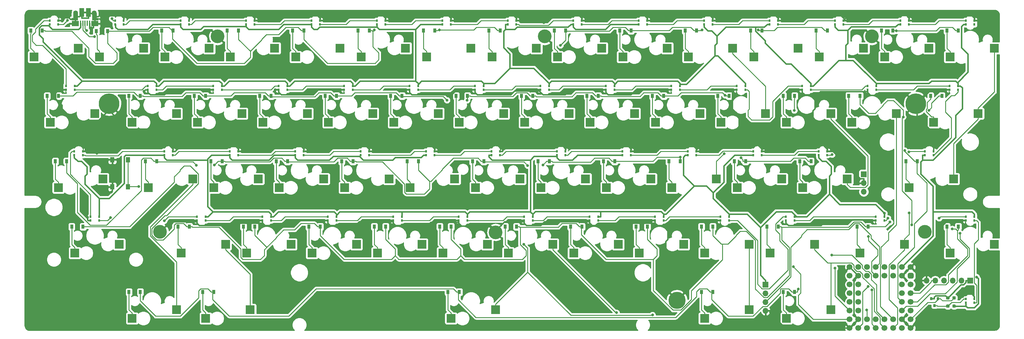
<source format=gbr>
%TF.GenerationSoftware,KiCad,Pcbnew,(5.1.9)-1*%
%TF.CreationDate,2021-10-01T21:52:25+09:00*%
%TF.ProjectId,main,6d61696e-2e6b-4696-9361-645f70636258,1*%
%TF.SameCoordinates,Original*%
%TF.FileFunction,Copper,L2,Bot*%
%TF.FilePolarity,Positive*%
%FSLAX46Y46*%
G04 Gerber Fmt 4.6, Leading zero omitted, Abs format (unit mm)*
G04 Created by KiCad (PCBNEW (5.1.9)-1) date 2021-10-01 21:52:25*
%MOMM*%
%LPD*%
G01*
G04 APERTURE LIST*
%TA.AperFunction,ComponentPad*%
%ADD10C,4.000000*%
%TD*%
%TA.AperFunction,ComponentPad*%
%ADD11C,5.000000*%
%TD*%
%TA.AperFunction,ComponentPad*%
%ADD12C,6.000000*%
%TD*%
%TA.AperFunction,ComponentPad*%
%ADD13C,1.700000*%
%TD*%
%TA.AperFunction,SMDPad,CuDef*%
%ADD14R,1.300000X1.550000*%
%TD*%
%TA.AperFunction,SMDPad,CuDef*%
%ADD15R,0.800000X0.900000*%
%TD*%
%TA.AperFunction,SMDPad,CuDef*%
%ADD16R,0.600000X0.700000*%
%TD*%
%TA.AperFunction,ComponentPad*%
%ADD17C,1.000000*%
%TD*%
%TA.AperFunction,SMDPad,CuDef*%
%ADD18R,2.550000X2.500000*%
%TD*%
%TA.AperFunction,ComponentPad*%
%ADD19O,1.700000X1.700000*%
%TD*%
%TA.AperFunction,ComponentPad*%
%ADD20R,1.700000X1.700000*%
%TD*%
%TA.AperFunction,SMDPad,CuDef*%
%ADD21R,1.350000X2.000000*%
%TD*%
%TA.AperFunction,SMDPad,CuDef*%
%ADD22R,1.825000X0.700000*%
%TD*%
%TA.AperFunction,SMDPad,CuDef*%
%ADD23R,2.000000X1.500000*%
%TD*%
%TA.AperFunction,SMDPad,CuDef*%
%ADD24R,0.400000X1.650000*%
%TD*%
%TA.AperFunction,ComponentPad*%
%ADD25O,1.100000X1.500000*%
%TD*%
%TA.AperFunction,ComponentPad*%
%ADD26O,1.350000X1.700000*%
%TD*%
%TA.AperFunction,SMDPad,CuDef*%
%ADD27R,1.430000X2.500000*%
%TD*%
%TA.AperFunction,SMDPad,CuDef*%
%ADD28R,0.900000X1.200000*%
%TD*%
%TA.AperFunction,ViaPad*%
%ADD29C,0.800000*%
%TD*%
%TA.AperFunction,Conductor*%
%ADD30C,0.250000*%
%TD*%
%TA.AperFunction,Conductor*%
%ADD31C,0.400000*%
%TD*%
%TA.AperFunction,Conductor*%
%ADD32C,0.254000*%
%TD*%
%TA.AperFunction,Conductor*%
%ADD33C,0.100000*%
%TD*%
G04 APERTURE END LIST*
D10*
%TO.P,HOLE12,*%
%TO.N,*%
X332650000Y-165300000D03*
%TD*%
%TO.P,HOLE10,*%
%TO.N,/GND*%
X110000000Y-165300000D03*
%TD*%
%TO.P,HOLE11,*%
%TO.N,/GND*%
X207738000Y-165400000D03*
%TD*%
%TO.P,HOLE9,*%
%TO.N,/GND*%
X317275000Y-108300000D03*
%TD*%
%TO.P,HOLE8,*%
%TO.N,/GND*%
X222025000Y-108310000D03*
%TD*%
%TO.P,HOLE7,*%
%TO.N,/GND*%
X126775000Y-108300000D03*
%TD*%
D11*
%TO.P,HOLE4,*%
%TO.N,/GND*%
X260500000Y-185200000D03*
%TD*%
D12*
%TO.P,HOLE2,*%
%TO.N,/GND*%
X330050000Y-127910000D03*
%TD*%
%TO.P,HOLE1,*%
%TO.N,/GND*%
X95200000Y-127900000D03*
%TD*%
D13*
%TO.P,U1,48*%
%TO.N,/GND*%
X328565000Y-175520000D03*
%TO.P,U1,47*%
X326025000Y-178060000D03*
%TO.P,U1,46*%
%TO.N,/VBUS*%
X326025000Y-175520000D03*
%TO.P,U1,45*%
%TO.N,/3V3*%
X323485000Y-178060000D03*
%TO.P,U1,44*%
%TO.N,Net-(U1-Pad44)*%
X323485000Y-175520000D03*
%TO.P,U1,43*%
%TO.N,Net-(U1-Pad43)*%
X320945000Y-178060000D03*
%TO.P,U1,42*%
%TO.N,Net-(U1-Pad42)*%
X320945000Y-175520000D03*
%TO.P,U1,41*%
%TO.N,/SWCLK*%
X318405000Y-178060000D03*
%TO.P,U1,40*%
%TO.N,/USB_D+*%
X318405000Y-175520000D03*
%TO.P,U1,39*%
%TO.N,/SWDIO*%
X315865000Y-178060000D03*
%TO.P,U1,38*%
%TO.N,/USB_D-*%
X315865000Y-175520000D03*
%TO.P,U1,37*%
%TO.N,/BOOTSEL*%
X313325000Y-175520000D03*
%TO.P,U1,36*%
%TO.N,/GND*%
X310785000Y-175520000D03*
%TO.P,U1,35*%
X313325000Y-178060000D03*
%TO.P,U1,34*%
%TO.N,Net-(U1-Pad34)*%
X310785000Y-178060000D03*
%TO.P,U1,33*%
%TO.N,Net-(U1-Pad33)*%
X313325000Y-180600000D03*
%TO.P,U1,32*%
%TO.N,Net-(U1-Pad32)*%
X310785000Y-180600000D03*
%TO.P,U1,31*%
%TO.N,Net-(U1-Pad31)*%
X313325000Y-183140000D03*
%TO.P,U1,30*%
%TO.N,Net-(U1-Pad30)*%
X310785000Y-183140000D03*
%TO.P,U1,29*%
%TO.N,/COL1*%
X313325000Y-185680000D03*
%TO.P,U1,28*%
%TO.N,/COL2*%
X310785000Y-185680000D03*
%TO.P,U1,27*%
%TO.N,/COL3*%
X313325000Y-188220000D03*
%TO.P,U1,26*%
%TO.N,/COL4*%
X310785000Y-188220000D03*
%TO.P,U1,25*%
%TO.N,/COL5*%
X310785000Y-190760000D03*
%TO.P,U1,24*%
%TO.N,/GND*%
X310785000Y-193300000D03*
%TO.P,U1,23*%
X313325000Y-190760000D03*
%TO.P,U1,22*%
%TO.N,/COL6*%
X313325000Y-193300000D03*
%TO.P,U1,21*%
%TO.N,/COL7*%
X315865000Y-190760000D03*
%TO.P,U1,20*%
%TO.N,/COL8*%
X315865000Y-193300000D03*
%TO.P,U1,19*%
%TO.N,/COL9*%
X318405000Y-190760000D03*
%TO.P,U1,18*%
%TO.N,/COL10*%
X318405000Y-193300000D03*
%TO.P,U1,17*%
%TO.N,/COL11*%
X320945000Y-190760000D03*
%TO.P,U1,16*%
%TO.N,/COL12*%
X320945000Y-193300000D03*
%TO.P,U1,15*%
%TO.N,/COL13*%
X323485000Y-190760000D03*
%TO.P,U1,14*%
%TO.N,/COL14*%
X323485000Y-193300000D03*
%TO.P,U1,13*%
%TO.N,/COL15*%
X326025000Y-193300000D03*
%TO.P,U1,12*%
%TO.N,/GND*%
X328565000Y-193300000D03*
%TO.P,U1,11*%
X326025000Y-190760000D03*
%TO.P,U1,10*%
%TO.N,/LED_D_3V3*%
X328565000Y-190760000D03*
%TO.P,U1,9*%
%TO.N,/ROW1*%
X326025000Y-188220000D03*
%TO.P,U1,8*%
%TO.N,/ROW2*%
X328565000Y-188220000D03*
%TO.P,U1,7*%
%TO.N,/ROW3*%
X326025000Y-185680000D03*
%TO.P,U1,6*%
%TO.N,/ROW4*%
X328565000Y-185680000D03*
%TO.P,U1,5*%
%TO.N,/ROW5*%
X326025000Y-183140000D03*
%TO.P,U1,4*%
%TO.N,/GPIO3*%
X328565000Y-183140000D03*
%TO.P,U1,3*%
%TO.N,/GPIO2*%
X326025000Y-180600000D03*
%TO.P,U1,2*%
%TO.N,/GPIO1*%
X328565000Y-180600000D03*
%TO.P,U1,1*%
%TO.N,/GPIO0*%
%TA.AperFunction,ComponentPad*%
G36*
G01*
X329415000Y-177635000D02*
X329415000Y-178485000D01*
G75*
G02*
X328990000Y-178910000I-425000J0D01*
G01*
X328140000Y-178910000D01*
G75*
G02*
X327715000Y-178485000I0J425000D01*
G01*
X327715000Y-177635000D01*
G75*
G02*
X328140000Y-177210000I425000J0D01*
G01*
X328990000Y-177210000D01*
G75*
G02*
X329415000Y-177635000I0J-425000D01*
G01*
G37*
%TD.AperFunction*%
%TD*%
D14*
%TO.P,RSW1,2*%
%TO.N,/GND*%
X96150000Y-144225000D03*
%TO.P,RSW1,1*%
%TO.N,/BOOTSEL*%
X100650000Y-144225000D03*
X100650000Y-152175000D03*
%TO.P,RSW1,2*%
%TO.N,/GND*%
X96150000Y-152175000D03*
%TD*%
%TO.P,R2,2*%
%TO.N,/LED_D_5V*%
%TA.AperFunction,SMDPad,CuDef*%
G36*
G01*
X339847000Y-186678500D02*
X339847000Y-187153500D01*
G75*
G02*
X339609500Y-187391000I-237500J0D01*
G01*
X339109500Y-187391000D01*
G75*
G02*
X338872000Y-187153500I0J237500D01*
G01*
X338872000Y-186678500D01*
G75*
G02*
X339109500Y-186441000I237500J0D01*
G01*
X339609500Y-186441000D01*
G75*
G02*
X339847000Y-186678500I0J-237500D01*
G01*
G37*
%TD.AperFunction*%
%TO.P,R2,1*%
%TO.N,/VBUS*%
%TA.AperFunction,SMDPad,CuDef*%
G36*
G01*
X341672000Y-186678500D02*
X341672000Y-187153500D01*
G75*
G02*
X341434500Y-187391000I-237500J0D01*
G01*
X340934500Y-187391000D01*
G75*
G02*
X340697000Y-187153500I0J237500D01*
G01*
X340697000Y-186678500D01*
G75*
G02*
X340934500Y-186441000I237500J0D01*
G01*
X341434500Y-186441000D01*
G75*
G02*
X341672000Y-186678500I0J-237500D01*
G01*
G37*
%TD.AperFunction*%
%TD*%
%TO.P,R1,2*%
%TO.N,/LED_D_3V3*%
%TA.AperFunction,SMDPad,CuDef*%
G36*
G01*
X340697000Y-184772500D02*
X340697000Y-184297500D01*
G75*
G02*
X340934500Y-184060000I237500J0D01*
G01*
X341434500Y-184060000D01*
G75*
G02*
X341672000Y-184297500I0J-237500D01*
G01*
X341672000Y-184772500D01*
G75*
G02*
X341434500Y-185010000I-237500J0D01*
G01*
X340934500Y-185010000D01*
G75*
G02*
X340697000Y-184772500I0J237500D01*
G01*
G37*
%TD.AperFunction*%
%TO.P,R1,1*%
%TO.N,/3V3*%
%TA.AperFunction,SMDPad,CuDef*%
G36*
G01*
X338872000Y-184772500D02*
X338872000Y-184297500D01*
G75*
G02*
X339109500Y-184060000I237500J0D01*
G01*
X339609500Y-184060000D01*
G75*
G02*
X339847000Y-184297500I0J-237500D01*
G01*
X339847000Y-184772500D01*
G75*
G02*
X339609500Y-185010000I-237500J0D01*
G01*
X339109500Y-185010000D01*
G75*
G02*
X338872000Y-184772500I0J237500D01*
G01*
G37*
%TD.AperFunction*%
%TD*%
D15*
%TO.P,Q1,3*%
%TO.N,/LED_D_5V*%
X335510000Y-186725000D03*
%TO.P,Q1,2*%
%TO.N,/LED_D_3V3*%
X336460000Y-184725000D03*
%TO.P,Q1,1*%
%TO.N,/3V3*%
X334560000Y-184725000D03*
%TD*%
D16*
%TO.P,LED56,3*%
%TO.N,Net-(LED55-Pad1)*%
X344600000Y-103700000D03*
%TO.P,LED56,4*%
%TO.N,/VBUS*%
X344600000Y-104800000D03*
%TO.P,LED56,1*%
%TO.N,/LED Array/DOUT*%
X347100000Y-104800000D03*
%TO.P,LED56,2*%
%TO.N,/GND*%
X347100000Y-103700000D03*
%TD*%
%TO.P,LED55,3*%
%TO.N,Net-(LED54-Pad1)*%
X325550000Y-103700000D03*
%TO.P,LED55,4*%
%TO.N,/VBUS*%
X325550000Y-104800000D03*
%TO.P,LED55,1*%
%TO.N,Net-(LED55-Pad1)*%
X328050000Y-104800000D03*
%TO.P,LED55,2*%
%TO.N,/GND*%
X328050000Y-103700000D03*
%TD*%
%TO.P,LED54,3*%
%TO.N,Net-(LED53-Pad1)*%
X306500000Y-103700000D03*
%TO.P,LED54,4*%
%TO.N,/VBUS*%
X306500000Y-104800000D03*
%TO.P,LED54,1*%
%TO.N,Net-(LED54-Pad1)*%
X309000000Y-104800000D03*
%TO.P,LED54,2*%
%TO.N,/GND*%
X309000000Y-103700000D03*
%TD*%
%TO.P,LED53,3*%
%TO.N,Net-(LED52-Pad1)*%
X287450000Y-103700000D03*
%TO.P,LED53,4*%
%TO.N,/VBUS*%
X287450000Y-104800000D03*
%TO.P,LED53,1*%
%TO.N,Net-(LED53-Pad1)*%
X289950000Y-104800000D03*
%TO.P,LED53,2*%
%TO.N,/GND*%
X289950000Y-103700000D03*
%TD*%
%TO.P,LED52,3*%
%TO.N,Net-(LED51-Pad1)*%
X268400000Y-103700000D03*
%TO.P,LED52,4*%
%TO.N,/VBUS*%
X268400000Y-104800000D03*
%TO.P,LED52,1*%
%TO.N,Net-(LED52-Pad1)*%
X270900000Y-104800000D03*
%TO.P,LED52,2*%
%TO.N,/GND*%
X270900000Y-103700000D03*
%TD*%
%TO.P,LED51,3*%
%TO.N,Net-(LED50-Pad1)*%
X249350000Y-103700000D03*
%TO.P,LED51,4*%
%TO.N,/VBUS*%
X249350000Y-104800000D03*
%TO.P,LED51,1*%
%TO.N,Net-(LED51-Pad1)*%
X251850000Y-104800000D03*
%TO.P,LED51,2*%
%TO.N,/GND*%
X251850000Y-103700000D03*
%TD*%
%TO.P,LED50,3*%
%TO.N,Net-(LED49-Pad1)*%
X230300000Y-103700000D03*
%TO.P,LED50,4*%
%TO.N,/VBUS*%
X230300000Y-104800000D03*
%TO.P,LED50,1*%
%TO.N,Net-(LED50-Pad1)*%
X232800000Y-104800000D03*
%TO.P,LED50,2*%
%TO.N,/GND*%
X232800000Y-103700000D03*
%TD*%
%TO.P,LED49,3*%
%TO.N,Net-(LED48-Pad1)*%
X211250000Y-103700000D03*
%TO.P,LED49,4*%
%TO.N,/VBUS*%
X211250000Y-104800000D03*
%TO.P,LED49,1*%
%TO.N,Net-(LED49-Pad1)*%
X213750000Y-104800000D03*
%TO.P,LED49,2*%
%TO.N,/GND*%
X213750000Y-103700000D03*
%TD*%
%TO.P,LED48,3*%
%TO.N,Net-(LED47-Pad1)*%
X192200000Y-103700000D03*
%TO.P,LED48,4*%
%TO.N,/VBUS*%
X192200000Y-104800000D03*
%TO.P,LED48,1*%
%TO.N,Net-(LED48-Pad1)*%
X194700000Y-104800000D03*
%TO.P,LED48,2*%
%TO.N,/GND*%
X194700000Y-103700000D03*
%TD*%
%TO.P,LED47,3*%
%TO.N,Net-(LED46-Pad1)*%
X173150000Y-103700000D03*
%TO.P,LED47,4*%
%TO.N,/VBUS*%
X173150000Y-104800000D03*
%TO.P,LED47,1*%
%TO.N,Net-(LED47-Pad1)*%
X175650000Y-104800000D03*
%TO.P,LED47,2*%
%TO.N,/GND*%
X175650000Y-103700000D03*
%TD*%
%TO.P,LED46,3*%
%TO.N,Net-(LED45-Pad1)*%
X154100000Y-103700000D03*
%TO.P,LED46,4*%
%TO.N,/VBUS*%
X154100000Y-104800000D03*
%TO.P,LED46,1*%
%TO.N,Net-(LED46-Pad1)*%
X156600000Y-104800000D03*
%TO.P,LED46,2*%
%TO.N,/GND*%
X156600000Y-103700000D03*
%TD*%
%TO.P,LED45,3*%
%TO.N,Net-(LED44-Pad1)*%
X135050000Y-103700000D03*
%TO.P,LED45,4*%
%TO.N,/VBUS*%
X135050000Y-104800000D03*
%TO.P,LED45,1*%
%TO.N,Net-(LED45-Pad1)*%
X137550000Y-104800000D03*
%TO.P,LED45,2*%
%TO.N,/GND*%
X137550000Y-103700000D03*
%TD*%
%TO.P,LED44,3*%
%TO.N,Net-(LED43-Pad1)*%
X116000000Y-103700000D03*
%TO.P,LED44,4*%
%TO.N,/VBUS*%
X116000000Y-104800000D03*
%TO.P,LED44,1*%
%TO.N,Net-(LED44-Pad1)*%
X118500000Y-104800000D03*
%TO.P,LED44,2*%
%TO.N,/GND*%
X118500000Y-103700000D03*
%TD*%
%TO.P,LED43,3*%
%TO.N,Net-(LED42-Pad1)*%
X96950000Y-103700000D03*
%TO.P,LED43,4*%
%TO.N,/VBUS*%
X96950000Y-104800000D03*
%TO.P,LED43,1*%
%TO.N,Net-(LED43-Pad1)*%
X99450000Y-104800000D03*
%TO.P,LED43,2*%
%TO.N,/GND*%
X99450000Y-103700000D03*
%TD*%
%TO.P,LED42,3*%
%TO.N,Net-(LED41-Pad1)*%
X77900000Y-103700000D03*
%TO.P,LED42,4*%
%TO.N,/VBUS*%
X77900000Y-104800000D03*
%TO.P,LED42,1*%
%TO.N,Net-(LED42-Pad1)*%
X80400000Y-104800000D03*
%TO.P,LED42,2*%
%TO.N,/GND*%
X80400000Y-103700000D03*
%TD*%
%TO.P,LED41,3*%
%TO.N,Net-(LED40-Pad1)*%
X85162500Y-123850000D03*
%TO.P,LED41,4*%
%TO.N,/VBUS*%
X85162500Y-122750000D03*
%TO.P,LED41,1*%
%TO.N,Net-(LED41-Pad1)*%
X82662500Y-122750000D03*
%TO.P,LED41,2*%
%TO.N,/GND*%
X82662500Y-123850000D03*
%TD*%
%TO.P,LED40,3*%
%TO.N,Net-(LED39-Pad1)*%
X108975000Y-123850000D03*
%TO.P,LED40,4*%
%TO.N,/VBUS*%
X108975000Y-122750000D03*
%TO.P,LED40,1*%
%TO.N,Net-(LED40-Pad1)*%
X106475000Y-122750000D03*
%TO.P,LED40,2*%
%TO.N,/GND*%
X106475000Y-123850000D03*
%TD*%
%TO.P,LED39,3*%
%TO.N,Net-(LED38-Pad1)*%
X128025000Y-123850000D03*
%TO.P,LED39,4*%
%TO.N,/VBUS*%
X128025000Y-122750000D03*
%TO.P,LED39,1*%
%TO.N,Net-(LED39-Pad1)*%
X125525000Y-122750000D03*
%TO.P,LED39,2*%
%TO.N,/GND*%
X125525000Y-123850000D03*
%TD*%
%TO.P,LED38,3*%
%TO.N,Net-(LED37-Pad1)*%
X147075000Y-123850000D03*
%TO.P,LED38,4*%
%TO.N,/VBUS*%
X147075000Y-122750000D03*
%TO.P,LED38,1*%
%TO.N,Net-(LED38-Pad1)*%
X144575000Y-122750000D03*
%TO.P,LED38,2*%
%TO.N,/GND*%
X144575000Y-123850000D03*
%TD*%
%TO.P,LED37,3*%
%TO.N,Net-(LED36-Pad1)*%
X166125000Y-123850000D03*
%TO.P,LED37,4*%
%TO.N,/VBUS*%
X166125000Y-122750000D03*
%TO.P,LED37,1*%
%TO.N,Net-(LED37-Pad1)*%
X163625000Y-122750000D03*
%TO.P,LED37,2*%
%TO.N,/GND*%
X163625000Y-123850000D03*
%TD*%
%TO.P,LED36,3*%
%TO.N,Net-(LED35-Pad1)*%
X185175000Y-123850000D03*
%TO.P,LED36,4*%
%TO.N,/VBUS*%
X185175000Y-122750000D03*
%TO.P,LED36,1*%
%TO.N,Net-(LED36-Pad1)*%
X182675000Y-122750000D03*
%TO.P,LED36,2*%
%TO.N,/GND*%
X182675000Y-123850000D03*
%TD*%
%TO.P,LED35,3*%
%TO.N,Net-(LED34-Pad1)*%
X204225000Y-123850000D03*
%TO.P,LED35,4*%
%TO.N,/VBUS*%
X204225000Y-122750000D03*
%TO.P,LED35,1*%
%TO.N,Net-(LED35-Pad1)*%
X201725000Y-122750000D03*
%TO.P,LED35,2*%
%TO.N,/GND*%
X201725000Y-123850000D03*
%TD*%
%TO.P,LED34,3*%
%TO.N,Net-(LED33-Pad1)*%
X223275000Y-123850000D03*
%TO.P,LED34,4*%
%TO.N,/VBUS*%
X223275000Y-122750000D03*
%TO.P,LED34,1*%
%TO.N,Net-(LED34-Pad1)*%
X220775000Y-122750000D03*
%TO.P,LED34,2*%
%TO.N,/GND*%
X220775000Y-123850000D03*
%TD*%
%TO.P,LED33,3*%
%TO.N,Net-(LED32-Pad1)*%
X242325000Y-123850000D03*
%TO.P,LED33,4*%
%TO.N,/VBUS*%
X242325000Y-122750000D03*
%TO.P,LED33,1*%
%TO.N,Net-(LED33-Pad1)*%
X239825000Y-122750000D03*
%TO.P,LED33,2*%
%TO.N,/GND*%
X239825000Y-123850000D03*
%TD*%
%TO.P,LED32,3*%
%TO.N,Net-(LED31-Pad1)*%
X261375000Y-123850000D03*
%TO.P,LED32,4*%
%TO.N,/VBUS*%
X261375000Y-122750000D03*
%TO.P,LED32,1*%
%TO.N,Net-(LED32-Pad1)*%
X258875000Y-122750000D03*
%TO.P,LED32,2*%
%TO.N,/GND*%
X258875000Y-123850000D03*
%TD*%
%TO.P,LED31,3*%
%TO.N,Net-(LED30-Pad1)*%
X280425000Y-123850000D03*
%TO.P,LED31,4*%
%TO.N,/VBUS*%
X280425000Y-122750000D03*
%TO.P,LED31,1*%
%TO.N,Net-(LED31-Pad1)*%
X277925000Y-122750000D03*
%TO.P,LED31,2*%
%TO.N,/GND*%
X277925000Y-123850000D03*
%TD*%
%TO.P,LED30,3*%
%TO.N,Net-(LED29-Pad1)*%
X299475000Y-123850000D03*
%TO.P,LED30,4*%
%TO.N,/VBUS*%
X299475000Y-122750000D03*
%TO.P,LED30,1*%
%TO.N,Net-(LED30-Pad1)*%
X296975000Y-122750000D03*
%TO.P,LED30,2*%
%TO.N,/GND*%
X296975000Y-123850000D03*
%TD*%
%TO.P,LED29,3*%
%TO.N,Net-(LED28-Pad1)*%
X318525000Y-123850000D03*
%TO.P,LED29,4*%
%TO.N,/VBUS*%
X318525000Y-122750000D03*
%TO.P,LED29,1*%
%TO.N,Net-(LED29-Pad1)*%
X316025000Y-122750000D03*
%TO.P,LED29,2*%
%TO.N,/GND*%
X316025000Y-123850000D03*
%TD*%
%TO.P,LED28,3*%
%TO.N,Net-(LED27-Pad1)*%
X342338000Y-123850000D03*
%TO.P,LED28,4*%
%TO.N,/VBUS*%
X342338000Y-122750000D03*
%TO.P,LED28,1*%
%TO.N,Net-(LED28-Pad1)*%
X339838000Y-122750000D03*
%TO.P,LED28,2*%
%TO.N,/GND*%
X339838000Y-123850000D03*
%TD*%
%TO.P,LED27,3*%
%TO.N,Net-(LED26-Pad1)*%
X332694000Y-141800000D03*
%TO.P,LED27,4*%
%TO.N,/VBUS*%
X332694000Y-142900000D03*
%TO.P,LED27,1*%
%TO.N,Net-(LED27-Pad1)*%
X335194000Y-142900000D03*
%TO.P,LED27,2*%
%TO.N,/GND*%
X335194000Y-141800000D03*
%TD*%
%TO.P,LED26,3*%
%TO.N,Net-(LED25-Pad1)*%
X301738000Y-141800000D03*
%TO.P,LED26,4*%
%TO.N,/VBUS*%
X301738000Y-142900000D03*
%TO.P,LED26,1*%
%TO.N,Net-(LED26-Pad1)*%
X304238000Y-142900000D03*
%TO.P,LED26,2*%
%TO.N,/GND*%
X304238000Y-141800000D03*
%TD*%
%TO.P,LED25,3*%
%TO.N,Net-(LED24-Pad1)*%
X282688000Y-141800000D03*
%TO.P,LED25,4*%
%TO.N,/VBUS*%
X282688000Y-142900000D03*
%TO.P,LED25,1*%
%TO.N,Net-(LED25-Pad1)*%
X285188000Y-142900000D03*
%TO.P,LED25,2*%
%TO.N,/GND*%
X285188000Y-141800000D03*
%TD*%
%TO.P,LED24,3*%
%TO.N,Net-(LED23-Pad1)*%
X263638000Y-141800000D03*
%TO.P,LED24,4*%
%TO.N,/VBUS*%
X263638000Y-142900000D03*
%TO.P,LED24,1*%
%TO.N,Net-(LED24-Pad1)*%
X266138000Y-142900000D03*
%TO.P,LED24,2*%
%TO.N,/GND*%
X266138000Y-141800000D03*
%TD*%
%TO.P,LED23,3*%
%TO.N,Net-(LED22-Pad1)*%
X244588000Y-141800000D03*
%TO.P,LED23,4*%
%TO.N,/VBUS*%
X244588000Y-142900000D03*
%TO.P,LED23,1*%
%TO.N,Net-(LED23-Pad1)*%
X247088000Y-142900000D03*
%TO.P,LED23,2*%
%TO.N,/GND*%
X247088000Y-141800000D03*
%TD*%
%TO.P,LED22,3*%
%TO.N,Net-(LED21-Pad1)*%
X225538000Y-141800000D03*
%TO.P,LED22,4*%
%TO.N,/VBUS*%
X225538000Y-142900000D03*
%TO.P,LED22,1*%
%TO.N,Net-(LED22-Pad1)*%
X228038000Y-142900000D03*
%TO.P,LED22,2*%
%TO.N,/GND*%
X228038000Y-141800000D03*
%TD*%
%TO.P,LED21,3*%
%TO.N,Net-(LED20-Pad1)*%
X206488000Y-141800000D03*
%TO.P,LED21,4*%
%TO.N,/VBUS*%
X206488000Y-142900000D03*
%TO.P,LED21,1*%
%TO.N,Net-(LED21-Pad1)*%
X208988000Y-142900000D03*
%TO.P,LED21,2*%
%TO.N,/GND*%
X208988000Y-141800000D03*
%TD*%
%TO.P,LED20,3*%
%TO.N,Net-(LED19-Pad1)*%
X187438000Y-141800000D03*
%TO.P,LED20,4*%
%TO.N,/VBUS*%
X187438000Y-142900000D03*
%TO.P,LED20,1*%
%TO.N,Net-(LED20-Pad1)*%
X189938000Y-142900000D03*
%TO.P,LED20,2*%
%TO.N,/GND*%
X189938000Y-141800000D03*
%TD*%
%TO.P,LED19,3*%
%TO.N,Net-(LED18-Pad1)*%
X168388000Y-141800000D03*
%TO.P,LED19,4*%
%TO.N,/VBUS*%
X168388000Y-142900000D03*
%TO.P,LED19,1*%
%TO.N,Net-(LED19-Pad1)*%
X170888000Y-142900000D03*
%TO.P,LED19,2*%
%TO.N,/GND*%
X170888000Y-141800000D03*
%TD*%
%TO.P,LED18,3*%
%TO.N,Net-(LED17-Pad1)*%
X149338000Y-141800000D03*
%TO.P,LED18,4*%
%TO.N,/VBUS*%
X149338000Y-142900000D03*
%TO.P,LED18,1*%
%TO.N,Net-(LED18-Pad1)*%
X151838000Y-142900000D03*
%TO.P,LED18,2*%
%TO.N,/GND*%
X151838000Y-141800000D03*
%TD*%
%TO.P,LED17,3*%
%TO.N,Net-(LED16-Pad1)*%
X130288000Y-141800000D03*
%TO.P,LED17,4*%
%TO.N,/VBUS*%
X130288000Y-142900000D03*
%TO.P,LED17,1*%
%TO.N,Net-(LED17-Pad1)*%
X132788000Y-142900000D03*
%TO.P,LED17,2*%
%TO.N,/GND*%
X132788000Y-141800000D03*
%TD*%
%TO.P,LED16,3*%
%TO.N,Net-(LED15-Pad1)*%
X111238000Y-141800000D03*
%TO.P,LED16,4*%
%TO.N,/VBUS*%
X111238000Y-142900000D03*
%TO.P,LED16,1*%
%TO.N,Net-(LED16-Pad1)*%
X113738000Y-142900000D03*
%TO.P,LED16,2*%
%TO.N,/GND*%
X113738000Y-141800000D03*
%TD*%
%TO.P,LED15,3*%
%TO.N,Net-(LED14-Pad1)*%
X85043800Y-141800000D03*
%TO.P,LED15,4*%
%TO.N,/VBUS*%
X85043800Y-142900000D03*
%TO.P,LED15,1*%
%TO.N,Net-(LED15-Pad1)*%
X87543800Y-142900000D03*
%TO.P,LED15,2*%
%TO.N,/GND*%
X87543800Y-141800000D03*
%TD*%
%TO.P,LED14,3*%
%TO.N,Net-(LED13-Pad1)*%
X92306200Y-161950000D03*
%TO.P,LED14,4*%
%TO.N,/VBUS*%
X92306200Y-160850000D03*
%TO.P,LED14,1*%
%TO.N,Net-(LED14-Pad1)*%
X89806200Y-160850000D03*
%TO.P,LED14,2*%
%TO.N,/GND*%
X89806200Y-161950000D03*
%TD*%
%TO.P,LED13,3*%
%TO.N,Net-(LED12-Pad1)*%
X123262000Y-161950000D03*
%TO.P,LED13,4*%
%TO.N,/VBUS*%
X123262000Y-160850000D03*
%TO.P,LED13,1*%
%TO.N,Net-(LED13-Pad1)*%
X120762000Y-160850000D03*
%TO.P,LED13,2*%
%TO.N,/GND*%
X120762000Y-161950000D03*
%TD*%
%TO.P,LED12,3*%
%TO.N,Net-(LED11-Pad1)*%
X142312000Y-161950000D03*
%TO.P,LED12,4*%
%TO.N,/VBUS*%
X142312000Y-160850000D03*
%TO.P,LED12,1*%
%TO.N,Net-(LED12-Pad1)*%
X139812000Y-160850000D03*
%TO.P,LED12,2*%
%TO.N,/GND*%
X139812000Y-161950000D03*
%TD*%
%TO.P,LED11,3*%
%TO.N,Net-(LED10-Pad1)*%
X161362000Y-161950000D03*
%TO.P,LED11,4*%
%TO.N,/VBUS*%
X161362000Y-160850000D03*
%TO.P,LED11,1*%
%TO.N,Net-(LED11-Pad1)*%
X158862000Y-160850000D03*
%TO.P,LED11,2*%
%TO.N,/GND*%
X158862000Y-161950000D03*
%TD*%
%TO.P,LED10,3*%
%TO.N,Net-(LED10-Pad3)*%
X180412000Y-161950000D03*
%TO.P,LED10,4*%
%TO.N,/VBUS*%
X180412000Y-160850000D03*
%TO.P,LED10,1*%
%TO.N,Net-(LED10-Pad1)*%
X177912000Y-160850000D03*
%TO.P,LED10,2*%
%TO.N,/GND*%
X177912000Y-161950000D03*
%TD*%
%TO.P,LED9,3*%
%TO.N,Net-(LED8-Pad1)*%
X199462000Y-161950000D03*
%TO.P,LED9,4*%
%TO.N,/VBUS*%
X199462000Y-160850000D03*
%TO.P,LED9,1*%
%TO.N,Net-(LED10-Pad3)*%
X196962000Y-160850000D03*
%TO.P,LED9,2*%
%TO.N,/GND*%
X196962000Y-161950000D03*
%TD*%
%TO.P,LED8,3*%
%TO.N,Net-(LED7-Pad1)*%
X218512000Y-161950000D03*
%TO.P,LED8,4*%
%TO.N,/VBUS*%
X218512000Y-160850000D03*
%TO.P,LED8,1*%
%TO.N,Net-(LED8-Pad1)*%
X216012000Y-160850000D03*
%TO.P,LED8,2*%
%TO.N,/GND*%
X216012000Y-161950000D03*
%TD*%
%TO.P,LED7,3*%
%TO.N,Net-(LED6-Pad1)*%
X237562000Y-161950000D03*
%TO.P,LED7,4*%
%TO.N,/VBUS*%
X237562000Y-160850000D03*
%TO.P,LED7,1*%
%TO.N,Net-(LED7-Pad1)*%
X235062000Y-160850000D03*
%TO.P,LED7,2*%
%TO.N,/GND*%
X235062000Y-161950000D03*
%TD*%
%TO.P,LED6,3*%
%TO.N,Net-(LED5-Pad1)*%
X256612000Y-161950000D03*
%TO.P,LED6,4*%
%TO.N,/VBUS*%
X256612000Y-160850000D03*
%TO.P,LED6,1*%
%TO.N,Net-(LED6-Pad1)*%
X254112000Y-160850000D03*
%TO.P,LED6,2*%
%TO.N,/GND*%
X254112000Y-161950000D03*
%TD*%
%TO.P,LED5,3*%
%TO.N,Net-(LED4-Pad1)*%
X275662000Y-161950000D03*
%TO.P,LED5,4*%
%TO.N,/VBUS*%
X275662000Y-160850000D03*
%TO.P,LED5,1*%
%TO.N,Net-(LED5-Pad1)*%
X273162000Y-160850000D03*
%TO.P,LED5,2*%
%TO.N,/GND*%
X273162000Y-161950000D03*
%TD*%
%TO.P,LED4,3*%
%TO.N,Net-(LED3-Pad1)*%
X294712000Y-161950000D03*
%TO.P,LED4,4*%
%TO.N,/VBUS*%
X294712000Y-160850000D03*
%TO.P,LED4,1*%
%TO.N,Net-(LED4-Pad1)*%
X292212000Y-160850000D03*
%TO.P,LED4,2*%
%TO.N,/GND*%
X292212000Y-161950000D03*
%TD*%
%TO.P,LED3,3*%
%TO.N,Net-(LED2-Pad1)*%
X320906000Y-161950000D03*
%TO.P,LED3,4*%
%TO.N,/VBUS*%
X320906000Y-160850000D03*
%TO.P,LED3,1*%
%TO.N,Net-(LED3-Pad1)*%
X318406000Y-160850000D03*
%TO.P,LED3,2*%
%TO.N,/GND*%
X318406000Y-161950000D03*
%TD*%
%TO.P,LED2,3*%
%TO.N,Net-(LED1-Pad1)*%
X347100000Y-161950000D03*
%TO.P,LED2,4*%
%TO.N,/VBUS*%
X347100000Y-160850000D03*
%TO.P,LED2,1*%
%TO.N,Net-(LED2-Pad1)*%
X344600000Y-160850000D03*
%TO.P,LED2,2*%
%TO.N,/GND*%
X344600000Y-161950000D03*
%TD*%
%TO.P,LED1,3*%
%TO.N,/LED_D_5V*%
X344601000Y-184860000D03*
%TO.P,LED1,4*%
%TO.N,/VBUS*%
X344601000Y-185960000D03*
%TO.P,LED1,1*%
%TO.N,Net-(LED1-Pad1)*%
X347101000Y-185960000D03*
%TO.P,LED1,2*%
%TO.N,/GND*%
X347101000Y-184860000D03*
%TD*%
D17*
%TO.P,KSW60,2*%
%TO.N,Net-(D60-Pad2)*%
X292383000Y-190490000D03*
%TO.P,KSW60,1*%
%TO.N,/COL12*%
X305310000Y-187950000D03*
D18*
X305310000Y-187950000D03*
%TO.P,KSW60,2*%
%TO.N,Net-(D60-Pad2)*%
X292383000Y-190490000D03*
%TD*%
D17*
%TO.P,KSW59,2*%
%TO.N,Net-(D59-Pad2)*%
X268570000Y-190490000D03*
%TO.P,KSW59,1*%
%TO.N,/COL11*%
X281497000Y-187950000D03*
D18*
X281497000Y-187950000D03*
%TO.P,KSW59,2*%
%TO.N,Net-(D59-Pad2)*%
X268570000Y-190490000D03*
%TD*%
D17*
%TO.P,KSW58,2*%
%TO.N,Net-(D58-Pad2)*%
X194752000Y-190490000D03*
%TO.P,KSW58,1*%
%TO.N,/COL7*%
X207679000Y-187950000D03*
D18*
X207679000Y-187950000D03*
%TO.P,KSW58,2*%
%TO.N,Net-(D58-Pad2)*%
X194752000Y-190490000D03*
%TD*%
D17*
%TO.P,KSW57,2*%
%TO.N,Net-(D57-Pad2)*%
X123314000Y-190490000D03*
%TO.P,KSW57,1*%
%TO.N,/COL3*%
X136241000Y-187950000D03*
D18*
X136241000Y-187950000D03*
%TO.P,KSW57,2*%
%TO.N,Net-(D57-Pad2)*%
X123314000Y-190490000D03*
%TD*%
D17*
%TO.P,KSW56,2*%
%TO.N,Net-(D56-Pad2)*%
X101883000Y-190490000D03*
%TO.P,KSW56,1*%
%TO.N,/COL2*%
X114810000Y-187950000D03*
D18*
X114810000Y-187950000D03*
%TO.P,KSW56,2*%
%TO.N,Net-(D56-Pad2)*%
X101883000Y-190490000D03*
%TD*%
D17*
%TO.P,KSW55,2*%
%TO.N,Net-(D55-Pad2)*%
X340008000Y-171440000D03*
%TO.P,KSW55,1*%
%TO.N,/COL15*%
X352935000Y-168900000D03*
D18*
X352935000Y-168900000D03*
%TO.P,KSW55,2*%
%TO.N,Net-(D55-Pad2)*%
X340008000Y-171440000D03*
%TD*%
D17*
%TO.P,KSW54,2*%
%TO.N,Net-(D54-Pad2)*%
X313814000Y-171440000D03*
%TO.P,KSW54,1*%
%TO.N,/COL14*%
X326741000Y-168900000D03*
D18*
X326741000Y-168900000D03*
%TO.P,KSW54,2*%
%TO.N,Net-(D54-Pad2)*%
X313814000Y-171440000D03*
%TD*%
D17*
%TO.P,KSW53,2*%
%TO.N,Net-(D53-Pad2)*%
X287620000Y-171440000D03*
%TO.P,KSW53,1*%
%TO.N,/COL12*%
X300547000Y-168900000D03*
D18*
X300547000Y-168900000D03*
%TO.P,KSW53,2*%
%TO.N,Net-(D53-Pad2)*%
X287620000Y-171440000D03*
%TD*%
D17*
%TO.P,KSW52,2*%
%TO.N,Net-(D52-Pad2)*%
X268570000Y-171440000D03*
%TO.P,KSW52,1*%
%TO.N,/COL11*%
X281497000Y-168900000D03*
D18*
X281497000Y-168900000D03*
%TO.P,KSW52,2*%
%TO.N,Net-(D52-Pad2)*%
X268570000Y-171440000D03*
%TD*%
D17*
%TO.P,KSW51,2*%
%TO.N,Net-(D51-Pad2)*%
X249520000Y-171440000D03*
%TO.P,KSW51,1*%
%TO.N,/COL10*%
X262447000Y-168900000D03*
D18*
X262447000Y-168900000D03*
%TO.P,KSW51,2*%
%TO.N,Net-(D51-Pad2)*%
X249520000Y-171440000D03*
%TD*%
D17*
%TO.P,KSW50,2*%
%TO.N,Net-(D50-Pad2)*%
X230470000Y-171440000D03*
%TO.P,KSW50,1*%
%TO.N,/COL9*%
X243397000Y-168900000D03*
D18*
X243397000Y-168900000D03*
%TO.P,KSW50,2*%
%TO.N,Net-(D50-Pad2)*%
X230470000Y-171440000D03*
%TD*%
D17*
%TO.P,KSW49,2*%
%TO.N,Net-(D49-Pad2)*%
X211420000Y-171440000D03*
%TO.P,KSW49,1*%
%TO.N,/COL8*%
X224347000Y-168900000D03*
D18*
X224347000Y-168900000D03*
%TO.P,KSW49,2*%
%TO.N,Net-(D49-Pad2)*%
X211420000Y-171440000D03*
%TD*%
D17*
%TO.P,KSW48,2*%
%TO.N,Net-(D48-Pad2)*%
X192370000Y-171440000D03*
%TO.P,KSW48,1*%
%TO.N,/COL7*%
X205297000Y-168900000D03*
D18*
X205297000Y-168900000D03*
%TO.P,KSW48,2*%
%TO.N,Net-(D48-Pad2)*%
X192370000Y-171440000D03*
%TD*%
D17*
%TO.P,KSW47,2*%
%TO.N,Net-(D47-Pad2)*%
X173320000Y-171440000D03*
%TO.P,KSW47,1*%
%TO.N,/COL6*%
X186247000Y-168900000D03*
D18*
X186247000Y-168900000D03*
%TO.P,KSW47,2*%
%TO.N,Net-(D47-Pad2)*%
X173320000Y-171440000D03*
%TD*%
D17*
%TO.P,KSW46,2*%
%TO.N,Net-(D46-Pad2)*%
X154270000Y-171440000D03*
%TO.P,KSW46,1*%
%TO.N,/COL5*%
X167197000Y-168900000D03*
D18*
X167197000Y-168900000D03*
%TO.P,KSW46,2*%
%TO.N,Net-(D46-Pad2)*%
X154270000Y-171440000D03*
%TD*%
D17*
%TO.P,KSW45,2*%
%TO.N,Net-(D45-Pad2)*%
X135220000Y-171440000D03*
%TO.P,KSW45,1*%
%TO.N,/COL4*%
X148147000Y-168900000D03*
D18*
X148147000Y-168900000D03*
%TO.P,KSW45,2*%
%TO.N,Net-(D45-Pad2)*%
X135220000Y-171440000D03*
%TD*%
D17*
%TO.P,KSW44,2*%
%TO.N,Net-(D44-Pad2)*%
X116170000Y-171440000D03*
%TO.P,KSW44,1*%
%TO.N,/COL3*%
X129097000Y-168900000D03*
D18*
X129097000Y-168900000D03*
%TO.P,KSW44,2*%
%TO.N,Net-(D44-Pad2)*%
X116170000Y-171440000D03*
%TD*%
D17*
%TO.P,KSW43,2*%
%TO.N,Net-(D43-Pad2)*%
X85214200Y-171440000D03*
%TO.P,KSW43,1*%
%TO.N,/COL1*%
X98141200Y-168900000D03*
D18*
X98141200Y-168900000D03*
%TO.P,KSW43,2*%
%TO.N,Net-(D43-Pad2)*%
X85214200Y-171440000D03*
%TD*%
D17*
%TO.P,KSW42,2*%
%TO.N,Net-(D42-Pad2)*%
X328102000Y-152390000D03*
%TO.P,KSW42,1*%
%TO.N,/COL15*%
X341029000Y-149850000D03*
D18*
X341029000Y-149850000D03*
%TO.P,KSW42,2*%
%TO.N,Net-(D42-Pad2)*%
X328102000Y-152390000D03*
%TD*%
D17*
%TO.P,KSW41,2*%
%TO.N,Net-(D41-Pad2)*%
X297146000Y-152390000D03*
%TO.P,KSW41,1*%
%TO.N,/COL12*%
X310073000Y-149850000D03*
D18*
X310073000Y-149850000D03*
%TO.P,KSW41,2*%
%TO.N,Net-(D41-Pad2)*%
X297146000Y-152390000D03*
%TD*%
D17*
%TO.P,KSW40,2*%
%TO.N,Net-(D40-Pad2)*%
X278096000Y-152390000D03*
%TO.P,KSW40,1*%
%TO.N,/COL11*%
X291023000Y-149850000D03*
D18*
X291023000Y-149850000D03*
%TO.P,KSW40,2*%
%TO.N,Net-(D40-Pad2)*%
X278096000Y-152390000D03*
%TD*%
D17*
%TO.P,KSW39,2*%
%TO.N,Net-(D39-Pad2)*%
X259046000Y-152390000D03*
%TO.P,KSW39,1*%
%TO.N,/COL10*%
X271973000Y-149850000D03*
D18*
X271973000Y-149850000D03*
%TO.P,KSW39,2*%
%TO.N,Net-(D39-Pad2)*%
X259046000Y-152390000D03*
%TD*%
D17*
%TO.P,KSW38,2*%
%TO.N,Net-(D38-Pad2)*%
X239996000Y-152390000D03*
%TO.P,KSW38,1*%
%TO.N,/COL9*%
X252923000Y-149850000D03*
D18*
X252923000Y-149850000D03*
%TO.P,KSW38,2*%
%TO.N,Net-(D38-Pad2)*%
X239996000Y-152390000D03*
%TD*%
D17*
%TO.P,KSW37,2*%
%TO.N,Net-(D37-Pad2)*%
X220946000Y-152390000D03*
%TO.P,KSW37,1*%
%TO.N,/COL8*%
X233873000Y-149850000D03*
D18*
X233873000Y-149850000D03*
%TO.P,KSW37,2*%
%TO.N,Net-(D37-Pad2)*%
X220946000Y-152390000D03*
%TD*%
D17*
%TO.P,KSW36,2*%
%TO.N,Net-(D36-Pad2)*%
X201896000Y-152390000D03*
%TO.P,KSW36,1*%
%TO.N,/COL7*%
X214823000Y-149850000D03*
D18*
X214823000Y-149850000D03*
%TO.P,KSW36,2*%
%TO.N,Net-(D36-Pad2)*%
X201896000Y-152390000D03*
%TD*%
D17*
%TO.P,KSW35,2*%
%TO.N,Net-(D35-Pad2)*%
X182846000Y-152390000D03*
%TO.P,KSW35,1*%
%TO.N,/COL6*%
X195773000Y-149850000D03*
D18*
X195773000Y-149850000D03*
%TO.P,KSW35,2*%
%TO.N,Net-(D35-Pad2)*%
X182846000Y-152390000D03*
%TD*%
D17*
%TO.P,KSW34,2*%
%TO.N,Net-(D34-Pad2)*%
X163796000Y-152390000D03*
%TO.P,KSW34,1*%
%TO.N,/COL5*%
X176723000Y-149850000D03*
D18*
X176723000Y-149850000D03*
%TO.P,KSW34,2*%
%TO.N,Net-(D34-Pad2)*%
X163796000Y-152390000D03*
%TD*%
D17*
%TO.P,KSW33,2*%
%TO.N,Net-(D33-Pad2)*%
X144746000Y-152390000D03*
%TO.P,KSW33,1*%
%TO.N,/COL4*%
X157673000Y-149850000D03*
D18*
X157673000Y-149850000D03*
%TO.P,KSW33,2*%
%TO.N,Net-(D33-Pad2)*%
X144746000Y-152390000D03*
%TD*%
D17*
%TO.P,KSW32,2*%
%TO.N,Net-(D32-Pad2)*%
X125696000Y-152390000D03*
%TO.P,KSW32,1*%
%TO.N,/COL3*%
X138623000Y-149850000D03*
D18*
X138623000Y-149850000D03*
%TO.P,KSW32,2*%
%TO.N,Net-(D32-Pad2)*%
X125696000Y-152390000D03*
%TD*%
D17*
%TO.P,KSW31,2*%
%TO.N,Net-(D31-Pad2)*%
X106646000Y-152390000D03*
%TO.P,KSW31,1*%
%TO.N,/COL2*%
X119573000Y-149850000D03*
D18*
X119573000Y-149850000D03*
%TO.P,KSW31,2*%
%TO.N,Net-(D31-Pad2)*%
X106646000Y-152390000D03*
%TD*%
D17*
%TO.P,KSW30,2*%
%TO.N,Net-(D30-Pad2)*%
X80451800Y-152390000D03*
%TO.P,KSW30,1*%
%TO.N,/COL1*%
X93378800Y-149850000D03*
D18*
X93378800Y-149850000D03*
%TO.P,KSW30,2*%
%TO.N,Net-(D30-Pad2)*%
X80451800Y-152390000D03*
%TD*%
D17*
%TO.P,KSW29,2*%
%TO.N,Net-(D29-Pad2)*%
X335246000Y-133340000D03*
%TO.P,KSW29,1*%
%TO.N,/COL15*%
X348173000Y-130800000D03*
D18*
X348173000Y-130800000D03*
%TO.P,KSW29,2*%
%TO.N,Net-(D29-Pad2)*%
X335246000Y-133340000D03*
%TD*%
D17*
%TO.P,KSW28,2*%
%TO.N,Net-(D28-Pad2)*%
X311433000Y-133340000D03*
%TO.P,KSW28,1*%
%TO.N,/COL13*%
X324360000Y-130800000D03*
D18*
X324360000Y-130800000D03*
%TO.P,KSW28,2*%
%TO.N,Net-(D28-Pad2)*%
X311433000Y-133340000D03*
%TD*%
D17*
%TO.P,KSW27,2*%
%TO.N,Net-(D27-Pad2)*%
X292383000Y-133340000D03*
%TO.P,KSW27,1*%
%TO.N,/COL12*%
X305310000Y-130800000D03*
D18*
X305310000Y-130800000D03*
%TO.P,KSW27,2*%
%TO.N,Net-(D27-Pad2)*%
X292383000Y-133340000D03*
%TD*%
D17*
%TO.P,KSW26,2*%
%TO.N,Net-(D26-Pad2)*%
X273333000Y-133340000D03*
%TO.P,KSW26,1*%
%TO.N,/COL11*%
X286260000Y-130800000D03*
D18*
X286260000Y-130800000D03*
%TO.P,KSW26,2*%
%TO.N,Net-(D26-Pad2)*%
X273333000Y-133340000D03*
%TD*%
D17*
%TO.P,KSW25,2*%
%TO.N,Net-(D25-Pad2)*%
X254283000Y-133340000D03*
%TO.P,KSW25,1*%
%TO.N,/COL10*%
X267210000Y-130800000D03*
D18*
X267210000Y-130800000D03*
%TO.P,KSW25,2*%
%TO.N,Net-(D25-Pad2)*%
X254283000Y-133340000D03*
%TD*%
D17*
%TO.P,KSW24,2*%
%TO.N,Net-(D24-Pad2)*%
X235233000Y-133340000D03*
%TO.P,KSW24,1*%
%TO.N,/COL9*%
X248160000Y-130800000D03*
D18*
X248160000Y-130800000D03*
%TO.P,KSW24,2*%
%TO.N,Net-(D24-Pad2)*%
X235233000Y-133340000D03*
%TD*%
D17*
%TO.P,KSW23,2*%
%TO.N,Net-(D23-Pad2)*%
X216183000Y-133340000D03*
%TO.P,KSW23,1*%
%TO.N,/COL8*%
X229110000Y-130800000D03*
D18*
X229110000Y-130800000D03*
%TO.P,KSW23,2*%
%TO.N,Net-(D23-Pad2)*%
X216183000Y-133340000D03*
%TD*%
D17*
%TO.P,KSW22,2*%
%TO.N,Net-(D22-Pad2)*%
X197133000Y-133340000D03*
%TO.P,KSW22,1*%
%TO.N,/COL7*%
X210060000Y-130800000D03*
D18*
X210060000Y-130800000D03*
%TO.P,KSW22,2*%
%TO.N,Net-(D22-Pad2)*%
X197133000Y-133340000D03*
%TD*%
D17*
%TO.P,KSW21,2*%
%TO.N,Net-(D21-Pad2)*%
X178083000Y-133340000D03*
%TO.P,KSW21,1*%
%TO.N,/COL6*%
X191010000Y-130800000D03*
D18*
X191010000Y-130800000D03*
%TO.P,KSW21,2*%
%TO.N,Net-(D21-Pad2)*%
X178083000Y-133340000D03*
%TD*%
D17*
%TO.P,KSW20,2*%
%TO.N,Net-(D20-Pad2)*%
X159033000Y-133340000D03*
%TO.P,KSW20,1*%
%TO.N,/COL5*%
X171960000Y-130800000D03*
D18*
X171960000Y-130800000D03*
%TO.P,KSW20,2*%
%TO.N,Net-(D20-Pad2)*%
X159033000Y-133340000D03*
%TD*%
D17*
%TO.P,KSW19,2*%
%TO.N,Net-(D19-Pad2)*%
X139983000Y-133340000D03*
%TO.P,KSW19,1*%
%TO.N,/COL4*%
X152910000Y-130800000D03*
D18*
X152910000Y-130800000D03*
%TO.P,KSW19,2*%
%TO.N,Net-(D19-Pad2)*%
X139983000Y-133340000D03*
%TD*%
D17*
%TO.P,KSW18,2*%
%TO.N,Net-(D18-Pad2)*%
X120933000Y-133340000D03*
%TO.P,KSW18,1*%
%TO.N,/COL3*%
X133860000Y-130800000D03*
D18*
X133860000Y-130800000D03*
%TO.P,KSW18,2*%
%TO.N,Net-(D18-Pad2)*%
X120933000Y-133340000D03*
%TD*%
D17*
%TO.P,KSW17,2*%
%TO.N,Net-(D17-Pad2)*%
X101883000Y-133340000D03*
%TO.P,KSW17,1*%
%TO.N,/COL2*%
X114810000Y-130800000D03*
D18*
X114810000Y-130800000D03*
%TO.P,KSW17,2*%
%TO.N,Net-(D17-Pad2)*%
X101883000Y-133340000D03*
%TD*%
D17*
%TO.P,KSW16,2*%
%TO.N,Net-(D16-Pad2)*%
X78070500Y-133340000D03*
%TO.P,KSW16,1*%
%TO.N,/COL1*%
X90997500Y-130800000D03*
D18*
X90997500Y-130800000D03*
%TO.P,KSW16,2*%
%TO.N,Net-(D16-Pad2)*%
X78070500Y-133340000D03*
%TD*%
D17*
%TO.P,KSW15,2*%
%TO.N,Net-(D15-Pad2)*%
X340008000Y-114290000D03*
%TO.P,KSW15,1*%
%TO.N,/COL15*%
X352935000Y-111750000D03*
D18*
X352935000Y-111750000D03*
%TO.P,KSW15,2*%
%TO.N,Net-(D15-Pad2)*%
X340008000Y-114290000D03*
%TD*%
D17*
%TO.P,KSW14,2*%
%TO.N,Net-(D14-Pad2)*%
X320958000Y-114290000D03*
%TO.P,KSW14,1*%
%TO.N,/COL14*%
X333885000Y-111750000D03*
D18*
X333885000Y-111750000D03*
%TO.P,KSW14,2*%
%TO.N,Net-(D14-Pad2)*%
X320958000Y-114290000D03*
%TD*%
D17*
%TO.P,KSW13,2*%
%TO.N,Net-(D13-Pad2)*%
X301908000Y-114290000D03*
%TO.P,KSW13,1*%
%TO.N,/COL13*%
X314835000Y-111750000D03*
D18*
X314835000Y-111750000D03*
%TO.P,KSW13,2*%
%TO.N,Net-(D13-Pad2)*%
X301908000Y-114290000D03*
%TD*%
D17*
%TO.P,KSW12,2*%
%TO.N,Net-(D12-Pad2)*%
X282858000Y-114290000D03*
%TO.P,KSW12,1*%
%TO.N,/COL12*%
X295785000Y-111750000D03*
D18*
X295785000Y-111750000D03*
%TO.P,KSW12,2*%
%TO.N,Net-(D12-Pad2)*%
X282858000Y-114290000D03*
%TD*%
D17*
%TO.P,KSW11,2*%
%TO.N,Net-(D11-Pad2)*%
X263808000Y-114290000D03*
%TO.P,KSW11,1*%
%TO.N,/COL11*%
X276735000Y-111750000D03*
D18*
X276735000Y-111750000D03*
%TO.P,KSW11,2*%
%TO.N,Net-(D11-Pad2)*%
X263808000Y-114290000D03*
%TD*%
D17*
%TO.P,KSW10,2*%
%TO.N,Net-(D10-Pad2)*%
X244758000Y-114290000D03*
%TO.P,KSW10,1*%
%TO.N,/COL10*%
X257685000Y-111750000D03*
D18*
X257685000Y-111750000D03*
%TO.P,KSW10,2*%
%TO.N,Net-(D10-Pad2)*%
X244758000Y-114290000D03*
%TD*%
D17*
%TO.P,KSW9,2*%
%TO.N,Net-(D9-Pad2)*%
X225708000Y-114290000D03*
%TO.P,KSW9,1*%
%TO.N,/COL9*%
X238635000Y-111750000D03*
D18*
X238635000Y-111750000D03*
%TO.P,KSW9,2*%
%TO.N,Net-(D9-Pad2)*%
X225708000Y-114290000D03*
%TD*%
D17*
%TO.P,KSW8,2*%
%TO.N,Net-(D8-Pad2)*%
X206658000Y-114290000D03*
%TO.P,KSW8,1*%
%TO.N,/COL8*%
X219585000Y-111750000D03*
D18*
X219585000Y-111750000D03*
%TO.P,KSW8,2*%
%TO.N,Net-(D8-Pad2)*%
X206658000Y-114290000D03*
%TD*%
D17*
%TO.P,KSW7,2*%
%TO.N,Net-(D7-Pad2)*%
X187608000Y-114290000D03*
%TO.P,KSW7,1*%
%TO.N,/COL7*%
X200535000Y-111750000D03*
D18*
X200535000Y-111750000D03*
%TO.P,KSW7,2*%
%TO.N,Net-(D7-Pad2)*%
X187608000Y-114290000D03*
%TD*%
D17*
%TO.P,KSW6,2*%
%TO.N,Net-(D6-Pad2)*%
X168558000Y-114290000D03*
%TO.P,KSW6,1*%
%TO.N,/COL6*%
X181485000Y-111750000D03*
D18*
X181485000Y-111750000D03*
%TO.P,KSW6,2*%
%TO.N,Net-(D6-Pad2)*%
X168558000Y-114290000D03*
%TD*%
D17*
%TO.P,KSW5,2*%
%TO.N,Net-(D5-Pad2)*%
X149508000Y-114290000D03*
%TO.P,KSW5,1*%
%TO.N,/COL5*%
X162435000Y-111750000D03*
D18*
X162435000Y-111750000D03*
%TO.P,KSW5,2*%
%TO.N,Net-(D5-Pad2)*%
X149508000Y-114290000D03*
%TD*%
D17*
%TO.P,KSW4,2*%
%TO.N,Net-(D4-Pad2)*%
X130458000Y-114290000D03*
%TO.P,KSW4,1*%
%TO.N,/COL4*%
X143385000Y-111750000D03*
D18*
X143385000Y-111750000D03*
%TO.P,KSW4,2*%
%TO.N,Net-(D4-Pad2)*%
X130458000Y-114290000D03*
%TD*%
D17*
%TO.P,KSW3,2*%
%TO.N,Net-(D3-Pad2)*%
X111408000Y-114290000D03*
%TO.P,KSW3,1*%
%TO.N,/COL3*%
X124335000Y-111750000D03*
D18*
X124335000Y-111750000D03*
%TO.P,KSW3,2*%
%TO.N,Net-(D3-Pad2)*%
X111408000Y-114290000D03*
%TD*%
D17*
%TO.P,KSW2,2*%
%TO.N,Net-(D2-Pad2)*%
X92358000Y-114290000D03*
%TO.P,KSW2,1*%
%TO.N,/COL2*%
X105285000Y-111750000D03*
D18*
X105285000Y-111750000D03*
%TO.P,KSW2,2*%
%TO.N,Net-(D2-Pad2)*%
X92358000Y-114290000D03*
%TD*%
D17*
%TO.P,KSW1,2*%
%TO.N,Net-(D1-Pad2)*%
X73308000Y-114290000D03*
%TO.P,KSW1,1*%
%TO.N,/COL1*%
X86235000Y-111750000D03*
D18*
X86235000Y-111750000D03*
%TO.P,KSW1,2*%
%TO.N,Net-(D1-Pad2)*%
X73308000Y-114290000D03*
%TD*%
D19*
%TO.P,J4,6*%
%TO.N,/GND*%
X333151000Y-179457000D03*
%TO.P,J4,5*%
%TO.N,/GPIO3*%
X335691000Y-179457000D03*
%TO.P,J4,4*%
%TO.N,/GPIO2*%
X338231000Y-179457000D03*
%TO.P,J4,3*%
%TO.N,/GPIO1*%
X340771000Y-179457000D03*
%TO.P,J4,2*%
%TO.N,/GPIO0*%
X343311000Y-179457000D03*
D20*
%TO.P,J4,1*%
%TO.N,/3V3*%
X345851000Y-179457000D03*
%TD*%
%TO.P,J3,1*%
%TO.N,/SWDIO*%
X314894000Y-148501000D03*
D19*
%TO.P,J3,2*%
%TO.N,/GND*%
X314894000Y-151041000D03*
%TO.P,J3,3*%
%TO.N,/SWCLK*%
X314894000Y-153581000D03*
%TD*%
%TO.P,J2,4*%
%TO.N,/GND*%
X286319000Y-188268000D03*
%TO.P,J2,3*%
%TO.N,/USB_D+*%
X286319000Y-185728000D03*
%TO.P,J2,2*%
%TO.N,/USB_D-*%
X286319000Y-183188000D03*
D20*
%TO.P,J2,1*%
%TO.N,/VBUS*%
X286319000Y-180648000D03*
%TD*%
D21*
%TO.P,J1,6*%
%TO.N,/GND*%
X90925000Y-102515000D03*
X85445000Y-102515000D03*
D22*
X85225000Y-103265000D03*
X91175000Y-103265000D03*
D23*
X85325000Y-104565000D03*
X91075000Y-104585000D03*
D24*
%TO.P,J1,1*%
%TO.N,/VBUS*%
X86875000Y-104465000D03*
%TO.P,J1,2*%
%TO.N,/USB_D-*%
X87525000Y-104465000D03*
%TO.P,J1,3*%
%TO.N,/USB_D+*%
X88175000Y-104465000D03*
%TO.P,J1,4*%
%TO.N,Net-(J1-Pad4)*%
X88825000Y-104465000D03*
%TO.P,J1,5*%
%TO.N,/GND*%
X89475000Y-104465000D03*
D25*
%TO.P,J1,6*%
X85755000Y-104585000D03*
X90595000Y-104585000D03*
D26*
X85445000Y-101585000D03*
X90905000Y-101585000D03*
D27*
X87215000Y-101315000D03*
X89135000Y-101315000D03*
%TD*%
D28*
%TO.P,D60,2*%
%TO.N,Net-(D60-Pad2)*%
X291475000Y-182810000D03*
%TO.P,D60,1*%
%TO.N,/ROW5*%
X294775000Y-182810000D03*
%TD*%
%TO.P,D59,2*%
%TO.N,Net-(D59-Pad2)*%
X267662000Y-182810000D03*
%TO.P,D59,1*%
%TO.N,/ROW5*%
X270962000Y-182810000D03*
%TD*%
%TO.P,D58,2*%
%TO.N,Net-(D58-Pad2)*%
X193844000Y-182810000D03*
%TO.P,D58,1*%
%TO.N,/ROW5*%
X197144000Y-182810000D03*
%TD*%
%TO.P,D57,2*%
%TO.N,Net-(D57-Pad2)*%
X122406000Y-182810000D03*
%TO.P,D57,1*%
%TO.N,/ROW5*%
X125706000Y-182810000D03*
%TD*%
%TO.P,D56,2*%
%TO.N,Net-(D56-Pad2)*%
X100975000Y-182810000D03*
%TO.P,D56,1*%
%TO.N,/ROW5*%
X104275000Y-182810000D03*
%TD*%
%TO.P,D55,2*%
%TO.N,Net-(D55-Pad2)*%
X339100000Y-163760000D03*
%TO.P,D55,1*%
%TO.N,/ROW4*%
X342400000Y-163760000D03*
%TD*%
%TO.P,D54,2*%
%TO.N,Net-(D54-Pad2)*%
X312906000Y-163760000D03*
%TO.P,D54,1*%
%TO.N,/ROW4*%
X316206000Y-163760000D03*
%TD*%
%TO.P,D53,2*%
%TO.N,Net-(D53-Pad2)*%
X286712000Y-163760000D03*
%TO.P,D53,1*%
%TO.N,/ROW4*%
X290012000Y-163760000D03*
%TD*%
%TO.P,D52,2*%
%TO.N,Net-(D52-Pad2)*%
X267662000Y-163760000D03*
%TO.P,D52,1*%
%TO.N,/ROW4*%
X270962000Y-163760000D03*
%TD*%
%TO.P,D51,2*%
%TO.N,Net-(D51-Pad2)*%
X248612000Y-163760000D03*
%TO.P,D51,1*%
%TO.N,/ROW4*%
X251912000Y-163760000D03*
%TD*%
%TO.P,D50,2*%
%TO.N,Net-(D50-Pad2)*%
X229562000Y-163760000D03*
%TO.P,D50,1*%
%TO.N,/ROW4*%
X232862000Y-163760000D03*
%TD*%
%TO.P,D49,2*%
%TO.N,Net-(D49-Pad2)*%
X210512000Y-163760000D03*
%TO.P,D49,1*%
%TO.N,/ROW4*%
X213812000Y-163760000D03*
%TD*%
%TO.P,D48,2*%
%TO.N,Net-(D48-Pad2)*%
X191462000Y-163760000D03*
%TO.P,D48,1*%
%TO.N,/ROW4*%
X194762000Y-163760000D03*
%TD*%
%TO.P,D47,2*%
%TO.N,Net-(D47-Pad2)*%
X172412000Y-163760000D03*
%TO.P,D47,1*%
%TO.N,/ROW4*%
X175712000Y-163760000D03*
%TD*%
%TO.P,D46,2*%
%TO.N,Net-(D46-Pad2)*%
X153362000Y-163760000D03*
%TO.P,D46,1*%
%TO.N,/ROW4*%
X156662000Y-163760000D03*
%TD*%
%TO.P,D45,2*%
%TO.N,Net-(D45-Pad2)*%
X134312000Y-163760000D03*
%TO.P,D45,1*%
%TO.N,/ROW4*%
X137612000Y-163760000D03*
%TD*%
%TO.P,D44,2*%
%TO.N,Net-(D44-Pad2)*%
X115262000Y-163760000D03*
%TO.P,D44,1*%
%TO.N,/ROW4*%
X118562000Y-163760000D03*
%TD*%
%TO.P,D43,2*%
%TO.N,Net-(D43-Pad2)*%
X84306200Y-163760000D03*
%TO.P,D43,1*%
%TO.N,/ROW4*%
X87606200Y-163760000D03*
%TD*%
%TO.P,D42,2*%
%TO.N,Net-(D42-Pad2)*%
X327194000Y-144710000D03*
%TO.P,D42,1*%
%TO.N,/ROW3*%
X330494000Y-144710000D03*
%TD*%
%TO.P,D41,2*%
%TO.N,Net-(D41-Pad2)*%
X296238000Y-144710000D03*
%TO.P,D41,1*%
%TO.N,/ROW3*%
X299538000Y-144710000D03*
%TD*%
%TO.P,D40,2*%
%TO.N,Net-(D40-Pad2)*%
X277188000Y-144710000D03*
%TO.P,D40,1*%
%TO.N,/ROW3*%
X280488000Y-144710000D03*
%TD*%
%TO.P,D39,2*%
%TO.N,Net-(D39-Pad2)*%
X258138000Y-144710000D03*
%TO.P,D39,1*%
%TO.N,/ROW3*%
X261438000Y-144710000D03*
%TD*%
%TO.P,D38,2*%
%TO.N,Net-(D38-Pad2)*%
X239088000Y-144710000D03*
%TO.P,D38,1*%
%TO.N,/ROW3*%
X242388000Y-144710000D03*
%TD*%
%TO.P,D37,2*%
%TO.N,Net-(D37-Pad2)*%
X220038000Y-144710000D03*
%TO.P,D37,1*%
%TO.N,/ROW3*%
X223338000Y-144710000D03*
%TD*%
%TO.P,D36,2*%
%TO.N,Net-(D36-Pad2)*%
X200988000Y-144710000D03*
%TO.P,D36,1*%
%TO.N,/ROW3*%
X204288000Y-144710000D03*
%TD*%
%TO.P,D35,2*%
%TO.N,Net-(D35-Pad2)*%
X181938000Y-144710000D03*
%TO.P,D35,1*%
%TO.N,/ROW3*%
X185238000Y-144710000D03*
%TD*%
%TO.P,D34,2*%
%TO.N,Net-(D34-Pad2)*%
X162888000Y-144710000D03*
%TO.P,D34,1*%
%TO.N,/ROW3*%
X166188000Y-144710000D03*
%TD*%
%TO.P,D33,2*%
%TO.N,Net-(D33-Pad2)*%
X143838000Y-144710000D03*
%TO.P,D33,1*%
%TO.N,/ROW3*%
X147138000Y-144710000D03*
%TD*%
%TO.P,D32,2*%
%TO.N,Net-(D32-Pad2)*%
X124788000Y-144710000D03*
%TO.P,D32,1*%
%TO.N,/ROW3*%
X128088000Y-144710000D03*
%TD*%
%TO.P,D31,2*%
%TO.N,Net-(D31-Pad2)*%
X105738000Y-144710000D03*
%TO.P,D31,1*%
%TO.N,/ROW3*%
X109038000Y-144710000D03*
%TD*%
%TO.P,D30,2*%
%TO.N,Net-(D30-Pad2)*%
X79543800Y-144710000D03*
%TO.P,D30,1*%
%TO.N,/ROW3*%
X82843800Y-144710000D03*
%TD*%
%TO.P,D29,2*%
%TO.N,Net-(D29-Pad2)*%
X334338000Y-125660000D03*
%TO.P,D29,1*%
%TO.N,/ROW2*%
X337638000Y-125660000D03*
%TD*%
%TO.P,D28,2*%
%TO.N,Net-(D28-Pad2)*%
X310525000Y-125660000D03*
%TO.P,D28,1*%
%TO.N,/ROW2*%
X313825000Y-125660000D03*
%TD*%
%TO.P,D27,2*%
%TO.N,Net-(D27-Pad2)*%
X291475000Y-125660000D03*
%TO.P,D27,1*%
%TO.N,/ROW2*%
X294775000Y-125660000D03*
%TD*%
%TO.P,D26,2*%
%TO.N,Net-(D26-Pad2)*%
X272425000Y-125660000D03*
%TO.P,D26,1*%
%TO.N,/ROW2*%
X275725000Y-125660000D03*
%TD*%
%TO.P,D25,2*%
%TO.N,Net-(D25-Pad2)*%
X253375000Y-125660000D03*
%TO.P,D25,1*%
%TO.N,/ROW2*%
X256675000Y-125660000D03*
%TD*%
%TO.P,D24,2*%
%TO.N,Net-(D24-Pad2)*%
X234325000Y-125660000D03*
%TO.P,D24,1*%
%TO.N,/ROW2*%
X237625000Y-125660000D03*
%TD*%
%TO.P,D23,2*%
%TO.N,Net-(D23-Pad2)*%
X215275000Y-125660000D03*
%TO.P,D23,1*%
%TO.N,/ROW2*%
X218575000Y-125660000D03*
%TD*%
%TO.P,D22,2*%
%TO.N,Net-(D22-Pad2)*%
X196225000Y-125660000D03*
%TO.P,D22,1*%
%TO.N,/ROW2*%
X199525000Y-125660000D03*
%TD*%
%TO.P,D21,2*%
%TO.N,Net-(D21-Pad2)*%
X177175000Y-125660000D03*
%TO.P,D21,1*%
%TO.N,/ROW2*%
X180475000Y-125660000D03*
%TD*%
%TO.P,D20,2*%
%TO.N,Net-(D20-Pad2)*%
X158125000Y-125660000D03*
%TO.P,D20,1*%
%TO.N,/ROW2*%
X161425000Y-125660000D03*
%TD*%
%TO.P,D19,2*%
%TO.N,Net-(D19-Pad2)*%
X139075000Y-125660000D03*
%TO.P,D19,1*%
%TO.N,/ROW2*%
X142375000Y-125660000D03*
%TD*%
%TO.P,D18,2*%
%TO.N,Net-(D18-Pad2)*%
X120025000Y-125660000D03*
%TO.P,D18,1*%
%TO.N,/ROW2*%
X123325000Y-125660000D03*
%TD*%
%TO.P,D17,2*%
%TO.N,Net-(D17-Pad2)*%
X100975000Y-125660000D03*
%TO.P,D17,1*%
%TO.N,/ROW2*%
X104275000Y-125660000D03*
%TD*%
%TO.P,D16,2*%
%TO.N,Net-(D16-Pad2)*%
X77162500Y-125660000D03*
%TO.P,D16,1*%
%TO.N,/ROW2*%
X80462500Y-125660000D03*
%TD*%
%TO.P,D15,2*%
%TO.N,Net-(D15-Pad2)*%
X339100000Y-106610000D03*
%TO.P,D15,1*%
%TO.N,/ROW1*%
X342400000Y-106610000D03*
%TD*%
%TO.P,D14,2*%
%TO.N,Net-(D14-Pad2)*%
X320050000Y-106610000D03*
%TO.P,D14,1*%
%TO.N,/ROW1*%
X323350000Y-106610000D03*
%TD*%
%TO.P,D13,2*%
%TO.N,Net-(D13-Pad2)*%
X301000000Y-106610000D03*
%TO.P,D13,1*%
%TO.N,/ROW1*%
X304300000Y-106610000D03*
%TD*%
%TO.P,D12,2*%
%TO.N,Net-(D12-Pad2)*%
X281950000Y-106610000D03*
%TO.P,D12,1*%
%TO.N,/ROW1*%
X285250000Y-106610000D03*
%TD*%
%TO.P,D11,2*%
%TO.N,Net-(D11-Pad2)*%
X262900000Y-106610000D03*
%TO.P,D11,1*%
%TO.N,/ROW1*%
X266200000Y-106610000D03*
%TD*%
%TO.P,D10,2*%
%TO.N,Net-(D10-Pad2)*%
X243850000Y-106610000D03*
%TO.P,D10,1*%
%TO.N,/ROW1*%
X247150000Y-106610000D03*
%TD*%
%TO.P,D9,2*%
%TO.N,Net-(D9-Pad2)*%
X224800000Y-106610000D03*
%TO.P,D9,1*%
%TO.N,/ROW1*%
X228100000Y-106610000D03*
%TD*%
%TO.P,D8,2*%
%TO.N,Net-(D8-Pad2)*%
X205750000Y-106610000D03*
%TO.P,D8,1*%
%TO.N,/ROW1*%
X209050000Y-106610000D03*
%TD*%
%TO.P,D7,2*%
%TO.N,Net-(D7-Pad2)*%
X186700000Y-106610000D03*
%TO.P,D7,1*%
%TO.N,/ROW1*%
X190000000Y-106610000D03*
%TD*%
%TO.P,D6,2*%
%TO.N,Net-(D6-Pad2)*%
X167650000Y-106610000D03*
%TO.P,D6,1*%
%TO.N,/ROW1*%
X170950000Y-106610000D03*
%TD*%
%TO.P,D5,2*%
%TO.N,Net-(D5-Pad2)*%
X148600000Y-106610000D03*
%TO.P,D5,1*%
%TO.N,/ROW1*%
X151900000Y-106610000D03*
%TD*%
%TO.P,D4,2*%
%TO.N,Net-(D4-Pad2)*%
X129550000Y-106610000D03*
%TO.P,D4,1*%
%TO.N,/ROW1*%
X132850000Y-106610000D03*
%TD*%
%TO.P,D3,2*%
%TO.N,Net-(D3-Pad2)*%
X110500000Y-106610000D03*
%TO.P,D3,1*%
%TO.N,/ROW1*%
X113800000Y-106610000D03*
%TD*%
%TO.P,D2,2*%
%TO.N,Net-(D2-Pad2)*%
X91450000Y-106797000D03*
%TO.P,D2,1*%
%TO.N,/ROW1*%
X94750000Y-106797000D03*
%TD*%
%TO.P,D1,2*%
%TO.N,Net-(D1-Pad2)*%
X72400000Y-106610000D03*
%TO.P,D1,1*%
%TO.N,/ROW1*%
X75700000Y-106610000D03*
%TD*%
D29*
%TO.N,/ROW1*%
X342940100Y-165677000D03*
X284192000Y-106399500D03*
X267810000Y-106399500D03*
X324411000Y-106647600D03*
X191329100Y-106399500D03*
X172402800Y-106399500D03*
X226585200Y-110903400D03*
%TO.N,/ROW2*%
X274506400Y-125455500D03*
X199391500Y-126905700D03*
X193561100Y-126905700D03*
X333822300Y-129898200D03*
X328868500Y-163232800D03*
X294683100Y-129876700D03*
X326374500Y-131776000D03*
%TO.N,/ROW3*%
X221526700Y-145746000D03*
X217040000Y-145936100D03*
X279156600Y-143709600D03*
X261438000Y-143482500D03*
X125846000Y-145756500D03*
X120615000Y-145849600D03*
X326818000Y-141570900D03*
%TO.N,/ROW4*%
X340629300Y-164378700D03*
X322542500Y-162410700D03*
%TO.N,/ROW5*%
X295822500Y-181930400D03*
%TO.N,/GND*%
X317054500Y-162040500D03*
X88905900Y-161050000D03*
X105385400Y-124262800D03*
X143550000Y-123900500D03*
X91592700Y-142362700D03*
X95902700Y-153658500D03*
X343708100Y-184106400D03*
X221783200Y-104329300D03*
X107800020Y-118810000D03*
X141100020Y-156810000D03*
X143100020Y-185610000D03*
X236300020Y-156810000D03*
X293500020Y-156810000D03*
X350600020Y-137810000D03*
X210200020Y-175910000D03*
X245850020Y-175860000D03*
X226800020Y-175910000D03*
X233200020Y-186110000D03*
%TO.N,/USB_D+*%
X88678000Y-106614400D03*
%TO.N,/USB_D-*%
X90945600Y-108390200D03*
%TO.N,/VBUS*%
X347764500Y-178426500D03*
X320906000Y-159871700D03*
%TO.N,/SWCLK*%
X316242200Y-166596900D03*
%TO.N,/COL4*%
X306503500Y-175874700D03*
%TO.N,/COL5*%
X294399000Y-175450800D03*
%TO.N,/COL6*%
X316202800Y-181146300D03*
%TO.N,/COL7*%
X215919200Y-168900000D03*
X315704800Y-188043800D03*
X253387700Y-189466200D03*
%TO.N,/COL8*%
X242929500Y-188838200D03*
%TO.N,/COL10*%
X317224000Y-182167400D03*
X274225100Y-142456200D03*
%TO.N,/COL11*%
X305591400Y-172073700D03*
%TO.N,/COL14*%
X328060800Y-159718300D03*
%TO.N,Net-(LED2-Pad1)*%
X321927200Y-161303500D03*
X336817600Y-161303500D03*
%TO.N,Net-(LED13-Pad1)*%
X95611800Y-161094800D03*
X111230100Y-162067800D03*
%TO.N,Net-(LED26-Pad1)*%
X328057700Y-142012100D03*
X305683500Y-142726100D03*
%TO.N,Net-(LED42-Pad1)*%
X96043600Y-103139900D03*
X83048100Y-103656700D03*
%TO.N,/BOOTSEL*%
X103821300Y-152029900D03*
%TD*%
D30*
%TO.N,Net-(D1-Pad2)*%
X73308000Y-114290000D02*
X73308000Y-112714700D01*
X72400000Y-106610000D02*
X72400000Y-107535300D01*
X72400000Y-107535300D02*
X72343800Y-107591500D01*
X72343800Y-107591500D02*
X72343800Y-111750500D01*
X72343800Y-111750500D02*
X73308000Y-112714700D01*
%TO.N,/ROW1*%
X75700000Y-106610000D02*
X76475300Y-106610000D01*
X76475300Y-106610000D02*
X76641800Y-106776500D01*
X76641800Y-106776500D02*
X84313500Y-106776500D01*
X84313500Y-106776500D02*
X89296500Y-111759500D01*
X89296500Y-111759500D02*
X89296500Y-114245500D01*
X89296500Y-114245500D02*
X91214200Y-116163200D01*
X91214200Y-116163200D02*
X96375900Y-116163200D01*
X96375900Y-116163200D02*
X97493800Y-115045300D01*
X97493800Y-115045300D02*
X97493800Y-113064400D01*
X97493800Y-113064400D02*
X94750000Y-110320600D01*
X94750000Y-110320600D02*
X94750000Y-106797000D01*
X228100000Y-106778400D02*
X228100000Y-106610000D01*
X226585200Y-110903400D02*
X228100000Y-109388600D01*
X228100000Y-109388600D02*
X228100000Y-106778400D01*
X228100000Y-106778400D02*
X240803400Y-106778400D01*
X240803400Y-106778400D02*
X241897200Y-105684600D01*
X241897200Y-105684600D02*
X245449300Y-105684600D01*
X245449300Y-105684600D02*
X246374700Y-106610000D01*
X247150000Y-106610000D02*
X246374700Y-106610000D01*
X266200000Y-106610000D02*
X265424700Y-106610000D01*
X247150000Y-106610000D02*
X258251500Y-106610000D01*
X258251500Y-106610000D02*
X259176900Y-105684600D01*
X259176900Y-105684600D02*
X264499300Y-105684600D01*
X264499300Y-105684600D02*
X265424700Y-106610000D01*
X326025000Y-188220000D02*
X327295000Y-186950000D01*
X327295000Y-186950000D02*
X330573000Y-186950000D01*
X330573000Y-186950000D02*
X334202100Y-183320900D01*
X334202100Y-183320900D02*
X338604900Y-183320900D01*
X338604900Y-183320900D02*
X342041000Y-179884800D01*
X342041000Y-179884800D02*
X342041000Y-176014600D01*
X342041000Y-176014600D02*
X345592500Y-172463100D01*
X345592500Y-172463100D02*
X345592500Y-170063300D01*
X345592500Y-170063300D02*
X342940100Y-167410900D01*
X342940100Y-167410900D02*
X342940100Y-165677000D01*
X266200000Y-106610000D02*
X267599500Y-106610000D01*
X267599500Y-106610000D02*
X267810000Y-106399500D01*
X285250000Y-106610000D02*
X284474700Y-106610000D01*
X284192000Y-106399500D02*
X284264200Y-106399500D01*
X284264200Y-106399500D02*
X284474700Y-106610000D01*
X303912400Y-106610000D02*
X304300000Y-106610000D01*
X303912400Y-106610000D02*
X303524700Y-106610000D01*
X342400000Y-106610000D02*
X341624700Y-106610000D01*
X341624700Y-106610000D02*
X340699300Y-105684600D01*
X340699300Y-105684600D02*
X336965900Y-105684600D01*
X336965900Y-105684600D02*
X336002900Y-106647600D01*
X336002900Y-106647600D02*
X324411000Y-106647600D01*
X324125300Y-106610000D02*
X324373400Y-106610000D01*
X324373400Y-106610000D02*
X324411000Y-106647600D01*
X323350000Y-106610000D02*
X324125300Y-106610000D01*
X209050000Y-106610000D02*
X208274700Y-106610000D01*
X191329100Y-106399500D02*
X201374300Y-106399500D01*
X201374300Y-106399500D02*
X202089200Y-105684600D01*
X202089200Y-105684600D02*
X207349300Y-105684600D01*
X207349300Y-105684600D02*
X208274700Y-106610000D01*
X190775300Y-106610000D02*
X190985800Y-106399500D01*
X190985800Y-106399500D02*
X191329100Y-106399500D01*
X190000000Y-106610000D02*
X190775300Y-106610000D01*
X136296500Y-112624500D02*
X139617900Y-109303100D01*
X139617900Y-109303100D02*
X139617900Y-109167700D01*
X139617900Y-109167700D02*
X140979700Y-107805900D01*
X140979700Y-107805900D02*
X144525900Y-107805900D01*
X144525900Y-107805900D02*
X146647200Y-105684600D01*
X146647200Y-105684600D02*
X150199300Y-105684600D01*
X150199300Y-105684600D02*
X151124700Y-106610000D01*
X113655100Y-106610000D02*
X113655100Y-109023100D01*
X113655100Y-109023100D02*
X120749100Y-116117100D01*
X120749100Y-116117100D02*
X134546600Y-116117100D01*
X134546600Y-116117100D02*
X136296500Y-114367200D01*
X136296500Y-114367200D02*
X136296500Y-112624500D01*
X136296500Y-112624500D02*
X132850000Y-109178000D01*
X132850000Y-109178000D02*
X132850000Y-106610000D01*
X151900000Y-106610000D02*
X151124700Y-106610000D01*
X113655100Y-106610000D02*
X113510100Y-106610000D01*
X113800000Y-106610000D02*
X113655100Y-106610000D01*
X171967500Y-106834800D02*
X172402800Y-106399500D01*
X171967500Y-106834800D02*
X171742700Y-106610000D01*
X171742700Y-106610000D02*
X171725300Y-106610000D01*
X151900000Y-107535300D02*
X151900000Y-109216200D01*
X151900000Y-109216200D02*
X158801800Y-116118000D01*
X158801800Y-116118000D02*
X172630800Y-116118000D01*
X172630800Y-116118000D02*
X173693800Y-115055000D01*
X173693800Y-115055000D02*
X173693800Y-113064400D01*
X173693800Y-113064400D02*
X171967500Y-111338100D01*
X171967500Y-111338100D02*
X171967500Y-106834800D01*
X170950000Y-106610000D02*
X171725300Y-106610000D01*
X95525300Y-106797000D02*
X106856100Y-106797000D01*
X106856100Y-106797000D02*
X107968500Y-105684600D01*
X107968500Y-105684600D02*
X112584700Y-105684600D01*
X112584700Y-105684600D02*
X113510100Y-106610000D01*
X94750000Y-106797000D02*
X95525300Y-106797000D01*
X151900000Y-106610000D02*
X151900000Y-107535300D01*
X303524700Y-106610000D02*
X302599300Y-105684600D01*
X302599300Y-105684600D02*
X289723100Y-105684600D01*
X289723100Y-105684600D02*
X288797700Y-106610000D01*
X288797700Y-106610000D02*
X285250000Y-106610000D01*
%TO.N,Net-(D2-Pad2)*%
X92358000Y-114290000D02*
X92358000Y-112714700D01*
X91450000Y-106797000D02*
X91450000Y-107722300D01*
X91450000Y-107722300D02*
X91675600Y-107947900D01*
X91675600Y-107947900D02*
X91675600Y-112032300D01*
X91675600Y-112032300D02*
X92358000Y-112714700D01*
%TO.N,Net-(D3-Pad2)*%
X111408000Y-114290000D02*
X111408000Y-112714700D01*
X110500000Y-106610000D02*
X110500000Y-111806700D01*
X110500000Y-111806700D02*
X111408000Y-112714700D01*
%TO.N,Net-(D4-Pad2)*%
X130458000Y-114290000D02*
X130458000Y-112714700D01*
X129550000Y-106610000D02*
X129550000Y-111806700D01*
X129550000Y-111806700D02*
X130458000Y-112714700D01*
%TO.N,Net-(D5-Pad2)*%
X149508000Y-114290000D02*
X149508000Y-112714700D01*
X148600000Y-106610000D02*
X148600000Y-111806700D01*
X148600000Y-111806700D02*
X149508000Y-112714700D01*
%TO.N,Net-(D6-Pad2)*%
X168558000Y-114290000D02*
X168558000Y-112714700D01*
X167650000Y-106610000D02*
X167650000Y-111806700D01*
X167650000Y-111806700D02*
X168558000Y-112714700D01*
%TO.N,Net-(D7-Pad2)*%
X187608000Y-114290000D02*
X187608000Y-112714700D01*
X186700000Y-106610000D02*
X186700000Y-111806700D01*
X186700000Y-111806700D02*
X187608000Y-112714700D01*
%TO.N,Net-(D8-Pad2)*%
X205750000Y-106610000D02*
X205750000Y-107535300D01*
X205750000Y-107535300D02*
X205750000Y-111806700D01*
X205750000Y-111806700D02*
X206658000Y-112714700D01*
X206658000Y-114290000D02*
X206658000Y-112714700D01*
%TO.N,Net-(D9-Pad2)*%
X225708000Y-114290000D02*
X225708000Y-112714700D01*
X224800000Y-106610000D02*
X224800000Y-111806700D01*
X224800000Y-111806700D02*
X225708000Y-112714700D01*
%TO.N,Net-(D10-Pad2)*%
X244758000Y-114290000D02*
X244758000Y-112714700D01*
X243850000Y-106610000D02*
X243850000Y-111806700D01*
X243850000Y-111806700D02*
X244758000Y-112714700D01*
%TO.N,Net-(D11-Pad2)*%
X263808000Y-114290000D02*
X263808000Y-112714700D01*
X262900000Y-106610000D02*
X262900000Y-111806700D01*
X262900000Y-111806700D02*
X263808000Y-112714700D01*
%TO.N,Net-(D12-Pad2)*%
X282858000Y-114290000D02*
X282858000Y-112714700D01*
X281950000Y-106610000D02*
X281950000Y-111806700D01*
X281950000Y-111806700D02*
X282858000Y-112714700D01*
%TO.N,Net-(D13-Pad2)*%
X301908000Y-114290000D02*
X301908000Y-112714700D01*
X301000000Y-106610000D02*
X301000000Y-111806700D01*
X301000000Y-111806700D02*
X301908000Y-112714700D01*
%TO.N,Net-(D14-Pad2)*%
X320958000Y-114290000D02*
X320958000Y-112714700D01*
X320050000Y-106610000D02*
X320050000Y-111806700D01*
X320050000Y-111806700D02*
X320958000Y-112714700D01*
%TO.N,Net-(D15-Pad2)*%
X340008000Y-114290000D02*
X340008000Y-112714700D01*
X339100000Y-106610000D02*
X339100000Y-111806700D01*
X339100000Y-111806700D02*
X340008000Y-112714700D01*
%TO.N,Net-(D16-Pad2)*%
X78070500Y-133340000D02*
X78070500Y-131764700D01*
X77162500Y-125660000D02*
X77162500Y-130856700D01*
X77162500Y-130856700D02*
X78070500Y-131764700D01*
%TO.N,/ROW2*%
X237625000Y-125660000D02*
X238400300Y-125660000D01*
X238400300Y-125660000D02*
X238546300Y-125806000D01*
X238546300Y-125806000D02*
X249767800Y-125806000D01*
X249767800Y-125806000D02*
X250839200Y-124734600D01*
X250839200Y-124734600D02*
X254974300Y-124734600D01*
X254974300Y-124734600D02*
X255899700Y-125660000D01*
X237625000Y-125660000D02*
X237619000Y-125660000D01*
X256675000Y-125660000D02*
X255899700Y-125660000D01*
X104275000Y-125660000D02*
X103499700Y-125660000D01*
X80462500Y-125660000D02*
X84702500Y-125660000D01*
X84702500Y-125660000D02*
X85794000Y-124568500D01*
X85794000Y-124568500D02*
X102408200Y-124568500D01*
X102408200Y-124568500D02*
X103499700Y-125660000D01*
X274506400Y-125455500D02*
X274745200Y-125455500D01*
X274745200Y-125455500D02*
X274949700Y-125660000D01*
X256675000Y-125660000D02*
X260794000Y-125660000D01*
X260794000Y-125660000D02*
X261719400Y-124734600D01*
X261719400Y-124734600D02*
X273785500Y-124734600D01*
X273785500Y-124734600D02*
X274506400Y-125455500D01*
X275725000Y-125660000D02*
X274949700Y-125660000D01*
X180281200Y-125660000D02*
X180431900Y-125810700D01*
X180431900Y-125810700D02*
X192466100Y-125810700D01*
X192466100Y-125810700D02*
X193561100Y-126905700D01*
X199525000Y-125660000D02*
X199525000Y-126772200D01*
X199525000Y-126772200D02*
X199391500Y-126905700D01*
X180281200Y-125660000D02*
X179699700Y-125660000D01*
X180475000Y-125660000D02*
X180281200Y-125660000D01*
X199525000Y-125660000D02*
X200300300Y-125660000D01*
X200300300Y-125660000D02*
X200445200Y-125804900D01*
X200445200Y-125804900D02*
X212728100Y-125804900D01*
X212728100Y-125804900D02*
X213798400Y-124734600D01*
X213798400Y-124734600D02*
X216874300Y-124734600D01*
X216874300Y-124734600D02*
X217799700Y-125660000D01*
X123325000Y-125660000D02*
X122549700Y-125660000D01*
X104275000Y-125660000D02*
X105050300Y-125660000D01*
X105050300Y-125660000D02*
X105232600Y-125842300D01*
X105232600Y-125842300D02*
X116399700Y-125842300D01*
X116399700Y-125842300D02*
X117507400Y-124734600D01*
X117507400Y-124734600D02*
X121624300Y-124734600D01*
X121624300Y-124734600D02*
X122549700Y-125660000D01*
X218575000Y-125660000D02*
X217799700Y-125660000D01*
X237619000Y-125660000D02*
X236849700Y-125660000D01*
X161425000Y-125660000D02*
X160649700Y-125660000D01*
X142181200Y-125660000D02*
X142377700Y-125856500D01*
X142377700Y-125856500D02*
X155114800Y-125856500D01*
X155114800Y-125856500D02*
X156236700Y-124734600D01*
X156236700Y-124734600D02*
X159724300Y-124734600D01*
X159724300Y-124734600D02*
X160649700Y-125660000D01*
X142181200Y-125660000D02*
X141599700Y-125660000D01*
X142375000Y-125660000D02*
X142181200Y-125660000D01*
X333822300Y-129898200D02*
X334661800Y-129058700D01*
X334661800Y-129058700D02*
X334661800Y-127727800D01*
X334661800Y-127727800D02*
X336729600Y-125660000D01*
X336729600Y-125660000D02*
X337638000Y-125660000D01*
X326374500Y-131776000D02*
X326059100Y-132091400D01*
X326059100Y-132091400D02*
X326059100Y-153343200D01*
X326059100Y-153343200D02*
X328868500Y-156152600D01*
X328868500Y-156152600D02*
X328868500Y-163232800D01*
X313825000Y-126585300D02*
X313825000Y-128169300D01*
X313825000Y-128169300D02*
X316338600Y-130682900D01*
X316338600Y-130682900D02*
X318270800Y-130682900D01*
X318270800Y-130682900D02*
X320592900Y-128360800D01*
X320592900Y-128360800D02*
X320592900Y-128215600D01*
X320592900Y-128215600D02*
X321849700Y-126958800D01*
X321849700Y-126958800D02*
X323559800Y-126958800D01*
X323559800Y-126958800D02*
X326374500Y-129773500D01*
X326374500Y-129773500D02*
X326374500Y-131776000D01*
X294775000Y-125660000D02*
X294775000Y-126585300D01*
X294775000Y-126585300D02*
X294683100Y-126677200D01*
X294683100Y-126677200D02*
X294683100Y-129876700D01*
X218575000Y-125660000D02*
X219350300Y-125660000D01*
X236849700Y-125660000D02*
X235924300Y-124734600D01*
X235924300Y-124734600D02*
X231108200Y-124734600D01*
X231108200Y-124734600D02*
X229991800Y-125851000D01*
X229991800Y-125851000D02*
X219541300Y-125851000D01*
X219541300Y-125851000D02*
X219350300Y-125660000D01*
X179699700Y-125660000D02*
X178774300Y-124734600D01*
X178774300Y-124734600D02*
X166750400Y-124734600D01*
X166750400Y-124734600D02*
X165825000Y-125660000D01*
X165825000Y-125660000D02*
X161425000Y-125660000D01*
X123325000Y-125660000D02*
X130689100Y-125660000D01*
X130689100Y-125660000D02*
X131614500Y-124734600D01*
X131614500Y-124734600D02*
X140674300Y-124734600D01*
X140674300Y-124734600D02*
X141599700Y-125660000D01*
X313825000Y-125660000D02*
X313825000Y-126585300D01*
%TO.N,Net-(D17-Pad2)*%
X101883000Y-133340000D02*
X101883000Y-131764700D01*
X100975000Y-125660000D02*
X100975000Y-130856700D01*
X100975000Y-130856700D02*
X101883000Y-131764700D01*
%TO.N,Net-(D18-Pad2)*%
X120933000Y-133340000D02*
X120933000Y-131764700D01*
X120025000Y-125660000D02*
X120025000Y-130856700D01*
X120025000Y-130856700D02*
X120933000Y-131764700D01*
%TO.N,Net-(D19-Pad2)*%
X139983000Y-133340000D02*
X139983000Y-131764700D01*
X139075000Y-125660000D02*
X139075000Y-130856700D01*
X139075000Y-130856700D02*
X139983000Y-131764700D01*
%TO.N,Net-(D20-Pad2)*%
X159033000Y-133340000D02*
X159033000Y-131764700D01*
X158125000Y-125660000D02*
X158125000Y-130856700D01*
X158125000Y-130856700D02*
X159033000Y-131764700D01*
%TO.N,Net-(D21-Pad2)*%
X178083000Y-133340000D02*
X178083000Y-131764700D01*
X177175000Y-125660000D02*
X177175000Y-126585300D01*
X177175000Y-126585300D02*
X177175000Y-130856700D01*
X177175000Y-130856700D02*
X178083000Y-131764700D01*
%TO.N,Net-(D22-Pad2)*%
X197133000Y-133340000D02*
X197133000Y-131764700D01*
X196225000Y-125660000D02*
X196225000Y-130856700D01*
X196225000Y-130856700D02*
X197133000Y-131764700D01*
%TO.N,Net-(D23-Pad2)*%
X216183000Y-133340000D02*
X216183000Y-131764700D01*
X215275000Y-125660000D02*
X215275000Y-130856700D01*
X215275000Y-130856700D02*
X216183000Y-131764700D01*
%TO.N,Net-(D24-Pad2)*%
X235233000Y-133340000D02*
X235233000Y-131764700D01*
X234325000Y-125660000D02*
X234325000Y-130856700D01*
X234325000Y-130856700D02*
X235233000Y-131764700D01*
%TO.N,Net-(D25-Pad2)*%
X254283000Y-133340000D02*
X254283000Y-131764700D01*
X253375000Y-125660000D02*
X253375000Y-130856700D01*
X253375000Y-130856700D02*
X254283000Y-131764700D01*
%TO.N,Net-(D26-Pad2)*%
X273333000Y-133340000D02*
X273333000Y-131764700D01*
X272425000Y-125660000D02*
X272425000Y-130856700D01*
X272425000Y-130856700D02*
X273333000Y-131764700D01*
%TO.N,Net-(D27-Pad2)*%
X292383000Y-133340000D02*
X292383000Y-131764700D01*
X291475000Y-125660000D02*
X291475000Y-130856700D01*
X291475000Y-130856700D02*
X292383000Y-131764700D01*
%TO.N,Net-(D28-Pad2)*%
X311433000Y-133340000D02*
X311433000Y-131764700D01*
X310525000Y-125660000D02*
X310525000Y-130856700D01*
X310525000Y-130856700D02*
X311433000Y-131764700D01*
%TO.N,Net-(D29-Pad2)*%
X334338000Y-126585300D02*
X333389600Y-127533700D01*
X333389600Y-127533700D02*
X333389600Y-129305200D01*
X333389600Y-129305200D02*
X333055900Y-129638900D01*
X333055900Y-129638900D02*
X333055900Y-130175500D01*
X333055900Y-130175500D02*
X334645100Y-131764700D01*
X334645100Y-131764700D02*
X335246000Y-131764700D01*
X334338000Y-125660000D02*
X334338000Y-126585300D01*
X335246000Y-133340000D02*
X335246000Y-131764700D01*
%TO.N,Net-(D30-Pad2)*%
X80451800Y-152390000D02*
X80451800Y-150814700D01*
X79543800Y-144710000D02*
X79543800Y-149906700D01*
X79543800Y-149906700D02*
X80451800Y-150814700D01*
%TO.N,/ROW3*%
X166188000Y-144710000D02*
X166963300Y-144710000D01*
X188448500Y-150488400D02*
X185238000Y-147277900D01*
X185238000Y-147277900D02*
X185238000Y-144710000D01*
X203512700Y-144710000D02*
X202587300Y-143784600D01*
X202587300Y-143784600D02*
X195431200Y-143784600D01*
X195431200Y-143784600D02*
X192202400Y-147013400D01*
X192202400Y-147013400D02*
X192202400Y-147177700D01*
X192202400Y-147177700D02*
X188891700Y-150488400D01*
X188891700Y-150488400D02*
X188448500Y-150488400D01*
X166963300Y-144710000D02*
X167131200Y-144877900D01*
X167131200Y-144877900D02*
X174767100Y-144877900D01*
X174767100Y-144877900D02*
X181245700Y-151356500D01*
X181245700Y-151356500D02*
X181245700Y-153774800D01*
X181245700Y-153774800D02*
X181694300Y-154223400D01*
X181694300Y-154223400D02*
X186960700Y-154223400D01*
X186960700Y-154223400D02*
X188448500Y-152735600D01*
X188448500Y-152735600D02*
X188448500Y-150488400D01*
X165800400Y-144710000D02*
X166188000Y-144710000D01*
X128088000Y-144710000D02*
X128863300Y-144710000D01*
X128863300Y-144710000D02*
X129004100Y-144850800D01*
X129004100Y-144850800D02*
X142006400Y-144850800D01*
X142006400Y-144850800D02*
X143072600Y-143784600D01*
X143072600Y-143784600D02*
X145437300Y-143784600D01*
X145437300Y-143784600D02*
X146362700Y-144710000D01*
X128088000Y-144710000D02*
X126892500Y-144710000D01*
X126892500Y-144710000D02*
X125846000Y-145756500D01*
X147138000Y-144710000D02*
X146362700Y-144710000D01*
X222562700Y-144710000D02*
X221526700Y-145746000D01*
X223338000Y-144710000D02*
X222562700Y-144710000D01*
X204094200Y-144710000D02*
X204277900Y-144893700D01*
X204277900Y-144893700D02*
X215997600Y-144893700D01*
X215997600Y-144893700D02*
X217040000Y-145936100D01*
X204094200Y-144710000D02*
X203512700Y-144710000D01*
X204288000Y-144710000D02*
X204094200Y-144710000D01*
X82843800Y-145635300D02*
X82843800Y-148101800D01*
X82843800Y-148101800D02*
X85975000Y-151233000D01*
X85975000Y-151233000D02*
X85975000Y-159590800D01*
X85975000Y-159590800D02*
X89693700Y-163309500D01*
X89693700Y-163309500D02*
X94461800Y-163309500D01*
X94461800Y-163309500D02*
X104546600Y-153224700D01*
X104546600Y-153224700D02*
X104546600Y-144383600D01*
X104546600Y-144383600D02*
X105145600Y-143784600D01*
X105145600Y-143784600D02*
X107337300Y-143784600D01*
X107337300Y-143784600D02*
X108262700Y-144710000D01*
X280488000Y-144710000D02*
X279712700Y-144710000D01*
X279712700Y-144710000D02*
X279712700Y-144265700D01*
X279712700Y-144265700D02*
X279156600Y-143709600D01*
X224113300Y-144710000D02*
X224304000Y-144900700D01*
X224304000Y-144900700D02*
X235396300Y-144900700D01*
X235396300Y-144900700D02*
X236512400Y-143784600D01*
X236512400Y-143784600D02*
X240687300Y-143784600D01*
X240687300Y-143784600D02*
X241612700Y-144710000D01*
X326025000Y-185680000D02*
X324803400Y-184458400D01*
X324803400Y-184458400D02*
X324803400Y-174538700D01*
X324803400Y-174538700D02*
X329593800Y-169748300D01*
X329593800Y-169748300D02*
X329593800Y-162899500D01*
X329593800Y-162899500D02*
X333268500Y-159224800D01*
X333268500Y-159224800D02*
X333268500Y-151073100D01*
X333268500Y-151073100D02*
X330421600Y-148226200D01*
X330421600Y-148226200D02*
X330421600Y-144710000D01*
X330421600Y-144710000D02*
X329718700Y-144710000D01*
X330494000Y-144710000D02*
X330421600Y-144710000D01*
X242388000Y-144710000D02*
X253551800Y-144710000D01*
X253551800Y-144710000D02*
X254779300Y-143482500D01*
X254779300Y-143482500D02*
X261438000Y-143482500D01*
X242000400Y-144710000D02*
X242388000Y-144710000D01*
X242000400Y-144710000D02*
X241612700Y-144710000D01*
X223338000Y-144710000D02*
X224113300Y-144710000D01*
X299538000Y-144710000D02*
X298762700Y-144710000D01*
X280488000Y-144710000D02*
X293534500Y-144710000D01*
X293534500Y-144710000D02*
X294459900Y-143784600D01*
X294459900Y-143784600D02*
X297837300Y-143784600D01*
X297837300Y-143784600D02*
X298762700Y-144710000D01*
X261438000Y-143482500D02*
X261438000Y-144710000D01*
X165800400Y-144710000D02*
X165412700Y-144710000D01*
X108844200Y-144710000D02*
X108991200Y-144857000D01*
X108991200Y-144857000D02*
X119622400Y-144857000D01*
X119622400Y-144857000D02*
X120615000Y-145849600D01*
X108844200Y-144710000D02*
X108262700Y-144710000D01*
X109038000Y-144710000D02*
X108844200Y-144710000D01*
X147138000Y-144878400D02*
X160671100Y-144878400D01*
X160671100Y-144878400D02*
X161764900Y-143784600D01*
X161764900Y-143784600D02*
X164487300Y-143784600D01*
X164487300Y-143784600D02*
X165412700Y-144710000D01*
X147138000Y-144710000D02*
X147138000Y-144878400D01*
X329718700Y-144710000D02*
X326818000Y-141809300D01*
X326818000Y-141809300D02*
X326818000Y-141570900D01*
X82843800Y-144710000D02*
X82843800Y-145635300D01*
%TO.N,Net-(D31-Pad2)*%
X106646000Y-152390000D02*
X106646000Y-150814700D01*
X105738000Y-144710000D02*
X105738000Y-149906700D01*
X105738000Y-149906700D02*
X106646000Y-150814700D01*
%TO.N,Net-(D32-Pad2)*%
X125696000Y-152390000D02*
X125696000Y-150814700D01*
X124788000Y-144710000D02*
X124788000Y-149906700D01*
X124788000Y-149906700D02*
X125696000Y-150814700D01*
%TO.N,Net-(D33-Pad2)*%
X144746000Y-152390000D02*
X144746000Y-150814700D01*
X143838000Y-144710000D02*
X143838000Y-149906700D01*
X143838000Y-149906700D02*
X144746000Y-150814700D01*
%TO.N,Net-(D34-Pad2)*%
X163796000Y-152390000D02*
X163796000Y-150814700D01*
X162888000Y-144710000D02*
X162888000Y-149906700D01*
X162888000Y-149906700D02*
X163796000Y-150814700D01*
%TO.N,Net-(D35-Pad2)*%
X182846000Y-152390000D02*
X182846000Y-150814700D01*
X181938000Y-144710000D02*
X181938000Y-149906700D01*
X181938000Y-149906700D02*
X182846000Y-150814700D01*
%TO.N,Net-(D36-Pad2)*%
X201896000Y-152390000D02*
X201896000Y-150814700D01*
X200988000Y-144710000D02*
X200988000Y-149906700D01*
X200988000Y-149906700D02*
X201896000Y-150814700D01*
%TO.N,Net-(D37-Pad2)*%
X220946000Y-152390000D02*
X220946000Y-150814700D01*
X220038000Y-144710000D02*
X220038000Y-149906700D01*
X220038000Y-149906700D02*
X220946000Y-150814700D01*
%TO.N,Net-(D38-Pad2)*%
X239996000Y-152390000D02*
X239996000Y-150814700D01*
X239088000Y-144710000D02*
X239088000Y-149906700D01*
X239088000Y-149906700D02*
X239996000Y-150814700D01*
%TO.N,Net-(D39-Pad2)*%
X259046000Y-152390000D02*
X259046000Y-150814700D01*
X258138000Y-144710000D02*
X258138000Y-149906700D01*
X258138000Y-149906700D02*
X259046000Y-150814700D01*
%TO.N,Net-(D40-Pad2)*%
X278096000Y-152390000D02*
X278096000Y-150814700D01*
X277188000Y-144710000D02*
X277188000Y-149906700D01*
X277188000Y-149906700D02*
X278096000Y-150814700D01*
%TO.N,Net-(D41-Pad2)*%
X297146000Y-152390000D02*
X297146000Y-150814700D01*
X296238000Y-144710000D02*
X296238000Y-149906700D01*
X296238000Y-149906700D02*
X297146000Y-150814700D01*
%TO.N,Net-(D42-Pad2)*%
X328102000Y-152390000D02*
X328102000Y-150814700D01*
X327194000Y-144710000D02*
X327194000Y-149906700D01*
X327194000Y-149906700D02*
X328102000Y-150814700D01*
%TO.N,Net-(D43-Pad2)*%
X84306200Y-163760000D02*
X84306200Y-164685300D01*
X84306200Y-164685300D02*
X84306200Y-168956700D01*
X84306200Y-168956700D02*
X85214200Y-169864700D01*
X85214200Y-171440000D02*
X85214200Y-169864700D01*
%TO.N,/ROW4*%
X291042500Y-163944700D02*
X291042500Y-167614100D01*
X291042500Y-167614100D02*
X293223400Y-169795000D01*
X293223400Y-169795000D02*
X293223400Y-177961800D01*
X293223400Y-177961800D02*
X286781900Y-184403300D01*
X286781900Y-184403300D02*
X285814500Y-184403300D01*
X285814500Y-184403300D02*
X283319800Y-181908600D01*
X283319800Y-181908600D02*
X283319800Y-167728400D01*
X283319800Y-167728400D02*
X280675900Y-165084500D01*
X280675900Y-165084500D02*
X278951900Y-165084500D01*
X278951900Y-165084500D02*
X277729900Y-166306500D01*
X277729900Y-166306500D02*
X277729900Y-166447500D01*
X277729900Y-166447500D02*
X275369700Y-168807700D01*
X275369700Y-168807700D02*
X273716000Y-168807700D01*
X315430700Y-163760000D02*
X314055100Y-162384400D01*
X314055100Y-162384400D02*
X312049200Y-162384400D01*
X312049200Y-162384400D02*
X310488900Y-163944700D01*
X310488900Y-163944700D02*
X291042500Y-163944700D01*
X290787300Y-163760000D02*
X290972000Y-163944700D01*
X290972000Y-163944700D02*
X291042500Y-163944700D01*
X316206000Y-163760000D02*
X315430700Y-163760000D01*
X342181200Y-164904100D02*
X342181200Y-167327300D01*
X342181200Y-167327300D02*
X345142200Y-170288300D01*
X345142200Y-170288300D02*
X345142200Y-172189300D01*
X345142200Y-172189300D02*
X339501000Y-177830500D01*
X339501000Y-177830500D02*
X339501000Y-179887100D01*
X339501000Y-179887100D02*
X338755700Y-180632400D01*
X338755700Y-180632400D02*
X335524400Y-180632400D01*
X335524400Y-180632400D02*
X330476800Y-185680000D01*
X330476800Y-185680000D02*
X328565000Y-185680000D01*
X342400000Y-164685300D02*
X342181200Y-164904100D01*
X340629300Y-164378700D02*
X341655800Y-164378700D01*
X341655800Y-164378700D02*
X342181200Y-164904100D01*
X316206000Y-163760000D02*
X321193200Y-163760000D01*
X321193200Y-163760000D02*
X322542500Y-162410700D01*
X342400000Y-163760000D02*
X342400000Y-164685300D01*
X141090200Y-169755200D02*
X143756200Y-167089200D01*
X143756200Y-167089200D02*
X143756200Y-166917700D01*
X143756200Y-166917700D02*
X145998700Y-164675200D01*
X145998700Y-164675200D02*
X149243200Y-164675200D01*
X149243200Y-164675200D02*
X151083800Y-162834600D01*
X151083800Y-162834600D02*
X154961300Y-162834600D01*
X154961300Y-162834600D02*
X155886700Y-163760000D01*
X119337300Y-163760000D02*
X119500000Y-163922700D01*
X119500000Y-163922700D02*
X127159600Y-163922700D01*
X127159600Y-163922700D02*
X133501700Y-170264800D01*
X133501700Y-170264800D02*
X133501700Y-172710600D01*
X133501700Y-172710600D02*
X134100900Y-173309800D01*
X134100900Y-173309800D02*
X139241800Y-173309800D01*
X139241800Y-173309800D02*
X140355700Y-172195900D01*
X140355700Y-172195900D02*
X140355700Y-170489700D01*
X140355700Y-170489700D02*
X141090200Y-169755200D01*
X141090200Y-169755200D02*
X137612000Y-166277100D01*
X137612000Y-166277100D02*
X137612000Y-163760000D01*
X156662000Y-163760000D02*
X155886700Y-163760000D01*
X118562000Y-163760000D02*
X119337300Y-163760000D01*
X118562000Y-163760000D02*
X118368200Y-163760000D01*
X270962000Y-163760000D02*
X270962000Y-166334200D01*
X270962000Y-166334200D02*
X273435500Y-168807700D01*
X273435500Y-168807700D02*
X273716000Y-168807700D01*
X253620600Y-173270700D02*
X253620600Y-182332500D01*
X253620600Y-182332500D02*
X259342200Y-188054100D01*
X259342200Y-188054100D02*
X261641700Y-188054100D01*
X261641700Y-188054100D02*
X264680300Y-185015500D01*
X264680300Y-185015500D02*
X264680300Y-182449500D01*
X264680300Y-182449500D02*
X273716000Y-173413800D01*
X273716000Y-173413800D02*
X273716000Y-168807700D01*
X253620600Y-173270700D02*
X254655800Y-172235500D01*
X254655800Y-172235500D02*
X254655800Y-170214400D01*
X254655800Y-170214400D02*
X251912000Y-167470600D01*
X251912000Y-167470600D02*
X251912000Y-163760000D01*
X232668200Y-163760000D02*
X232668200Y-166080500D01*
X232668200Y-166080500D02*
X239858400Y-173270700D01*
X239858400Y-173270700D02*
X253620600Y-173270700D01*
X232668200Y-163760000D02*
X232086700Y-163760000D01*
X232862000Y-163760000D02*
X232668200Y-163760000D01*
X214867800Y-163928000D02*
X214867800Y-168983300D01*
X214867800Y-168983300D02*
X216555800Y-170671300D01*
X216555800Y-170671300D02*
X216555800Y-172207200D01*
X216555800Y-172207200D02*
X215458000Y-173305000D01*
X215458000Y-173305000D02*
X198622700Y-173305000D01*
X198622700Y-173305000D02*
X197505800Y-172188100D01*
X214867800Y-163928000D02*
X225954700Y-163928000D01*
X225954700Y-163928000D02*
X227048100Y-162834600D01*
X227048100Y-162834600D02*
X231161300Y-162834600D01*
X231161300Y-162834600D02*
X232086700Y-163760000D01*
X214587300Y-163760000D02*
X214755300Y-163928000D01*
X214755300Y-163928000D02*
X214867800Y-163928000D01*
X197505800Y-172188100D02*
X197505800Y-170214400D01*
X197505800Y-170214400D02*
X194762000Y-167470600D01*
X194762000Y-167470600D02*
X194762000Y-163760000D01*
X178455800Y-172208000D02*
X179514000Y-173266200D01*
X179514000Y-173266200D02*
X196427700Y-173266200D01*
X196427700Y-173266200D02*
X197505800Y-172188100D01*
X178455800Y-172208000D02*
X178455800Y-170214400D01*
X178455800Y-170214400D02*
X175712000Y-167470600D01*
X175712000Y-167470600D02*
X175712000Y-163760000D01*
X156662000Y-163760000D02*
X156662000Y-166328000D01*
X156662000Y-166328000D02*
X163615700Y-173281700D01*
X163615700Y-173281700D02*
X177382100Y-173281700D01*
X177382100Y-173281700D02*
X178455800Y-172208000D01*
X290012000Y-163760000D02*
X290787300Y-163760000D01*
X213812000Y-163760000D02*
X214587300Y-163760000D01*
X118368200Y-163760000D02*
X117786700Y-163760000D01*
X87606200Y-163760000D02*
X101174400Y-163760000D01*
X101174400Y-163760000D02*
X114171600Y-150762800D01*
X114171600Y-150762800D02*
X114171600Y-149190400D01*
X114171600Y-149190400D02*
X115805900Y-147556100D01*
X115805900Y-147556100D02*
X115805900Y-147255500D01*
X115805900Y-147255500D02*
X117042800Y-146018600D01*
X117042800Y-146018600D02*
X118781600Y-146018600D01*
X118781600Y-146018600D02*
X121173400Y-148410400D01*
X121173400Y-148410400D02*
X121173400Y-151245600D01*
X121173400Y-151245600D02*
X111914000Y-160505000D01*
X111914000Y-160505000D02*
X111424100Y-160505000D01*
X111424100Y-160505000D02*
X107641200Y-164287900D01*
X107641200Y-164287900D02*
X107641200Y-166286900D01*
X107641200Y-166286900D02*
X108988300Y-167634000D01*
X108988300Y-167634000D02*
X110957100Y-167634000D01*
X110957100Y-167634000D02*
X114162700Y-164428400D01*
X114162700Y-164428400D02*
X114162700Y-163332600D01*
X114162700Y-163332600D02*
X114660700Y-162834600D01*
X114660700Y-162834600D02*
X116861300Y-162834600D01*
X116861300Y-162834600D02*
X117786700Y-163760000D01*
%TO.N,Net-(D44-Pad2)*%
X116170000Y-171440000D02*
X116170000Y-169864700D01*
X115262000Y-163760000D02*
X115262000Y-168956700D01*
X115262000Y-168956700D02*
X116170000Y-169864700D01*
%TO.N,Net-(D45-Pad2)*%
X135220000Y-171440000D02*
X135220000Y-169864700D01*
X134312000Y-163760000D02*
X134312000Y-168956700D01*
X134312000Y-168956700D02*
X135220000Y-169864700D01*
%TO.N,Net-(D46-Pad2)*%
X154270000Y-171440000D02*
X154270000Y-169864700D01*
X153362000Y-163760000D02*
X153362000Y-168956700D01*
X153362000Y-168956700D02*
X154270000Y-169864700D01*
%TO.N,Net-(D47-Pad2)*%
X173320000Y-171440000D02*
X173320000Y-169864700D01*
X172412000Y-163760000D02*
X172412000Y-168956700D01*
X172412000Y-168956700D02*
X173320000Y-169864700D01*
%TO.N,Net-(D48-Pad2)*%
X192370000Y-171440000D02*
X192370000Y-169864700D01*
X191462000Y-163760000D02*
X191462000Y-168956700D01*
X191462000Y-168956700D02*
X192370000Y-169864700D01*
%TO.N,Net-(D49-Pad2)*%
X211420000Y-171440000D02*
X211420000Y-169864700D01*
X210512000Y-163760000D02*
X210512000Y-168956700D01*
X210512000Y-168956700D02*
X211420000Y-169864700D01*
%TO.N,Net-(D50-Pad2)*%
X230470000Y-171440000D02*
X230470000Y-169864700D01*
X229562000Y-163760000D02*
X229562000Y-168956700D01*
X229562000Y-168956700D02*
X230470000Y-169864700D01*
%TO.N,Net-(D51-Pad2)*%
X249520000Y-171440000D02*
X249520000Y-169864700D01*
X248612000Y-163760000D02*
X248612000Y-168956700D01*
X248612000Y-168956700D02*
X249520000Y-169864700D01*
%TO.N,Net-(D52-Pad2)*%
X268570000Y-171440000D02*
X268570000Y-169864700D01*
X267662000Y-163760000D02*
X267662000Y-168956700D01*
X267662000Y-168956700D02*
X268570000Y-169864700D01*
%TO.N,Net-(D53-Pad2)*%
X287620000Y-171440000D02*
X287620000Y-169864700D01*
X286712000Y-163760000D02*
X286712000Y-168956700D01*
X286712000Y-168956700D02*
X287620000Y-169864700D01*
%TO.N,Net-(D54-Pad2)*%
X313814000Y-171440000D02*
X313814000Y-169864700D01*
X312906000Y-163760000D02*
X312906000Y-168956700D01*
X312906000Y-168956700D02*
X313814000Y-169864700D01*
%TO.N,Net-(D55-Pad2)*%
X340008000Y-171440000D02*
X340008000Y-169864700D01*
X340008000Y-169864700D02*
X339100000Y-168956700D01*
X339100000Y-168956700D02*
X339100000Y-163760000D01*
%TO.N,Net-(D56-Pad2)*%
X101883000Y-190490000D02*
X101883000Y-188914700D01*
X100975000Y-182810000D02*
X100975000Y-188006700D01*
X100975000Y-188006700D02*
X101883000Y-188914700D01*
%TO.N,/ROW5*%
X294775000Y-182810000D02*
X293999700Y-182810000D01*
X294775000Y-182810000D02*
X295550300Y-182810000D01*
X295550300Y-182810000D02*
X295550300Y-182202600D01*
X295550300Y-182202600D02*
X295822500Y-181930400D01*
X293999700Y-182810000D02*
X293074300Y-181884600D01*
X293074300Y-181884600D02*
X290799300Y-181884600D01*
X290799300Y-181884600D02*
X290590200Y-182093700D01*
X290590200Y-182093700D02*
X290590200Y-183140200D01*
X290590200Y-183140200D02*
X286732400Y-186998000D01*
X286732400Y-186998000D02*
X285473600Y-186998000D01*
X285473600Y-186998000D02*
X282644300Y-189827300D01*
X282644300Y-189827300D02*
X275438200Y-189827300D01*
X275438200Y-189827300D02*
X270607400Y-184996500D01*
X270607400Y-184996500D02*
X270607400Y-182843000D01*
X270607400Y-182843000D02*
X270574400Y-182810000D01*
X270574400Y-182810000D02*
X270186700Y-182810000D01*
X270962000Y-182810000D02*
X270574400Y-182810000D01*
X270186700Y-182810000D02*
X269261300Y-181884600D01*
X269261300Y-181884600D02*
X267047800Y-181884600D01*
X267047800Y-181884600D02*
X266225100Y-182707300D01*
X266225100Y-182707300D02*
X266225100Y-184117100D01*
X266225100Y-184117100D02*
X260140100Y-190202100D01*
X260140100Y-190202100D02*
X201978100Y-190202100D01*
X201978100Y-190202100D02*
X196854100Y-185078100D01*
X196854100Y-185078100D02*
X196854100Y-182810000D01*
X197144000Y-182810000D02*
X196854100Y-182810000D01*
X125318400Y-182810000D02*
X124930700Y-182810000D01*
X125706000Y-182810000D02*
X125318400Y-182810000D01*
X104275000Y-182810000D02*
X104275000Y-185351100D01*
X104275000Y-185351100D02*
X108753800Y-189829900D01*
X108753800Y-189829900D02*
X115928400Y-189829900D01*
X115928400Y-189829900D02*
X121297400Y-184460900D01*
X121297400Y-184460900D02*
X121297400Y-182408300D01*
X121297400Y-182408300D02*
X121833300Y-181872400D01*
X121833300Y-181872400D02*
X123993100Y-181872400D01*
X123993100Y-181872400D02*
X124930700Y-182810000D01*
X196368700Y-182810000D02*
X196854100Y-182810000D01*
X147525320Y-189784700D02*
X155433020Y-181877000D01*
X195435700Y-181877000D02*
X196368700Y-182810000D01*
X130139600Y-189784700D02*
X147525320Y-189784700D01*
X125351400Y-184996500D02*
X130139600Y-189784700D01*
X125351400Y-182843000D02*
X125351400Y-184996500D01*
X155433020Y-181877000D02*
X195435700Y-181877000D01*
X125318400Y-182810000D02*
X125351400Y-182843000D01*
%TO.N,Net-(D57-Pad2)*%
X123314000Y-190490000D02*
X123314000Y-188914700D01*
X122406000Y-182810000D02*
X122406000Y-188006700D01*
X122406000Y-188006700D02*
X123314000Y-188914700D01*
%TO.N,Net-(D58-Pad2)*%
X194752000Y-190490000D02*
X194752000Y-188914700D01*
X193844000Y-182810000D02*
X193844000Y-188006700D01*
X193844000Y-188006700D02*
X194752000Y-188914700D01*
%TO.N,Net-(D59-Pad2)*%
X268570000Y-190490000D02*
X268570000Y-188914700D01*
X267662000Y-182810000D02*
X267662000Y-188006700D01*
X267662000Y-188006700D02*
X268570000Y-188914700D01*
%TO.N,Net-(D60-Pad2)*%
X291475000Y-182810000D02*
X291475000Y-183735300D01*
X291475000Y-183735300D02*
X291475000Y-188006700D01*
X291475000Y-188006700D02*
X292383000Y-188914700D01*
X292383000Y-190490000D02*
X292383000Y-188914700D01*
D31*
%TO.N,/GND*%
X317054500Y-162040500D02*
X316816100Y-161802100D01*
X316816100Y-161802100D02*
X304053300Y-161802100D01*
X304053300Y-161802100D02*
X302436100Y-163419300D01*
X302436100Y-163419300D02*
X292931000Y-163419300D01*
X292931000Y-163419300D02*
X292212000Y-162700300D01*
X317054500Y-162040500D02*
X317615200Y-162040500D01*
X317615200Y-162040500D02*
X317705700Y-161950000D01*
X292212000Y-161950000D02*
X292212000Y-162700300D01*
X318406000Y-161950000D02*
X317705700Y-161950000D01*
X90595000Y-104585000D02*
X90595000Y-105735300D01*
X89475000Y-104465000D02*
X89475000Y-105690300D01*
X90595000Y-105735300D02*
X90201400Y-105735300D01*
X90201400Y-105735300D02*
X90030400Y-105564300D01*
X90030400Y-105564300D02*
X90030300Y-105564300D01*
X90030300Y-105564300D02*
X89904300Y-105690300D01*
X89904300Y-105690300D02*
X89475000Y-105690300D01*
X91075000Y-104585000D02*
X90595000Y-104585000D01*
X158862000Y-161950000D02*
X158862000Y-162700300D01*
X158862000Y-162700300D02*
X159543300Y-163381600D01*
X159543300Y-163381600D02*
X166965900Y-163381600D01*
X166965900Y-163381600D02*
X168012600Y-162334900D01*
X168012600Y-162334900D02*
X177912000Y-162334900D01*
X177912000Y-162334900D02*
X177912000Y-162437700D01*
X177912000Y-161950000D02*
X177912000Y-162334900D01*
X139769100Y-162630700D02*
X140560100Y-163421800D01*
X140560100Y-163421800D02*
X147066700Y-163421800D01*
X147066700Y-163421800D02*
X148538500Y-161950000D01*
X148538500Y-161950000D02*
X158862000Y-161950000D01*
X85225000Y-103265000D02*
X83912200Y-103265000D01*
X83912200Y-103265000D02*
X83503600Y-102856400D01*
X83503600Y-102856400D02*
X81943900Y-102856400D01*
X81943900Y-102856400D02*
X81100300Y-103700000D01*
X239825000Y-123850000D02*
X239825000Y-124600300D01*
X239825000Y-124600300D02*
X240505300Y-125280600D01*
X240505300Y-125280600D02*
X247100800Y-125280600D01*
X247100800Y-125280600D02*
X248531400Y-123850000D01*
X248531400Y-123850000D02*
X258875000Y-123850000D01*
X220439400Y-124185600D02*
X221545800Y-125292000D01*
X221545800Y-125292000D02*
X227913700Y-125292000D01*
X227913700Y-125292000D02*
X229355700Y-123850000D01*
X229355700Y-123850000D02*
X239825000Y-123850000D01*
X89806200Y-161950000D02*
X89105900Y-161950000D01*
X88905900Y-161050000D02*
X88905900Y-161750000D01*
X88905900Y-161750000D02*
X89105900Y-161950000D01*
X278556400Y-136968700D02*
X281107000Y-136968700D01*
X281107000Y-136968700D02*
X285188000Y-141049700D01*
X266138000Y-141424800D02*
X270594100Y-136968700D01*
X270594100Y-136968700D02*
X278556400Y-136968700D01*
X278556400Y-136968700D02*
X278556400Y-131330300D01*
X278556400Y-131330300D02*
X276659700Y-129433600D01*
X276659700Y-129433600D02*
X276659700Y-124415000D01*
X276659700Y-124415000D02*
X277224700Y-123850000D01*
X277925000Y-123850000D02*
X277224700Y-123850000D01*
X194935900Y-125285300D02*
X183360000Y-125285300D01*
X183360000Y-125285300D02*
X182675000Y-124600300D01*
X201725000Y-123850000D02*
X196371200Y-123850000D01*
X196371200Y-123850000D02*
X194935900Y-125285300D01*
X194935900Y-136488500D02*
X194935900Y-125285300D01*
X194935900Y-136488500D02*
X204944800Y-136488500D01*
X204944800Y-136488500D02*
X209736600Y-141280300D01*
X189938000Y-141049700D02*
X194499200Y-136488500D01*
X194499200Y-136488500D02*
X194935900Y-136488500D01*
X105774700Y-123850000D02*
X105774700Y-123873500D01*
X105774700Y-123873500D02*
X105385400Y-124262800D01*
X106475000Y-123850000D02*
X105774700Y-123850000D01*
X106475000Y-123850000D02*
X106475000Y-124600300D01*
X125525000Y-123850000D02*
X112741000Y-123850000D01*
X112741000Y-123850000D02*
X111288400Y-125302600D01*
X111288400Y-125302600D02*
X107177300Y-125302600D01*
X107177300Y-125302600D02*
X106475000Y-124600300D01*
X95138000Y-129771400D02*
X100647900Y-135281300D01*
X100647900Y-135281300D02*
X107969600Y-135281300D01*
X107969600Y-135281300D02*
X113738000Y-141049700D01*
X201725000Y-123850000D02*
X201725000Y-124600300D01*
X201725000Y-124600300D02*
X202404200Y-125279500D01*
X202404200Y-125279500D02*
X212127900Y-125279500D01*
X212127900Y-125279500D02*
X213221800Y-124185600D01*
X213221800Y-124185600D02*
X220439400Y-124185600D01*
X220775000Y-123850000D02*
X220439400Y-124185600D01*
X182675000Y-123850000D02*
X182675000Y-124600300D01*
X247788300Y-141800000D02*
X249244700Y-140343600D01*
X249244700Y-140343600D02*
X265431900Y-140343600D01*
X265431900Y-140343600D02*
X266138000Y-141049700D01*
X209736600Y-141280300D02*
X209736600Y-141751700D01*
X209736600Y-141751700D02*
X209688300Y-141800000D01*
X209736600Y-141280300D02*
X210696700Y-140320200D01*
X210696700Y-140320200D02*
X227308500Y-140320200D01*
X227308500Y-140320200D02*
X228038000Y-141049700D01*
X208988000Y-141800000D02*
X209688300Y-141800000D01*
X170888000Y-141124800D02*
X171661000Y-140351800D01*
X171661000Y-140351800D02*
X189240100Y-140351800D01*
X189240100Y-140351800D02*
X189938000Y-141049700D01*
X189938000Y-141800000D02*
X189938000Y-141049700D01*
X170888000Y-141124800D02*
X170137400Y-140374200D01*
X170137400Y-140374200D02*
X152513500Y-140374200D01*
X152513500Y-140374200D02*
X151838000Y-141049700D01*
X170888000Y-141199800D02*
X170888000Y-141124800D01*
X144548700Y-123900500D02*
X144548700Y-124541600D01*
X144548700Y-124541600D02*
X145338200Y-125331100D01*
X145338200Y-125331100D02*
X154598400Y-125331100D01*
X154598400Y-125331100D02*
X156079500Y-123850000D01*
X156079500Y-123850000D02*
X163625000Y-123850000D01*
X144548700Y-123850000D02*
X144548700Y-123900500D01*
X143550000Y-123900500D02*
X144548700Y-123900500D01*
X304238000Y-141049700D02*
X304182300Y-141049700D01*
X304182300Y-141049700D02*
X300077900Y-136945300D01*
X300077900Y-136945300D02*
X300077900Y-129971100D01*
X300077900Y-129971100D02*
X300701700Y-129347300D01*
X300701700Y-129347300D02*
X300701700Y-125956700D01*
X300077900Y-136945300D02*
X295973500Y-141049700D01*
X295973500Y-141049700D02*
X285188000Y-141049700D01*
X285188000Y-141800000D02*
X285188000Y-141049700D01*
X266138000Y-141424800D02*
X266138000Y-141049700D01*
X266138000Y-141800000D02*
X266138000Y-141424800D01*
X137550000Y-102949700D02*
X136866100Y-102265800D01*
X136866100Y-102265800D02*
X119183900Y-102265800D01*
X119183900Y-102265800D02*
X118500000Y-102949700D01*
X137550000Y-102949700D02*
X138228700Y-102271000D01*
X138228700Y-102271000D02*
X155921300Y-102271000D01*
X155921300Y-102271000D02*
X156600000Y-102949700D01*
X99450000Y-102949700D02*
X100142700Y-102257000D01*
X100142700Y-102257000D02*
X117807300Y-102257000D01*
X117807300Y-102257000D02*
X118500000Y-102949700D01*
X326025000Y-190760000D02*
X328565000Y-193300000D01*
X304238000Y-141800000D02*
X304238000Y-141049700D01*
X300701700Y-125956700D02*
X300047600Y-125302600D01*
X300047600Y-125302600D02*
X297677300Y-125302600D01*
X297677300Y-125302600D02*
X296975000Y-124600300D01*
X316025000Y-124225100D02*
X315874700Y-124375400D01*
X315874700Y-124375400D02*
X302283000Y-124375400D01*
X302283000Y-124375400D02*
X300701700Y-125956700D01*
X314894000Y-149790700D02*
X313857000Y-149790700D01*
X313857000Y-149790700D02*
X313643700Y-149577400D01*
X313643700Y-149577400D02*
X313643700Y-149506200D01*
X313643700Y-149506200D02*
X305937500Y-141800000D01*
X305937500Y-141800000D02*
X304238000Y-141800000D01*
X257813500Y-164033400D02*
X257201900Y-163421800D01*
X257201900Y-163421800D02*
X254833500Y-163421800D01*
X254833500Y-163421800D02*
X254112000Y-162700300D01*
X260500000Y-185200000D02*
X257257300Y-181957300D01*
X257257300Y-181957300D02*
X257257300Y-168028700D01*
X257257300Y-168028700D02*
X257813500Y-167472500D01*
X257813500Y-167472500D02*
X257813500Y-164033400D01*
X257813500Y-164033400D02*
X259896900Y-161950000D01*
X259896900Y-161950000D02*
X273162000Y-161950000D01*
X235062000Y-162283700D02*
X235062000Y-162656400D01*
X235062000Y-162656400D02*
X235787400Y-163381800D01*
X235787400Y-163381800D02*
X236787900Y-163381800D01*
X236787900Y-163381800D02*
X237469400Y-162700300D01*
X237469400Y-162700300D02*
X254112000Y-162700300D01*
X235062000Y-161950000D02*
X235062000Y-162283700D01*
X235062000Y-162283700D02*
X221959100Y-162283700D01*
X221959100Y-162283700D02*
X220840200Y-163402600D01*
X220840200Y-163402600D02*
X216714300Y-163402600D01*
X216714300Y-163402600D02*
X216012000Y-162700300D01*
X213750000Y-103700000D02*
X213750000Y-102949700D01*
X213750000Y-102949700D02*
X213067700Y-102267400D01*
X213067700Y-102267400D02*
X195382300Y-102267400D01*
X195382300Y-102267400D02*
X194700000Y-102949700D01*
X213750000Y-103700000D02*
X221153900Y-103700000D01*
X221153900Y-103700000D02*
X221783200Y-104329300D01*
X194700000Y-103700000D02*
X194700000Y-102949700D01*
X194700000Y-102949700D02*
X194017700Y-102267400D01*
X194017700Y-102267400D02*
X176332300Y-102267400D01*
X176332300Y-102267400D02*
X175650000Y-102949700D01*
X157300300Y-103700000D02*
X158725700Y-102274600D01*
X158725700Y-102274600D02*
X174974900Y-102274600D01*
X174974900Y-102274600D02*
X175650000Y-102949700D01*
X114438300Y-141800000D02*
X115886500Y-140351800D01*
X115886500Y-140351800D02*
X132090100Y-140351800D01*
X132090100Y-140351800D02*
X132788000Y-141049700D01*
X314894000Y-151041000D02*
X314894000Y-149790700D01*
X286319000Y-188268000D02*
X287569300Y-188268000D01*
X287569300Y-188268000D02*
X287569300Y-188815000D01*
X287569300Y-188815000D02*
X292054300Y-193300000D01*
X292054300Y-193300000D02*
X310785000Y-193300000D01*
X296975000Y-123850000D02*
X296975000Y-124600300D01*
X316025000Y-124225100D02*
X316025000Y-124600300D01*
X316025000Y-123850000D02*
X316025000Y-124225100D01*
X247088000Y-141800000D02*
X247788300Y-141800000D01*
X247088000Y-141800000D02*
X247088000Y-141049700D01*
X247088000Y-141049700D02*
X246387600Y-140349300D01*
X246387600Y-140349300D02*
X228738400Y-140349300D01*
X228738400Y-140349300D02*
X228038000Y-141049700D01*
X177912000Y-162475400D02*
X177912000Y-162700300D01*
X177912000Y-162437700D02*
X177912000Y-162475400D01*
X196962000Y-162475400D02*
X188812300Y-162475400D01*
X188812300Y-162475400D02*
X187885100Y-163402600D01*
X187885100Y-163402600D02*
X178614300Y-163402600D01*
X178614300Y-163402600D02*
X177912000Y-162700300D01*
X196962000Y-162475400D02*
X196962000Y-162700300D01*
X196962000Y-162437700D02*
X196962000Y-162475400D01*
X196962000Y-161950000D02*
X196962000Y-162437700D01*
X139769100Y-162630700D02*
X139640200Y-162759600D01*
X139640200Y-162759600D02*
X131378100Y-162759600D01*
X131378100Y-162759600D02*
X130740400Y-163397300D01*
X130740400Y-163397300D02*
X121459000Y-163397300D01*
X121459000Y-163397300D02*
X120762000Y-162700300D01*
X139812000Y-162587800D02*
X139769100Y-162630700D01*
X88244100Y-141800000D02*
X91030000Y-141800000D01*
X91030000Y-141800000D02*
X91592700Y-142362700D01*
X88244100Y-134955600D02*
X88244100Y-141800000D01*
X232800000Y-102949700D02*
X233478700Y-102271000D01*
X233478700Y-102271000D02*
X251171300Y-102271000D01*
X251171300Y-102271000D02*
X251850000Y-102949700D01*
X251850000Y-103700000D02*
X251850000Y-102949700D01*
X232800000Y-102949700D02*
X232113600Y-102263300D01*
X232113600Y-102263300D02*
X223849200Y-102263300D01*
X223849200Y-102263300D02*
X221783200Y-104329300D01*
X289950000Y-102949700D02*
X289267600Y-102267300D01*
X289267600Y-102267300D02*
X271582400Y-102267300D01*
X271582400Y-102267300D02*
X270900000Y-102949700D01*
X309313700Y-103321400D02*
X308259700Y-102267400D01*
X308259700Y-102267400D02*
X290632300Y-102267400D01*
X290632300Y-102267400D02*
X289950000Y-102949700D01*
X252550300Y-103700000D02*
X253975700Y-102274600D01*
X253975700Y-102274600D02*
X270224900Y-102274600D01*
X270224900Y-102274600D02*
X270900000Y-102949700D01*
X270900000Y-103700000D02*
X270900000Y-102949700D01*
X251850000Y-103700000D02*
X252550300Y-103700000D01*
X309313700Y-103321400D02*
X310429800Y-102205300D01*
X310429800Y-102205300D02*
X327305600Y-102205300D01*
X327305600Y-102205300D02*
X328050000Y-102949700D01*
X228038000Y-141800000D02*
X228038000Y-141049700D01*
X156600000Y-103700000D02*
X156600000Y-102949700D01*
X175650000Y-103700000D02*
X175650000Y-102949700D01*
X156600000Y-103700000D02*
X157300300Y-103700000D01*
X144575000Y-123850000D02*
X144548700Y-123850000D01*
X95138000Y-129771400D02*
X89953800Y-134955600D01*
X89953800Y-134955600D02*
X88244100Y-134955600D01*
X95200000Y-127900000D02*
X95200000Y-129709400D01*
X95200000Y-129709400D02*
X95138000Y-129771400D01*
X113738000Y-141800000D02*
X113738000Y-141049700D01*
X132788000Y-141800000D02*
X132788000Y-141049700D01*
X113738000Y-141800000D02*
X114438300Y-141800000D01*
X132788000Y-141800000D02*
X133488300Y-141800000D01*
X151838000Y-141049700D02*
X151147600Y-140359300D01*
X151147600Y-140359300D02*
X134929000Y-140359300D01*
X134929000Y-140359300D02*
X133488300Y-141800000D01*
X88244100Y-134955600D02*
X87044200Y-134955600D01*
X87044200Y-134955600D02*
X81430600Y-129342000D01*
X81430600Y-129342000D02*
X81430600Y-128336400D01*
X81430600Y-128336400D02*
X79612100Y-126517900D01*
X79612100Y-126517900D02*
X79612100Y-124825700D01*
X79612100Y-124825700D02*
X80587800Y-123850000D01*
X80587800Y-123850000D02*
X82662500Y-123850000D01*
X96150000Y-152175000D02*
X96150000Y-153350300D01*
X95902700Y-153658500D02*
X95902700Y-153597600D01*
X95902700Y-153597600D02*
X96150000Y-153350300D01*
X309313700Y-103700000D02*
X309313700Y-103321400D01*
X87543800Y-141800000D02*
X88244100Y-141800000D01*
X80400000Y-103700000D02*
X81100300Y-103700000D01*
X85445000Y-102515000D02*
X85225000Y-102735000D01*
X85225000Y-102735000D02*
X85225000Y-103265000D01*
X330365000Y-127910000D02*
X330365000Y-131630800D01*
X330365000Y-131630800D02*
X335194000Y-136459800D01*
X335194000Y-136459800D02*
X335194000Y-141800000D01*
X339838000Y-123850000D02*
X334425000Y-123850000D01*
X334425000Y-123850000D02*
X330365000Y-127910000D01*
X330365000Y-127910000D02*
X330050000Y-127910000D01*
X316025000Y-124600300D02*
X316854800Y-125430100D01*
X316854800Y-125430100D02*
X327570100Y-125430100D01*
X327570100Y-125430100D02*
X330050000Y-127910000D01*
X120762000Y-162279700D02*
X113020300Y-162279700D01*
X113020300Y-162279700D02*
X110000000Y-165300000D01*
X120762000Y-162279700D02*
X120762000Y-162700300D01*
X120762000Y-161950000D02*
X120762000Y-162279700D01*
X254112000Y-161950000D02*
X254112000Y-162700300D01*
X151838000Y-141800000D02*
X151838000Y-141049700D01*
X91075000Y-103265000D02*
X90925000Y-103115000D01*
X90925000Y-103115000D02*
X90925000Y-102515000D01*
X91175000Y-103265000D02*
X91075000Y-103265000D01*
X91075000Y-103265000D02*
X91075000Y-104585000D01*
X347101000Y-184109700D02*
X346412600Y-183421300D01*
X346412600Y-183421300D02*
X344393200Y-183421300D01*
X344393200Y-183421300D02*
X343708100Y-184106400D01*
X309000000Y-103700000D02*
X309313700Y-103700000D01*
X289950000Y-103700000D02*
X289950000Y-102949700D01*
X313325000Y-190760000D02*
X312055000Y-189490000D01*
X312055000Y-189490000D02*
X312055000Y-178944200D01*
X312055000Y-178944200D02*
X312939200Y-178060000D01*
X347101000Y-184860000D02*
X347101000Y-184109700D01*
X329514700Y-174570300D02*
X328565000Y-175520000D01*
X343899700Y-161950000D02*
X339268600Y-161950000D01*
X339268600Y-161950000D02*
X336862400Y-164356200D01*
X336862400Y-164356200D02*
X336862400Y-167222600D01*
X336862400Y-167222600D02*
X329514700Y-174570300D01*
X329514700Y-174570300D02*
X333151000Y-178206700D01*
X333151000Y-179457000D02*
X333151000Y-178206700D01*
X347100000Y-102949700D02*
X346417700Y-102267400D01*
X346417700Y-102267400D02*
X328732300Y-102267400D01*
X328732300Y-102267400D02*
X328050000Y-102949700D01*
X207738000Y-164896300D02*
X207738000Y-165400000D01*
X216012000Y-162325100D02*
X210309200Y-162325100D01*
X210309200Y-162325100D02*
X207738000Y-164896300D01*
X196962000Y-162700300D02*
X197803600Y-163541900D01*
X197803600Y-163541900D02*
X206383600Y-163541900D01*
X206383600Y-163541900D02*
X207738000Y-164896300D01*
X216012000Y-162325100D02*
X216012000Y-162700300D01*
X216012000Y-161950000D02*
X216012000Y-162325100D01*
X170888000Y-141800000D02*
X170888000Y-141199800D01*
X347100000Y-103700000D02*
X347100000Y-102949700D01*
X328050000Y-103700000D02*
X328050000Y-102949700D01*
X232800000Y-103700000D02*
X232800000Y-102949700D01*
X137550000Y-103700000D02*
X137550000Y-102949700D01*
X139812000Y-162475400D02*
X139812000Y-162587800D01*
X139812000Y-162437700D02*
X139812000Y-162475400D01*
X139812000Y-161950000D02*
X139812000Y-162437700D01*
X118500000Y-103700000D02*
X118500000Y-102949700D01*
X92000300Y-102515000D02*
X92284000Y-102231300D01*
X92284000Y-102231300D02*
X98731600Y-102231300D01*
X98731600Y-102231300D02*
X99450000Y-102949700D01*
X90925000Y-102515000D02*
X92000300Y-102515000D01*
X99450000Y-103700000D02*
X99450000Y-102949700D01*
X85445000Y-101585000D02*
X85445000Y-102515000D01*
X85445000Y-102515000D02*
X86520300Y-102515000D01*
X87215000Y-102140100D02*
X86895200Y-102140100D01*
X86895200Y-102140100D02*
X86520300Y-102515000D01*
X87215000Y-102140100D02*
X87215000Y-102965300D01*
X87215000Y-101315000D02*
X87215000Y-102140100D01*
X85325000Y-104565000D02*
X85325000Y-103414700D01*
X85325000Y-103414700D02*
X85225000Y-103314700D01*
X85225000Y-103314700D02*
X85225000Y-103265000D01*
X85755000Y-104585000D02*
X85345000Y-104585000D01*
X85345000Y-104585000D02*
X85325000Y-104565000D01*
X89135000Y-101315000D02*
X89135000Y-102965300D01*
X89135000Y-102965300D02*
X87215000Y-102965300D01*
X89829700Y-101585000D02*
X89559700Y-101315000D01*
X89559700Y-101315000D02*
X89135000Y-101315000D01*
X344600000Y-161950000D02*
X343899700Y-161950000D01*
X96150000Y-144225000D02*
X96150000Y-152175000D01*
X312939200Y-178060000D02*
X312939200Y-177674200D01*
X312939200Y-177674200D02*
X310785000Y-175520000D01*
X326025000Y-178060000D02*
X328565000Y-175520000D01*
X312939200Y-178060000D02*
X313325000Y-178060000D01*
X313325000Y-190760000D02*
X310785000Y-193300000D01*
X90367400Y-101585000D02*
X90925000Y-102142600D01*
X90925000Y-102142600D02*
X90925000Y-102515000D01*
X90367400Y-101585000D02*
X89829700Y-101585000D01*
X90905000Y-101585000D02*
X90367400Y-101585000D01*
D30*
%TO.N,/USB_D+*%
X318405000Y-175520000D02*
X319459000Y-174466000D01*
X319459000Y-174466000D02*
X319459000Y-169578600D01*
X319459000Y-169578600D02*
X317024300Y-167143900D01*
X317024300Y-167143900D02*
X317024300Y-166297700D01*
X317024300Y-166297700D02*
X313561300Y-162834700D01*
X313561300Y-162834700D02*
X312239500Y-162834700D01*
X312239500Y-162834700D02*
X310473600Y-164600600D01*
X310473600Y-164600600D02*
X298421000Y-164600600D01*
X298421000Y-164600600D02*
X296779900Y-166241700D01*
X296779900Y-166241700D02*
X296779900Y-166606100D01*
X296779900Y-166606100D02*
X293673700Y-169712300D01*
X293673700Y-169712300D02*
X293673700Y-178373300D01*
X293673700Y-178373300D02*
X286319000Y-185728000D01*
X88175000Y-104465000D02*
X88175000Y-106111400D01*
X88175000Y-106111400D02*
X88678000Y-106614400D01*
%TO.N,/USB_D-*%
X87525000Y-104465000D02*
X87525000Y-106498400D01*
X87525000Y-106498400D02*
X89416800Y-108390200D01*
X89416800Y-108390200D02*
X90945600Y-108390200D01*
D31*
%TO.N,/VBUS*%
X283358800Y-105576300D02*
X283358800Y-106716200D01*
X283358800Y-106716200D02*
X286218100Y-109575500D01*
X286218100Y-109575500D02*
X286218100Y-110232600D01*
X286218100Y-110232600D02*
X292275500Y-116290000D01*
X292275500Y-116290000D02*
X293765300Y-116290000D01*
X293765300Y-116290000D02*
X299475000Y-121999700D01*
X286749700Y-104800000D02*
X285973400Y-105576300D01*
X285973400Y-105576300D02*
X283358800Y-105576300D01*
X283358800Y-105576300D02*
X274722800Y-105576300D01*
X274722800Y-105576300D02*
X272107300Y-108191800D01*
X299475000Y-122750000D02*
X299475000Y-121999700D01*
X287450000Y-104800000D02*
X286749700Y-104800000D01*
X272107300Y-108191800D02*
X272107300Y-110316700D01*
X272107300Y-110316700D02*
X271540900Y-110883100D01*
X271540900Y-110883100D02*
X271540900Y-113994300D01*
X268400000Y-105550300D02*
X269554500Y-106704800D01*
X269554500Y-106704800D02*
X270620300Y-106704800D01*
X270620300Y-106704800D02*
X272107300Y-108191800D01*
X310248600Y-106498800D02*
X310248600Y-110275400D01*
X310248600Y-110275400D02*
X309603900Y-110920100D01*
X309603900Y-110920100D02*
X309603900Y-115270700D01*
X180412000Y-159422800D02*
X198785100Y-159422800D01*
X198785100Y-159422800D02*
X199462000Y-160099700D01*
X161362000Y-160394400D02*
X162333600Y-159422800D01*
X162333600Y-159422800D02*
X180412000Y-159422800D01*
X180412000Y-160362300D02*
X180412000Y-159422800D01*
X161362000Y-160394400D02*
X161362000Y-160099700D01*
X161362000Y-160850000D02*
X161362000Y-160394400D01*
X168052400Y-143235600D02*
X169169300Y-144352500D01*
X169169300Y-144352500D02*
X177770800Y-144352500D01*
X177770800Y-144352500D02*
X178523000Y-143600300D01*
X178523000Y-143600300D02*
X186037400Y-143600300D01*
X186037400Y-143600300D02*
X186737700Y-142900000D01*
X87324400Y-121288400D02*
X85862800Y-122750000D01*
X108975000Y-121999700D02*
X108263700Y-121288400D01*
X108263700Y-121288400D02*
X87324400Y-121288400D01*
X87324400Y-121288400D02*
X75949800Y-109913800D01*
X75949800Y-109913800D02*
X75949800Y-108959800D01*
X75949800Y-108959800D02*
X74849600Y-107859600D01*
X74849600Y-107859600D02*
X74849600Y-105840500D01*
X74849600Y-105840500D02*
X75554500Y-105135600D01*
X75554500Y-105135600D02*
X77564400Y-105135600D01*
X77564400Y-105135600D02*
X78679900Y-106251100D01*
X78679900Y-106251100D02*
X86314200Y-106251100D01*
X86314200Y-106251100D02*
X86875000Y-105690300D01*
X77900000Y-104800000D02*
X77564400Y-105135600D01*
X86875000Y-104465000D02*
X86875000Y-105690300D01*
X111238000Y-142900000D02*
X111238000Y-143650300D01*
X123878900Y-144328500D02*
X111916200Y-144328500D01*
X111916200Y-144328500D02*
X111238000Y-143650300D01*
X123878900Y-144328500D02*
X123878900Y-143989500D01*
X123878900Y-143989500D02*
X124968400Y-142900000D01*
X124968400Y-142900000D02*
X130288000Y-142900000D01*
X125387700Y-159424600D02*
X123878900Y-157915800D01*
X123878900Y-157915800D02*
X123878900Y-144328500D01*
X85043800Y-142900000D02*
X85043800Y-143650300D01*
X125387700Y-159424600D02*
X141636900Y-159424600D01*
X141636900Y-159424600D02*
X142312000Y-160099700D01*
X123962300Y-160850000D02*
X125387700Y-159424600D01*
X130288000Y-143650300D02*
X130963100Y-144325400D01*
X130963100Y-144325400D02*
X141788800Y-144325400D01*
X141788800Y-144325400D02*
X143214200Y-142900000D01*
X143214200Y-142900000D02*
X149338000Y-142900000D01*
X261375000Y-122261200D02*
X263274000Y-122261200D01*
X263274000Y-122261200D02*
X271540900Y-113994300D01*
X261375000Y-122261200D02*
X261375000Y-121999700D01*
X261375000Y-122750000D02*
X261375000Y-122261200D01*
X280425000Y-121999700D02*
X272419600Y-113994300D01*
X272419600Y-113994300D02*
X271540900Y-113994300D01*
X242325000Y-122293900D02*
X243294800Y-121324100D01*
X243294800Y-121324100D02*
X260699400Y-121324100D01*
X260699400Y-121324100D02*
X261375000Y-121999700D01*
X242325000Y-122293900D02*
X242325000Y-121999700D01*
X242325000Y-122750000D02*
X242325000Y-122293900D01*
X217815500Y-159403200D02*
X217840300Y-159378400D01*
X217840300Y-159378400D02*
X217840300Y-144368300D01*
X217815500Y-159403200D02*
X200158500Y-159403200D01*
X200158500Y-159403200D02*
X199462000Y-160099700D01*
X218512000Y-160099700D02*
X217815500Y-159403200D01*
X142312000Y-160850000D02*
X143012300Y-160850000D01*
X142312000Y-160850000D02*
X142312000Y-160099700D01*
X143012300Y-160850000D02*
X144438200Y-159424100D01*
X144438200Y-159424100D02*
X160686400Y-159424100D01*
X160686400Y-159424100D02*
X161362000Y-160099700D01*
X299475000Y-122750000D02*
X300175300Y-122750000D01*
X309603900Y-115270700D02*
X311796000Y-115270700D01*
X311796000Y-115270700D02*
X318525000Y-121999700D01*
X309603900Y-115270700D02*
X307654600Y-115270700D01*
X307654600Y-115270700D02*
X300175300Y-122750000D01*
X268400000Y-104800000D02*
X268400000Y-105550300D01*
X123262000Y-160850000D02*
X123962300Y-160850000D01*
X217840300Y-144368300D02*
X206712000Y-144368300D01*
X206712000Y-144368300D02*
X205787700Y-143444000D01*
X205787700Y-143444000D02*
X205787700Y-142900000D01*
X225538000Y-143284900D02*
X218923700Y-143284900D01*
X218923700Y-143284900D02*
X217840300Y-144368300D01*
X238262300Y-159345000D02*
X219266700Y-159345000D01*
X219266700Y-159345000D02*
X218512000Y-160099700D01*
X199462000Y-160850000D02*
X199462000Y-160099700D01*
X180412000Y-160850000D02*
X180412000Y-160362300D01*
X108975000Y-122750000D02*
X109675300Y-122750000D01*
X108975000Y-122750000D02*
X108975000Y-121999700D01*
X109675300Y-122750000D02*
X111139000Y-121286300D01*
X111139000Y-121286300D02*
X127311600Y-121286300D01*
X127311600Y-121286300D02*
X128025000Y-121999700D01*
X344601000Y-186910200D02*
X345079900Y-187389100D01*
X345079900Y-187389100D02*
X347077000Y-187389100D01*
X347077000Y-187389100D02*
X348272200Y-186193900D01*
X348272200Y-186193900D02*
X348272200Y-178934200D01*
X348272200Y-178934200D02*
X347764500Y-178426500D01*
X280425000Y-122750000D02*
X280425000Y-121999700D01*
X225538000Y-143284900D02*
X225538000Y-143650300D01*
X225538000Y-142900000D02*
X225538000Y-143284900D01*
X206488000Y-142900000D02*
X205787700Y-142900000D01*
X225538000Y-143650300D02*
X226263000Y-144375300D01*
X226263000Y-144375300D02*
X230096800Y-144375300D01*
X230096800Y-144375300D02*
X231572100Y-142900000D01*
X231572100Y-142900000D02*
X244588000Y-142900000D01*
X256612000Y-160099700D02*
X255857300Y-159345000D01*
X255857300Y-159345000D02*
X238262300Y-159345000D01*
X238262300Y-160850000D02*
X238262300Y-159345000D01*
X149338000Y-143650300D02*
X150040700Y-144353000D01*
X150040700Y-144353000D02*
X159308900Y-144353000D01*
X159308900Y-144353000D02*
X160426300Y-143235600D01*
X160426300Y-143235600D02*
X168052400Y-143235600D01*
X168388000Y-142900000D02*
X168052400Y-143235600D01*
X187438000Y-142900000D02*
X186737700Y-142900000D01*
X149338000Y-142900000D02*
X149338000Y-143650300D01*
X271076400Y-153865100D02*
X274167500Y-150774000D01*
X274167500Y-150774000D02*
X274167500Y-146060600D01*
X274167500Y-146060600D02*
X277328100Y-142900000D01*
X277328100Y-142900000D02*
X281987700Y-142900000D01*
X310248600Y-106498800D02*
X307448500Y-106498800D01*
X307448500Y-106498800D02*
X306500000Y-105550300D01*
X310248600Y-106498800D02*
X311247100Y-105500300D01*
X311247100Y-105500300D02*
X324149400Y-105500300D01*
X324149400Y-105500300D02*
X324849700Y-104800000D01*
X265523000Y-151906200D02*
X257329500Y-160099700D01*
X257329500Y-160099700D02*
X256612000Y-160099700D01*
X262937700Y-142900000D02*
X262372700Y-143465000D01*
X262372700Y-143465000D02*
X262372700Y-148755900D01*
X262372700Y-148755900D02*
X265523000Y-151906200D01*
X265523000Y-151906200D02*
X269117500Y-151906200D01*
X269117500Y-151906200D02*
X271076400Y-153865100D01*
X263638000Y-142900000D02*
X262937700Y-142900000D01*
X271076400Y-153865100D02*
X271076400Y-155514100D01*
X271076400Y-155514100D02*
X275662000Y-160099700D01*
X342138100Y-121799700D02*
X345214700Y-118723100D01*
X345214700Y-118723100D02*
X345214700Y-113438300D01*
X345214700Y-113438300D02*
X343334700Y-111558300D01*
X343334700Y-111558300D02*
X343334700Y-105365000D01*
X343334700Y-105365000D02*
X343899700Y-104800000D01*
X318525000Y-121999700D02*
X333894700Y-121999700D01*
X333894700Y-121999700D02*
X334594000Y-121300400D01*
X334594000Y-121300400D02*
X341631800Y-121300400D01*
X341631800Y-121300400D02*
X342131200Y-121799800D01*
X342131200Y-121799800D02*
X342138000Y-121799800D01*
X342138000Y-121799800D02*
X342138100Y-121799700D01*
X342138100Y-121799700D02*
X342338000Y-121999700D01*
X344600000Y-104800000D02*
X343899700Y-104800000D01*
X325550000Y-104800000D02*
X324849700Y-104800000D01*
X318525000Y-122750000D02*
X318525000Y-121999700D01*
X320906000Y-159871700D02*
X318358000Y-157323700D01*
X318358000Y-157323700D02*
X307906600Y-157323700D01*
X307906600Y-157323700D02*
X304873300Y-154290400D01*
X320906000Y-160850000D02*
X320906000Y-159871700D01*
X304873300Y-154290400D02*
X298313700Y-160850000D01*
X298313700Y-160850000D02*
X295412300Y-160850000D01*
X301738000Y-143650300D02*
X302792900Y-144705200D01*
X302792900Y-144705200D02*
X303920500Y-144705200D01*
X303920500Y-144705200D02*
X305441600Y-146226300D01*
X305441600Y-146226300D02*
X305441600Y-148420400D01*
X305441600Y-148420400D02*
X304873300Y-148988700D01*
X304873300Y-148988700D02*
X304873300Y-154290400D01*
X306500000Y-104800000D02*
X306500000Y-105550300D01*
X284811200Y-163962000D02*
X284811200Y-177889900D01*
X284811200Y-177889900D02*
X286319000Y-179397700D01*
X275662000Y-160099700D02*
X280948900Y-160099700D01*
X280948900Y-160099700D02*
X284811200Y-163962000D01*
X295175800Y-160850000D02*
X295175800Y-160660000D01*
X295175800Y-160660000D02*
X293902100Y-159386300D01*
X293902100Y-159386300D02*
X289386900Y-159386300D01*
X289386900Y-159386300D02*
X284811200Y-163962000D01*
X286319000Y-180648000D02*
X286319000Y-179397700D01*
X242325000Y-121999700D02*
X241649900Y-121324600D01*
X241649900Y-121324600D02*
X223950100Y-121324600D01*
X223950100Y-121324600D02*
X223275000Y-121999700D01*
X230300000Y-104800000D02*
X229599700Y-104800000D01*
X230300000Y-104800000D02*
X230300000Y-105550300D01*
X230300000Y-105550300D02*
X231000800Y-106251100D01*
X231000800Y-106251100D02*
X239728800Y-106251100D01*
X239728800Y-106251100D02*
X241179900Y-104800000D01*
X241179900Y-104800000D02*
X249350000Y-104800000D01*
X229599700Y-104800000D02*
X228790100Y-105609600D01*
X228790100Y-105609600D02*
X213950400Y-105609600D01*
X213950400Y-105609600D02*
X213288200Y-106271800D01*
X213288200Y-106271800D02*
X210549700Y-106271800D01*
X211864700Y-117564200D02*
X218839500Y-117564200D01*
X218839500Y-117564200D02*
X223275000Y-121999700D01*
X204225000Y-121999700D02*
X207429200Y-121999700D01*
X207429200Y-121999700D02*
X211864700Y-117564200D01*
X211864700Y-117564200D02*
X211864700Y-113438300D01*
X211864700Y-113438300D02*
X210043400Y-111617000D01*
X210043400Y-111617000D02*
X210043400Y-106778100D01*
X210043400Y-106778100D02*
X210549700Y-106271800D01*
X223275000Y-122750000D02*
X223275000Y-121999700D01*
X210549700Y-104800000D02*
X210549700Y-106271800D01*
X92306200Y-155511200D02*
X95181800Y-155511200D01*
X95181800Y-155511200D02*
X99564200Y-151128800D01*
X99564200Y-151128800D02*
X99564200Y-143317200D01*
X99564200Y-143317200D02*
X99981400Y-142900000D01*
X99981400Y-142900000D02*
X110537700Y-142900000D01*
X85162500Y-122750000D02*
X85862800Y-122750000D01*
X295175800Y-160850000D02*
X295412300Y-160850000D01*
X294712000Y-160850000D02*
X295175800Y-160850000D01*
X218512000Y-160850000D02*
X218512000Y-160099700D01*
X342338000Y-122750000D02*
X342338000Y-121999700D01*
X331993700Y-144328000D02*
X335004300Y-144328000D01*
X335004300Y-144328000D02*
X341625000Y-137707300D01*
X341625000Y-137707300D02*
X341625000Y-131287000D01*
X341625000Y-131287000D02*
X343560200Y-129351800D01*
X343560200Y-129351800D02*
X343560200Y-123271900D01*
X343560200Y-123271900D02*
X343038300Y-122750000D01*
X204225000Y-122750000D02*
X204225000Y-121999700D01*
X185175000Y-122293900D02*
X186144800Y-121324100D01*
X186144800Y-121324100D02*
X203549400Y-121324100D01*
X203549400Y-121324100D02*
X204225000Y-121999700D01*
X185175000Y-122293900D02*
X185175000Y-121999700D01*
X185175000Y-122750000D02*
X185175000Y-122293900D01*
X344601000Y-186910200D02*
X341190300Y-186910200D01*
X341190300Y-186910200D02*
X341184500Y-186916000D01*
X344601000Y-186710300D02*
X344601000Y-186910200D01*
X344601000Y-185960000D02*
X344601000Y-186710300D01*
X301738000Y-142900000D02*
X301738000Y-143650300D01*
X211250000Y-104800000D02*
X210549700Y-104800000D01*
D30*
X96950000Y-104800000D02*
X97049600Y-104800000D01*
D31*
X134998100Y-105433100D02*
X135808600Y-106243600D01*
X135808600Y-106243600D02*
X144574300Y-106243600D01*
X144574300Y-106243600D02*
X146017900Y-104800000D01*
X146017900Y-104800000D02*
X154100000Y-104800000D01*
X335077100Y-159423200D02*
X335077100Y-166467900D01*
X335077100Y-166467900D02*
X326025000Y-175520000D01*
X331993700Y-144328000D02*
X331493600Y-144828100D01*
X331493600Y-144828100D02*
X331493600Y-148406100D01*
X331493600Y-148406100D02*
X335077100Y-151989600D01*
X335077100Y-151989600D02*
X335077100Y-159423200D01*
X335077100Y-159423200D02*
X346423500Y-159423200D01*
X346423500Y-159423200D02*
X347100000Y-160099700D01*
X347100000Y-160850000D02*
X347100000Y-160099700D01*
X331993700Y-142900000D02*
X331993700Y-144328000D01*
X184457100Y-106234300D02*
X185891400Y-104800000D01*
X185891400Y-104800000D02*
X191499700Y-104800000D01*
X184457100Y-121281800D02*
X184457100Y-106234300D01*
X173150000Y-105579900D02*
X173804400Y-106234300D01*
X173804400Y-106234300D02*
X184457100Y-106234300D01*
X184457100Y-121281800D02*
X185175000Y-121999700D01*
X166825300Y-122750000D02*
X168293500Y-121281800D01*
X168293500Y-121281800D02*
X184457100Y-121281800D01*
X192200000Y-104800000D02*
X191499700Y-104800000D01*
X173150000Y-105579900D02*
X156477800Y-105579900D01*
X156477800Y-105579900D02*
X155831800Y-106225900D01*
X155831800Y-106225900D02*
X154775600Y-106225900D01*
X154775600Y-106225900D02*
X154100000Y-105550300D01*
X173150000Y-105550300D02*
X173150000Y-105579900D01*
X154100000Y-104800000D02*
X154100000Y-105550300D01*
X134998100Y-105433100D02*
X122683400Y-105433100D01*
X122683400Y-105433100D02*
X121890600Y-106225900D01*
X121890600Y-106225900D02*
X116675600Y-106225900D01*
X116675600Y-106225900D02*
X116000000Y-105550300D01*
X135050000Y-105381200D02*
X134998100Y-105433100D01*
X173150000Y-104800000D02*
X173150000Y-105550300D01*
X111238000Y-142900000D02*
X110537700Y-142900000D01*
X92306200Y-155511200D02*
X92306200Y-160850000D01*
X85043800Y-143650300D02*
X86098700Y-144705200D01*
X86098700Y-144705200D02*
X87164500Y-144705200D01*
X87164500Y-144705200D02*
X88749100Y-146289800D01*
X88749100Y-146289800D02*
X88749100Y-148418700D01*
X88749100Y-148418700D02*
X88153700Y-149014100D01*
X88153700Y-149014100D02*
X88153700Y-151358700D01*
X88153700Y-151358700D02*
X92306200Y-155511200D01*
X130288000Y-142900000D02*
X130288000Y-143650300D01*
X97049600Y-104800000D02*
X97049600Y-105627800D01*
X97049600Y-105627800D02*
X97693400Y-106271600D01*
X97693400Y-106271600D02*
X106446300Y-106271600D01*
X106446300Y-106271600D02*
X107917900Y-104800000D01*
X107917900Y-104800000D02*
X115299700Y-104800000D01*
X147775300Y-122750000D02*
X149201200Y-121324100D01*
X149201200Y-121324100D02*
X165449400Y-121324100D01*
X165449400Y-121324100D02*
X166125000Y-121999700D01*
X116000000Y-104800000D02*
X116000000Y-105550300D01*
X135050000Y-104800000D02*
X135050000Y-105381200D01*
X342338000Y-122750000D02*
X343038300Y-122750000D01*
X128725300Y-122750000D02*
X130151200Y-121324100D01*
X130151200Y-121324100D02*
X146399400Y-121324100D01*
X146399400Y-121324100D02*
X147075000Y-121999700D01*
X116000000Y-104800000D02*
X115299700Y-104800000D01*
D30*
X97049600Y-104800000D02*
X97125000Y-104800000D01*
D31*
X128025000Y-122750000D02*
X128025000Y-121999700D01*
X147075000Y-122750000D02*
X147075000Y-121999700D01*
X128025000Y-122750000D02*
X128725300Y-122750000D01*
X166125000Y-122750000D02*
X166125000Y-121999700D01*
X147075000Y-122750000D02*
X147775300Y-122750000D01*
X166125000Y-122750000D02*
X166825300Y-122750000D01*
X282688000Y-142900000D02*
X281987700Y-142900000D01*
X275662000Y-160850000D02*
X275662000Y-160099700D01*
X256612000Y-160850000D02*
X256612000Y-160099700D01*
X237562000Y-160850000D02*
X238262300Y-160850000D01*
X332694000Y-142900000D02*
X331993700Y-142900000D01*
D30*
%TO.N,/SWCLK*%
X316242200Y-166596900D02*
X316242200Y-167778000D01*
X316242200Y-167778000D02*
X318977200Y-170513000D01*
X318977200Y-170513000D02*
X318977200Y-172160300D01*
X318977200Y-172160300D02*
X317214400Y-173923100D01*
X317214400Y-173923100D02*
X317214400Y-176869400D01*
X317214400Y-176869400D02*
X318405000Y-178060000D01*
%TO.N,/GPIO3*%
X335691000Y-179457000D02*
X334515700Y-179457000D01*
X334515700Y-179457000D02*
X334515700Y-179824300D01*
X334515700Y-179824300D02*
X331200000Y-183140000D01*
X331200000Y-183140000D02*
X328565000Y-183140000D01*
D31*
%TO.N,/3V3*%
X345851000Y-179457000D02*
X344600700Y-179457000D01*
X344600700Y-179457000D02*
X344600700Y-180004100D01*
X344600700Y-180004100D02*
X343897500Y-180707300D01*
X343897500Y-180707300D02*
X343187200Y-180707300D01*
X343187200Y-180707300D02*
X339359500Y-184535000D01*
X339359500Y-184535000D02*
X338690100Y-183865600D01*
X338690100Y-183865600D02*
X335819600Y-183865600D01*
X335819600Y-183865600D02*
X335360300Y-184324900D01*
X335360300Y-184324900D02*
X335360300Y-184725000D01*
X334560000Y-184725000D02*
X335360300Y-184725000D01*
D30*
%TO.N,/COL2*%
X114810000Y-186374700D02*
X114810000Y-174096300D01*
X114810000Y-174096300D02*
X107190800Y-166477100D01*
X107190800Y-166477100D02*
X107190800Y-163807500D01*
X107190800Y-163807500D02*
X119573000Y-151425300D01*
X114810000Y-187950000D02*
X114810000Y-186374700D01*
X119573000Y-149850000D02*
X119573000Y-151425300D01*
%TO.N,/COL3*%
X129097000Y-170475300D02*
X136241000Y-177619300D01*
X136241000Y-177619300D02*
X136241000Y-187950000D01*
X129097000Y-168900000D02*
X129097000Y-170475300D01*
%TO.N,/COL4*%
X306503500Y-175874700D02*
X306503500Y-183938500D01*
X306503500Y-183938500D02*
X310785000Y-188220000D01*
%TO.N,/COL5*%
X294399000Y-175450800D02*
X296548500Y-177600300D01*
X296548500Y-177600300D02*
X296548500Y-183036500D01*
X296548500Y-183036500D02*
X295808600Y-183776400D01*
X295808600Y-183776400D02*
X295808600Y-186401600D01*
X295808600Y-186401600D02*
X300167000Y-190760000D01*
X300167000Y-190760000D02*
X310785000Y-190760000D01*
%TO.N,/COL6*%
X313325000Y-193300000D02*
X314595000Y-192030000D01*
X314595000Y-192030000D02*
X314595000Y-182754100D01*
X314595000Y-182754100D02*
X316202800Y-181146300D01*
%TO.N,/COL7*%
X217051600Y-177002100D02*
X217051600Y-170032400D01*
X217051600Y-170032400D02*
X215919200Y-168900000D01*
X207679000Y-186374700D02*
X217051600Y-177002100D01*
X217051600Y-177002100D02*
X229648500Y-189599000D01*
X229648500Y-189599000D02*
X253254900Y-189599000D01*
X253254900Y-189599000D02*
X253387700Y-189466200D01*
X315865000Y-190760000D02*
X315865000Y-188204000D01*
X315865000Y-188204000D02*
X315704800Y-188043800D01*
X207679000Y-187950000D02*
X207679000Y-186374700D01*
%TO.N,/COL8*%
X224347000Y-170475300D02*
X242709900Y-188838200D01*
X242709900Y-188838200D02*
X242929500Y-188838200D01*
X224347000Y-168900000D02*
X224347000Y-170475300D01*
%TO.N,/COL10*%
X318405000Y-193300000D02*
X317224000Y-192119000D01*
X317224000Y-192119000D02*
X317224000Y-182167400D01*
X274225100Y-142456200D02*
X271973000Y-144708300D01*
X271973000Y-144708300D02*
X271973000Y-149850000D01*
%TO.N,/COL11*%
X276735000Y-111750000D02*
X276735000Y-113325300D01*
X276735000Y-113325300D02*
X286260000Y-122850300D01*
X286260000Y-122850300D02*
X286260000Y-130800000D01*
X305591400Y-172073700D02*
X311444200Y-172073700D01*
X311444200Y-172073700D02*
X313423300Y-174052800D01*
X313423300Y-174052800D02*
X313569900Y-174052800D01*
X313569900Y-174052800D02*
X314500400Y-174983300D01*
X314500400Y-174983300D02*
X314500400Y-175821800D01*
X314500400Y-175821800D02*
X315468600Y-176790000D01*
X315468600Y-176790000D02*
X316261400Y-176790000D01*
X316261400Y-176790000D02*
X317135000Y-177663600D01*
X317135000Y-177663600D02*
X317135000Y-179235400D01*
X317135000Y-179235400D02*
X318607100Y-180707500D01*
X318607100Y-180707500D02*
X318607100Y-188422100D01*
X318607100Y-188422100D02*
X320945000Y-190760000D01*
X281497000Y-168900000D02*
X281497000Y-187950000D01*
%TO.N,/COL12*%
X320945000Y-193300000D02*
X319675000Y-192030000D01*
X319675000Y-192030000D02*
X319675000Y-190127000D01*
X319675000Y-190127000D02*
X317949300Y-188401300D01*
X317949300Y-188401300D02*
X317949300Y-181866900D01*
X317949300Y-181866900D02*
X314595100Y-178512700D01*
X314595100Y-178512700D02*
X314595000Y-178512700D01*
X314595000Y-178512700D02*
X314595000Y-177663600D01*
X314595000Y-177663600D02*
X313721400Y-176790000D01*
X313721400Y-176790000D02*
X312903100Y-176790000D01*
X312903100Y-176790000D02*
X312055000Y-175941900D01*
X312055000Y-175941900D02*
X312055000Y-175030900D01*
X312055000Y-175030900D02*
X311336100Y-174312000D01*
X311336100Y-174312000D02*
X305310000Y-174312000D01*
X300547000Y-170475300D02*
X304383700Y-174312000D01*
X304383700Y-174312000D02*
X305310000Y-174312000D01*
X305310000Y-174312000D02*
X305310000Y-186374700D01*
X310073000Y-149850000D02*
X310073000Y-151425300D01*
X305310000Y-130800000D02*
X305310000Y-132375300D01*
X305310000Y-132375300D02*
X316109100Y-143174400D01*
X316109100Y-143174400D02*
X316109100Y-151512000D01*
X316109100Y-151512000D02*
X315310100Y-152311000D01*
X315310100Y-152311000D02*
X310958700Y-152311000D01*
X310958700Y-152311000D02*
X310073000Y-151425300D01*
X305310000Y-187950000D02*
X305310000Y-186374700D01*
X300547000Y-168900000D02*
X300547000Y-170475300D01*
%TO.N,/COL13*%
X323485000Y-190760000D02*
X319718200Y-186993200D01*
X319718200Y-186993200D02*
X319718200Y-174843700D01*
X319718200Y-174843700D02*
X319909400Y-174652500D01*
X319909400Y-174652500D02*
X319909400Y-169784200D01*
X319909400Y-169784200D02*
X322059000Y-167634600D01*
X322059000Y-167634600D02*
X322059000Y-165509300D01*
X322059000Y-165509300D02*
X324360000Y-163208300D01*
X324360000Y-163208300D02*
X324360000Y-130800000D01*
%TO.N,/COL14*%
X326741000Y-168900000D02*
X326741000Y-167324700D01*
X328060800Y-159718300D02*
X328060800Y-166004900D01*
X328060800Y-166004900D02*
X326741000Y-167324700D01*
X326741000Y-168900000D02*
X326741000Y-170475300D01*
X326741000Y-170475300D02*
X322285500Y-174930800D01*
X322285500Y-174930800D02*
X322285500Y-185012500D01*
X322285500Y-185012500D02*
X324675600Y-187402600D01*
X324675600Y-187402600D02*
X324675600Y-192109400D01*
X324675600Y-192109400D02*
X323485000Y-193300000D01*
%TO.N,/COL15*%
X348173000Y-130800000D02*
X348173000Y-129224700D01*
X352935000Y-111750000D02*
X352935000Y-124462700D01*
X352935000Y-124462700D02*
X348173000Y-129224700D01*
X348173000Y-130800000D02*
X348173000Y-132375300D01*
X348173000Y-132375300D02*
X341029000Y-139519300D01*
X341029000Y-139519300D02*
X341029000Y-149850000D01*
%TO.N,/LED_D_5V*%
X335510000Y-186725000D02*
X336235300Y-186725000D01*
X336235300Y-186725000D02*
X336426300Y-186916000D01*
X336426300Y-186916000D02*
X339359500Y-186916000D01*
X344601000Y-184860000D02*
X343975700Y-184860000D01*
X343975700Y-184860000D02*
X343042800Y-185792900D01*
X343042800Y-185792900D02*
X340482600Y-185792900D01*
X340482600Y-185792900D02*
X339359500Y-186916000D01*
%TO.N,Net-(LED1-Pad1)*%
X347725300Y-161950000D02*
X348260000Y-162484700D01*
X348260000Y-162484700D02*
X348260000Y-167514000D01*
X348260000Y-167514000D02*
X347039200Y-168734800D01*
X347039200Y-168734800D02*
X347039200Y-180124900D01*
X347039200Y-180124900D02*
X347726300Y-180812000D01*
X347726300Y-180812000D02*
X347726300Y-185960000D01*
X347100000Y-161950000D02*
X347725300Y-161950000D01*
X347101000Y-185960000D02*
X347726300Y-185960000D01*
%TO.N,Net-(LED2-Pad1)*%
X321531300Y-161950000D02*
X321531300Y-161699400D01*
X321531300Y-161699400D02*
X321927200Y-161303500D01*
X320906000Y-161950000D02*
X321531300Y-161950000D01*
X344600000Y-160850000D02*
X337271100Y-160850000D01*
X337271100Y-160850000D02*
X336817600Y-161303500D01*
%TO.N,Net-(LED3-Pad1)*%
X318406000Y-160850000D02*
X300225100Y-160850000D01*
X300225100Y-160850000D02*
X299125100Y-161950000D01*
X299125100Y-161950000D02*
X294712000Y-161950000D01*
%TO.N,Net-(LED4-Pad1)*%
X292212000Y-160850000D02*
X291366800Y-160850000D01*
X291366800Y-160850000D02*
X289234600Y-162982200D01*
X289234600Y-162982200D02*
X289234600Y-164765900D01*
X289234600Y-164765900D02*
X290390400Y-165921700D01*
X290390400Y-165921700D02*
X290390400Y-167917200D01*
X290390400Y-167917200D02*
X292773100Y-170299900D01*
X292773100Y-170299900D02*
X292773100Y-176422700D01*
X292773100Y-176422700D02*
X287372400Y-181823400D01*
X287372400Y-181823400D02*
X285276400Y-181823400D01*
X285276400Y-181823400D02*
X283995100Y-180542100D01*
X283995100Y-180542100D02*
X283995100Y-167766700D01*
X283995100Y-167766700D02*
X278178400Y-161950000D01*
X278178400Y-161950000D02*
X275662000Y-161950000D01*
%TO.N,Net-(LED5-Pad1)*%
X256612000Y-161950000D02*
X257237300Y-161950000D01*
X273162000Y-160850000D02*
X258337300Y-160850000D01*
X258337300Y-160850000D02*
X257237300Y-161950000D01*
%TO.N,Net-(LED6-Pad1)*%
X254112000Y-160850000D02*
X243622000Y-160850000D01*
X243622000Y-160850000D02*
X242522000Y-161950000D01*
X242522000Y-161950000D02*
X237562000Y-161950000D01*
%TO.N,Net-(LED7-Pad1)*%
X235062000Y-160850000D02*
X222649800Y-160850000D01*
X222649800Y-160850000D02*
X221549800Y-161950000D01*
X221549800Y-161950000D02*
X218512000Y-161950000D01*
%TO.N,Net-(LED8-Pad1)*%
X216012000Y-160850000D02*
X211041300Y-160850000D01*
X211041300Y-160850000D02*
X209941300Y-161950000D01*
X209941300Y-161950000D02*
X199462000Y-161950000D01*
%TO.N,Net-(LED10-Pad3)*%
X196962000Y-160850000D02*
X189618400Y-160850000D01*
X189618400Y-160850000D02*
X188518400Y-161950000D01*
X188518400Y-161950000D02*
X180412000Y-161950000D01*
%TO.N,Net-(LED10-Pad1)*%
X177912000Y-160850000D02*
X168578700Y-160850000D01*
X168578700Y-160850000D02*
X167478700Y-161950000D01*
X167478700Y-161950000D02*
X161362000Y-161950000D01*
%TO.N,Net-(LED11-Pad1)*%
X158862000Y-160850000D02*
X146413500Y-160850000D01*
X146413500Y-160850000D02*
X145313500Y-161950000D01*
X145313500Y-161950000D02*
X142312000Y-161950000D01*
%TO.N,Net-(LED12-Pad1)*%
X123262000Y-161950000D02*
X130241300Y-161950000D01*
X130241300Y-161950000D02*
X131341300Y-160850000D01*
X131341300Y-160850000D02*
X139812000Y-160850000D01*
%TO.N,Net-(LED13-Pad1)*%
X92306200Y-161950000D02*
X94756600Y-161950000D01*
X94756600Y-161950000D02*
X95611800Y-161094800D01*
X120762000Y-160850000D02*
X112447900Y-160850000D01*
X112447900Y-160850000D02*
X111230100Y-162067800D01*
%TO.N,Net-(LED14-Pad1)*%
X85043800Y-141800000D02*
X84418500Y-141800000D01*
X89806200Y-160850000D02*
X89806200Y-154427300D01*
X89806200Y-154427300D02*
X83914300Y-148535400D01*
X83914300Y-148535400D02*
X83914300Y-142304200D01*
X83914300Y-142304200D02*
X84418500Y-141800000D01*
%TO.N,Net-(LED15-Pad1)*%
X87543800Y-142900000D02*
X88169100Y-142900000D01*
X88169100Y-142900000D02*
X88357100Y-143088000D01*
X88357100Y-143088000D02*
X97774600Y-143088000D01*
X97774600Y-143088000D02*
X99062600Y-141800000D01*
X99062600Y-141800000D02*
X111238000Y-141800000D01*
%TO.N,Net-(LED16-Pad1)*%
X113738000Y-142900000D02*
X114363300Y-142900000D01*
X114363300Y-142900000D02*
X115463300Y-141800000D01*
X115463300Y-141800000D02*
X130288000Y-141800000D01*
%TO.N,Net-(LED17-Pad1)*%
X132788000Y-142900000D02*
X142471200Y-142900000D01*
X142471200Y-142900000D02*
X143571200Y-141800000D01*
X143571200Y-141800000D02*
X149338000Y-141800000D01*
%TO.N,Net-(LED18-Pad1)*%
X151838000Y-142900000D02*
X159412600Y-142900000D01*
X159412600Y-142900000D02*
X160512600Y-141800000D01*
X160512600Y-141800000D02*
X168388000Y-141800000D01*
%TO.N,Net-(LED19-Pad1)*%
X170888000Y-142900000D02*
X182948300Y-142900000D01*
X182948300Y-142900000D02*
X184048300Y-141800000D01*
X184048300Y-141800000D02*
X187438000Y-141800000D01*
%TO.N,Net-(LED20-Pad1)*%
X189938000Y-142900000D02*
X197512600Y-142900000D01*
X197512600Y-142900000D02*
X198612600Y-141800000D01*
X198612600Y-141800000D02*
X206488000Y-141800000D01*
%TO.N,Net-(LED21-Pad1)*%
X208988000Y-142900000D02*
X209613300Y-142900000D01*
X209613300Y-142900000D02*
X210713300Y-141800000D01*
X210713300Y-141800000D02*
X225538000Y-141800000D01*
%TO.N,Net-(LED22-Pad1)*%
X228038000Y-142900000D02*
X228663300Y-142900000D01*
X228663300Y-142900000D02*
X229763300Y-141800000D01*
X229763300Y-141800000D02*
X244588000Y-141800000D01*
%TO.N,Net-(LED23-Pad1)*%
X247088000Y-142900000D02*
X254724900Y-142900000D01*
X254724900Y-142900000D02*
X255824900Y-141800000D01*
X255824900Y-141800000D02*
X263638000Y-141800000D01*
%TO.N,Net-(LED24-Pad1)*%
X282688000Y-141800000D02*
X282062700Y-141800000D01*
X282062700Y-141800000D02*
X281993600Y-141730900D01*
X281993600Y-141730900D02*
X273924700Y-141730900D01*
X273924700Y-141730900D02*
X272755600Y-142900000D01*
X272755600Y-142900000D02*
X266138000Y-142900000D01*
%TO.N,Net-(LED25-Pad1)*%
X285188000Y-142900000D02*
X294707600Y-142900000D01*
X294707600Y-142900000D02*
X295807600Y-141800000D01*
X295807600Y-141800000D02*
X301738000Y-141800000D01*
%TO.N,Net-(LED26-Pad1)*%
X332068700Y-141800000D02*
X328269800Y-141800000D01*
X328269800Y-141800000D02*
X328057700Y-142012100D01*
X332694000Y-141800000D02*
X332068700Y-141800000D01*
X304238000Y-142900000D02*
X305509600Y-142900000D01*
X305509600Y-142900000D02*
X305683500Y-142726100D01*
%TO.N,Net-(LED27-Pad1)*%
X342338000Y-123850000D02*
X342338000Y-124525300D01*
X335194000Y-142900000D02*
X335317800Y-142900000D01*
X335317800Y-142900000D02*
X340374300Y-137843500D01*
X340374300Y-137843500D02*
X340374300Y-132106900D01*
X340374300Y-132106900D02*
X338670000Y-130402600D01*
X338670000Y-130402600D02*
X338670000Y-127216000D01*
X338670000Y-127216000D02*
X340358800Y-125527200D01*
X340358800Y-125527200D02*
X341336100Y-125527200D01*
X341336100Y-125527200D02*
X342338000Y-124525300D01*
%TO.N,Net-(LED28-Pad1)*%
X339838000Y-122750000D02*
X330507200Y-122750000D01*
X330507200Y-122750000D02*
X329407200Y-123850000D01*
X329407200Y-123850000D02*
X318525000Y-123850000D01*
%TO.N,Net-(LED29-Pad1)*%
X316025000Y-122750000D02*
X315399700Y-122750000D01*
X315399700Y-122750000D02*
X314299700Y-123850000D01*
X314299700Y-123850000D02*
X299475000Y-123850000D01*
%TO.N,Net-(LED30-Pad1)*%
X296975000Y-122750000D02*
X292865500Y-122750000D01*
X292865500Y-122750000D02*
X288384900Y-127230600D01*
X288384900Y-127230600D02*
X288384900Y-131699500D01*
X288384900Y-131699500D02*
X287438400Y-132646000D01*
X287438400Y-132646000D02*
X282220800Y-132646000D01*
X282220800Y-132646000D02*
X281158200Y-131583400D01*
X281158200Y-131583400D02*
X281158200Y-129840800D01*
X281158200Y-129840800D02*
X281552000Y-129447000D01*
X281552000Y-129447000D02*
X281552000Y-124351700D01*
X281552000Y-124351700D02*
X281050300Y-123850000D01*
X280425000Y-123850000D02*
X281050300Y-123850000D01*
%TO.N,Net-(LED31-Pad1)*%
X277925000Y-122750000D02*
X270350400Y-122750000D01*
X270350400Y-122750000D02*
X269250400Y-123850000D01*
X269250400Y-123850000D02*
X261375000Y-123850000D01*
%TO.N,Net-(LED32-Pad1)*%
X258875000Y-122750000D02*
X248555300Y-122750000D01*
X248555300Y-122750000D02*
X247455300Y-123850000D01*
X247455300Y-123850000D02*
X242325000Y-123850000D01*
%TO.N,Net-(LED33-Pad1)*%
X239825000Y-122750000D02*
X227303600Y-122750000D01*
X227303600Y-122750000D02*
X226203600Y-123850000D01*
X226203600Y-123850000D02*
X223275000Y-123850000D01*
%TO.N,Net-(LED34-Pad1)*%
X220775000Y-122750000D02*
X213545000Y-122750000D01*
X213545000Y-122750000D02*
X212445000Y-123850000D01*
X212445000Y-123850000D02*
X204225000Y-123850000D01*
%TO.N,Net-(LED35-Pad1)*%
X201725000Y-122750000D02*
X195522600Y-122750000D01*
X195522600Y-122750000D02*
X194422600Y-123850000D01*
X194422600Y-123850000D02*
X185175000Y-123850000D01*
%TO.N,Net-(LED36-Pad1)*%
X182675000Y-122750000D02*
X175100400Y-122750000D01*
X175100400Y-122750000D02*
X174000400Y-123850000D01*
X174000400Y-123850000D02*
X166125000Y-123850000D01*
%TO.N,Net-(LED37-Pad1)*%
X163625000Y-122750000D02*
X162999700Y-122750000D01*
X162999700Y-122750000D02*
X152598300Y-122750000D01*
X152598300Y-122750000D02*
X151498300Y-123850000D01*
X151498300Y-123850000D02*
X147075000Y-123850000D01*
%TO.N,Net-(LED38-Pad1)*%
X144575000Y-122750000D02*
X143949700Y-122750000D01*
X143949700Y-122750000D02*
X143475100Y-122750000D01*
X143475100Y-122750000D02*
X142375100Y-123850000D01*
X142375100Y-123850000D02*
X128025000Y-123850000D01*
%TO.N,Net-(LED39-Pad1)*%
X125525000Y-122750000D02*
X111846200Y-122750000D01*
X111846200Y-122750000D02*
X110746200Y-123850000D01*
X110746200Y-123850000D02*
X108975000Y-123850000D01*
%TO.N,Net-(LED40-Pad1)*%
X105849700Y-122750000D02*
X104749700Y-123850000D01*
X104749700Y-123850000D02*
X85162500Y-123850000D01*
X106475000Y-122750000D02*
X105849700Y-122750000D01*
%TO.N,Net-(LED41-Pad1)*%
X82662500Y-122750000D02*
X82662500Y-117737400D01*
X82662500Y-117737400D02*
X75801700Y-110876600D01*
X75801700Y-110876600D02*
X73920900Y-110876600D01*
X73920900Y-110876600D02*
X72794200Y-109749900D01*
X72794200Y-109749900D02*
X72794200Y-107934600D01*
X72794200Y-107934600D02*
X73749800Y-106979000D01*
X73749800Y-106979000D02*
X73749800Y-106180700D01*
X73749800Y-106180700D02*
X76230500Y-103700000D01*
X76230500Y-103700000D02*
X77900000Y-103700000D01*
%TO.N,Net-(LED42-Pad1)*%
X96950000Y-103700000D02*
X96324700Y-103700000D01*
X96043600Y-103139900D02*
X96324700Y-103421000D01*
X96324700Y-103421000D02*
X96324700Y-103700000D01*
X80400000Y-104800000D02*
X81904800Y-104800000D01*
X81904800Y-104800000D02*
X83048100Y-103656700D01*
%TO.N,Net-(LED43-Pad1)*%
X99450000Y-104800000D02*
X100075300Y-104800000D01*
X100075300Y-104800000D02*
X101175300Y-103700000D01*
X101175300Y-103700000D02*
X116000000Y-103700000D01*
%TO.N,Net-(LED44-Pad1)*%
X118500000Y-104800000D02*
X119125300Y-104800000D01*
X119125300Y-104800000D02*
X120225300Y-103700000D01*
X120225300Y-103700000D02*
X135050000Y-103700000D01*
%TO.N,Net-(LED45-Pad1)*%
X137550000Y-104800000D02*
X145124600Y-104800000D01*
X145124600Y-104800000D02*
X146224600Y-103700000D01*
X146224600Y-103700000D02*
X154100000Y-103700000D01*
%TO.N,Net-(LED46-Pad1)*%
X156600000Y-104800000D02*
X164174600Y-104800000D01*
X164174600Y-104800000D02*
X165274600Y-103700000D01*
X165274600Y-103700000D02*
X173150000Y-103700000D01*
%TO.N,Net-(LED47-Pad1)*%
X175650000Y-104800000D02*
X183286900Y-104800000D01*
X183286900Y-104800000D02*
X184386900Y-103700000D01*
X184386900Y-103700000D02*
X192200000Y-103700000D01*
%TO.N,Net-(LED48-Pad1)*%
X194700000Y-104800000D02*
X202336900Y-104800000D01*
X202336900Y-104800000D02*
X203436900Y-103700000D01*
X203436900Y-103700000D02*
X211250000Y-103700000D01*
%TO.N,Net-(LED49-Pad1)*%
X214375300Y-104800000D02*
X214629900Y-105054600D01*
X214629900Y-105054600D02*
X223073200Y-105054600D01*
X223073200Y-105054600D02*
X224427800Y-103700000D01*
X224427800Y-103700000D02*
X230300000Y-103700000D01*
X213750000Y-104800000D02*
X214375300Y-104800000D01*
%TO.N,Net-(LED50-Pad1)*%
X232800000Y-104800000D02*
X240436900Y-104800000D01*
X240436900Y-104800000D02*
X241536900Y-103700000D01*
X241536900Y-103700000D02*
X249350000Y-103700000D01*
%TO.N,Net-(LED51-Pad1)*%
X251850000Y-104800000D02*
X259424600Y-104800000D01*
X259424600Y-104800000D02*
X260524600Y-103700000D01*
X260524600Y-103700000D02*
X268400000Y-103700000D01*
%TO.N,Net-(LED52-Pad1)*%
X270900000Y-104800000D02*
X278474700Y-104800000D01*
X278474700Y-104800000D02*
X279574700Y-103700000D01*
X279574700Y-103700000D02*
X287450000Y-103700000D01*
%TO.N,Net-(LED53-Pad1)*%
X289950000Y-104800000D02*
X297524600Y-104800000D01*
X297524600Y-104800000D02*
X298624600Y-103700000D01*
X298624600Y-103700000D02*
X306500000Y-103700000D01*
%TO.N,Net-(LED54-Pad1)*%
X309000000Y-104800000D02*
X316343600Y-104800000D01*
X316343600Y-104800000D02*
X317443600Y-103700000D01*
X317443600Y-103700000D02*
X325550000Y-103700000D01*
%TO.N,Net-(LED55-Pad1)*%
X328050000Y-104800000D02*
X335686900Y-104800000D01*
X335686900Y-104800000D02*
X336786900Y-103700000D01*
X336786900Y-103700000D02*
X344600000Y-103700000D01*
%TO.N,/LED_D_3V3*%
X336747400Y-184725000D02*
X335647000Y-185825400D01*
X335647000Y-185825400D02*
X333499600Y-185825400D01*
X333499600Y-185825400D02*
X328565000Y-190760000D01*
X336822700Y-184725000D02*
X337185300Y-184725000D01*
X336460000Y-184725000D02*
X336747400Y-184725000D01*
X336822700Y-184725000D02*
X336747400Y-184725000D01*
X341184500Y-184535000D02*
X340377000Y-185342500D01*
X340377000Y-185342500D02*
X337802800Y-185342500D01*
X337802800Y-185342500D02*
X337185300Y-184725000D01*
%TO.N,/BOOTSEL*%
X100650000Y-152029900D02*
X100650000Y-152175000D01*
X100650000Y-145325300D02*
X100650000Y-152029900D01*
X100650000Y-152029900D02*
X103821300Y-152029900D01*
X100650000Y-144225000D02*
X100650000Y-145325300D01*
%TD*%
D32*
%TO.N,/GND*%
X293435900Y-183321002D02*
X293459699Y-183350001D01*
X293575424Y-183444974D01*
X293696760Y-183509830D01*
X293699188Y-183534482D01*
X293735498Y-183654180D01*
X293794463Y-183764494D01*
X293873815Y-183861185D01*
X293970506Y-183940537D01*
X294080820Y-183999502D01*
X294200518Y-184035812D01*
X294325000Y-184048072D01*
X295048600Y-184048072D01*
X295048601Y-186364268D01*
X295044924Y-186401600D01*
X295048601Y-186438933D01*
X295059598Y-186550586D01*
X295066823Y-186574403D01*
X295103054Y-186693846D01*
X295173626Y-186825876D01*
X295234050Y-186899502D01*
X295268600Y-186941601D01*
X295297598Y-186965399D01*
X299603205Y-191271008D01*
X299626999Y-191300001D01*
X299655992Y-191323795D01*
X299655996Y-191323799D01*
X299714257Y-191371612D01*
X299742724Y-191394974D01*
X299874753Y-191465546D01*
X300018014Y-191509003D01*
X300129667Y-191520000D01*
X300129676Y-191520000D01*
X300166999Y-191523676D01*
X300204322Y-191520000D01*
X309506822Y-191520000D01*
X309631525Y-191706632D01*
X309838368Y-191913475D01*
X310011729Y-192029311D01*
X309936208Y-192271603D01*
X310785000Y-193120395D01*
X311633792Y-192271603D01*
X311558271Y-192029311D01*
X311731632Y-191913475D01*
X311938475Y-191706632D01*
X312054311Y-191533271D01*
X312296603Y-191608792D01*
X313145395Y-190760000D01*
X312296603Y-189911208D01*
X312054311Y-189986729D01*
X311938475Y-189813368D01*
X311731632Y-189606525D01*
X311557240Y-189490000D01*
X311731632Y-189373475D01*
X311938475Y-189166632D01*
X312055000Y-188992240D01*
X312171525Y-189166632D01*
X312378368Y-189373475D01*
X312551729Y-189489311D01*
X312476208Y-189731603D01*
X313325000Y-190580395D01*
X313339143Y-190566253D01*
X313518748Y-190745858D01*
X313504605Y-190760000D01*
X313518748Y-190774143D01*
X313339143Y-190953748D01*
X313325000Y-190939605D01*
X312476208Y-191788397D01*
X312551729Y-192030689D01*
X312378368Y-192146525D01*
X312171525Y-192353368D01*
X312055689Y-192526729D01*
X311813397Y-192451208D01*
X310964605Y-193300000D01*
X310978748Y-193314143D01*
X310799143Y-193493748D01*
X310785000Y-193479605D01*
X310770858Y-193493748D01*
X310591253Y-193314143D01*
X310605395Y-193300000D01*
X309756603Y-192451208D01*
X309507528Y-192528843D01*
X309381629Y-192792883D01*
X309309661Y-193076411D01*
X309294389Y-193368531D01*
X309336401Y-193658019D01*
X309434081Y-193933747D01*
X309442768Y-193950000D01*
X252092286Y-193950000D01*
X252271004Y-193771282D01*
X252507281Y-193417670D01*
X252670030Y-193024757D01*
X252753000Y-192607643D01*
X252753000Y-192182357D01*
X252670030Y-191765243D01*
X252507281Y-191372330D01*
X252271004Y-191018718D01*
X252214386Y-190962100D01*
X260102778Y-190962100D01*
X260140100Y-190965776D01*
X260177422Y-190962100D01*
X260177433Y-190962100D01*
X260289086Y-190951103D01*
X260432347Y-190907646D01*
X260564376Y-190837074D01*
X260680101Y-190742101D01*
X260703904Y-190713097D01*
X266736103Y-184680899D01*
X266765101Y-184657101D01*
X266860074Y-184541376D01*
X266902000Y-184462939D01*
X266902001Y-187969368D01*
X266898324Y-188006700D01*
X266902001Y-188044033D01*
X266912998Y-188155686D01*
X266916329Y-188166667D01*
X266956454Y-188298946D01*
X267027026Y-188430976D01*
X267098201Y-188517702D01*
X267122000Y-188546701D01*
X267150998Y-188570499D01*
X267192520Y-188612021D01*
X267170518Y-188614188D01*
X267050820Y-188650498D01*
X266940506Y-188709463D01*
X266843815Y-188788815D01*
X266764463Y-188885506D01*
X266705498Y-188995820D01*
X266669188Y-189115518D01*
X266656928Y-189240000D01*
X266656928Y-191740000D01*
X266669188Y-191864482D01*
X266705498Y-191984180D01*
X266764463Y-192094494D01*
X266843815Y-192191185D01*
X266940506Y-192270537D01*
X267050820Y-192329502D01*
X267170518Y-192365812D01*
X267295000Y-192378072D01*
X269845000Y-192378072D01*
X269969482Y-192365812D01*
X270089180Y-192329502D01*
X270199494Y-192270537D01*
X270296185Y-192191185D01*
X270375537Y-192094494D01*
X270403965Y-192041311D01*
X270511017Y-192148363D01*
X270860698Y-192382012D01*
X271249244Y-192542953D01*
X271661721Y-192625000D01*
X272082279Y-192625000D01*
X272494756Y-192542953D01*
X272883302Y-192382012D01*
X273232983Y-192148363D01*
X273530363Y-191850983D01*
X273764012Y-191501302D01*
X273924953Y-191112756D01*
X274007000Y-190700279D01*
X274007000Y-190279721D01*
X273924953Y-189867244D01*
X273764012Y-189478698D01*
X273530363Y-189129017D01*
X273232983Y-188831637D01*
X272883302Y-188597988D01*
X272494756Y-188437047D01*
X272082279Y-188355000D01*
X271661721Y-188355000D01*
X271249244Y-188437047D01*
X270860698Y-188597988D01*
X270511017Y-188831637D01*
X270403965Y-188938689D01*
X270375537Y-188885506D01*
X270296185Y-188788815D01*
X270199494Y-188709463D01*
X270089180Y-188650498D01*
X269969482Y-188614188D01*
X269845000Y-188601928D01*
X269264575Y-188601928D01*
X269248982Y-188572756D01*
X269204974Y-188490423D01*
X269133799Y-188403697D01*
X269110001Y-188374699D01*
X269081003Y-188350901D01*
X268422000Y-187691899D01*
X268422000Y-186708221D01*
X268581221Y-186814609D01*
X268869673Y-186934089D01*
X269175891Y-186995000D01*
X269488109Y-186995000D01*
X269794327Y-186934089D01*
X270082779Y-186814609D01*
X270342379Y-186641150D01*
X270563150Y-186420379D01*
X270720695Y-186184596D01*
X274874401Y-190338303D01*
X274898199Y-190367301D01*
X274927197Y-190391099D01*
X275013923Y-190462274D01*
X275073927Y-190494347D01*
X275145953Y-190532846D01*
X275289214Y-190576303D01*
X275400867Y-190587300D01*
X275400877Y-190587300D01*
X275438200Y-190590976D01*
X275475523Y-190587300D01*
X282606978Y-190587300D01*
X282644300Y-190590976D01*
X282681622Y-190587300D01*
X282681633Y-190587300D01*
X282793286Y-190576303D01*
X282936547Y-190532846D01*
X283068576Y-190462274D01*
X283184301Y-190367301D01*
X283208104Y-190338297D01*
X284887761Y-188658641D01*
X284922175Y-188772099D01*
X285047359Y-189034920D01*
X285221412Y-189268269D01*
X285437645Y-189463178D01*
X285687748Y-189612157D01*
X285962109Y-189709481D01*
X286192000Y-189588814D01*
X286192000Y-188395000D01*
X286446000Y-188395000D01*
X286446000Y-189588814D01*
X286675891Y-189709481D01*
X286950252Y-189612157D01*
X287200355Y-189463178D01*
X287416588Y-189268269D01*
X287590641Y-189034920D01*
X287715825Y-188772099D01*
X287760476Y-188624890D01*
X287639155Y-188395000D01*
X286446000Y-188395000D01*
X286192000Y-188395000D01*
X286172000Y-188395000D01*
X286172000Y-188141000D01*
X286192000Y-188141000D01*
X286192000Y-188121000D01*
X286446000Y-188121000D01*
X286446000Y-188141000D01*
X287639155Y-188141000D01*
X287760476Y-187911110D01*
X287715825Y-187763901D01*
X287590641Y-187501080D01*
X287468232Y-187336969D01*
X290715000Y-184090202D01*
X290715001Y-187969368D01*
X290711324Y-188006700D01*
X290715001Y-188044033D01*
X290725998Y-188155686D01*
X290729329Y-188166667D01*
X290769454Y-188298946D01*
X290840026Y-188430976D01*
X290911201Y-188517702D01*
X290935000Y-188546701D01*
X290963998Y-188570499D01*
X291005520Y-188612021D01*
X290983518Y-188614188D01*
X290863820Y-188650498D01*
X290753506Y-188709463D01*
X290656815Y-188788815D01*
X290577463Y-188885506D01*
X290518498Y-188995820D01*
X290482188Y-189115518D01*
X290469928Y-189240000D01*
X290469928Y-191740000D01*
X290482188Y-191864482D01*
X290518498Y-191984180D01*
X290577463Y-192094494D01*
X290656815Y-192191185D01*
X290753506Y-192270537D01*
X290863820Y-192329502D01*
X290983518Y-192365812D01*
X291108000Y-192378072D01*
X293658000Y-192378072D01*
X293782482Y-192365812D01*
X293902180Y-192329502D01*
X294012494Y-192270537D01*
X294109185Y-192191185D01*
X294188537Y-192094494D01*
X294216965Y-192041311D01*
X294324017Y-192148363D01*
X294673698Y-192382012D01*
X295062244Y-192542953D01*
X295474721Y-192625000D01*
X295895279Y-192625000D01*
X296307756Y-192542953D01*
X296696302Y-192382012D01*
X297045983Y-192148363D01*
X297343363Y-191850983D01*
X297577012Y-191501302D01*
X297737953Y-191112756D01*
X297820000Y-190700279D01*
X297820000Y-190279721D01*
X297737953Y-189867244D01*
X297577012Y-189478698D01*
X297343363Y-189129017D01*
X297045983Y-188831637D01*
X296696302Y-188597988D01*
X296307756Y-188437047D01*
X295895279Y-188355000D01*
X295474721Y-188355000D01*
X295062244Y-188437047D01*
X294673698Y-188597988D01*
X294324017Y-188831637D01*
X294216965Y-188938689D01*
X294188537Y-188885506D01*
X294109185Y-188788815D01*
X294012494Y-188709463D01*
X293902180Y-188650498D01*
X293782482Y-188614188D01*
X293658000Y-188601928D01*
X293077575Y-188601928D01*
X293061982Y-188572756D01*
X293017974Y-188490423D01*
X292946799Y-188403697D01*
X292923001Y-188374699D01*
X292894003Y-188350901D01*
X292235000Y-187691899D01*
X292235000Y-186708221D01*
X292394221Y-186814609D01*
X292682673Y-186934089D01*
X292988891Y-186995000D01*
X293301109Y-186995000D01*
X293607327Y-186934089D01*
X293895779Y-186814609D01*
X294155379Y-186641150D01*
X294376150Y-186420379D01*
X294549609Y-186160779D01*
X294669089Y-185872327D01*
X294730000Y-185566109D01*
X294730000Y-185253891D01*
X294669089Y-184947673D01*
X294549609Y-184659221D01*
X294376150Y-184399621D01*
X294155379Y-184178850D01*
X293895779Y-184005391D01*
X293607327Y-183885911D01*
X293301109Y-183825000D01*
X292988891Y-183825000D01*
X292682673Y-183885911D01*
X292394221Y-184005391D01*
X292235000Y-184111779D01*
X292235000Y-183964320D01*
X292279494Y-183940537D01*
X292376185Y-183861185D01*
X292455537Y-183764494D01*
X292514502Y-183654180D01*
X292550812Y-183534482D01*
X292563072Y-183410000D01*
X292563072Y-182644600D01*
X292759499Y-182644600D01*
X293435900Y-183321002D01*
%TA.AperFunction,Conductor*%
D33*
G36*
X293435900Y-183321002D02*
G01*
X293459699Y-183350001D01*
X293575424Y-183444974D01*
X293696760Y-183509830D01*
X293699188Y-183534482D01*
X293735498Y-183654180D01*
X293794463Y-183764494D01*
X293873815Y-183861185D01*
X293970506Y-183940537D01*
X294080820Y-183999502D01*
X294200518Y-184035812D01*
X294325000Y-184048072D01*
X295048600Y-184048072D01*
X295048601Y-186364268D01*
X295044924Y-186401600D01*
X295048601Y-186438933D01*
X295059598Y-186550586D01*
X295066823Y-186574403D01*
X295103054Y-186693846D01*
X295173626Y-186825876D01*
X295234050Y-186899502D01*
X295268600Y-186941601D01*
X295297598Y-186965399D01*
X299603205Y-191271008D01*
X299626999Y-191300001D01*
X299655992Y-191323795D01*
X299655996Y-191323799D01*
X299714257Y-191371612D01*
X299742724Y-191394974D01*
X299874753Y-191465546D01*
X300018014Y-191509003D01*
X300129667Y-191520000D01*
X300129676Y-191520000D01*
X300166999Y-191523676D01*
X300204322Y-191520000D01*
X309506822Y-191520000D01*
X309631525Y-191706632D01*
X309838368Y-191913475D01*
X310011729Y-192029311D01*
X309936208Y-192271603D01*
X310785000Y-193120395D01*
X311633792Y-192271603D01*
X311558271Y-192029311D01*
X311731632Y-191913475D01*
X311938475Y-191706632D01*
X312054311Y-191533271D01*
X312296603Y-191608792D01*
X313145395Y-190760000D01*
X312296603Y-189911208D01*
X312054311Y-189986729D01*
X311938475Y-189813368D01*
X311731632Y-189606525D01*
X311557240Y-189490000D01*
X311731632Y-189373475D01*
X311938475Y-189166632D01*
X312055000Y-188992240D01*
X312171525Y-189166632D01*
X312378368Y-189373475D01*
X312551729Y-189489311D01*
X312476208Y-189731603D01*
X313325000Y-190580395D01*
X313339143Y-190566253D01*
X313518748Y-190745858D01*
X313504605Y-190760000D01*
X313518748Y-190774143D01*
X313339143Y-190953748D01*
X313325000Y-190939605D01*
X312476208Y-191788397D01*
X312551729Y-192030689D01*
X312378368Y-192146525D01*
X312171525Y-192353368D01*
X312055689Y-192526729D01*
X311813397Y-192451208D01*
X310964605Y-193300000D01*
X310978748Y-193314143D01*
X310799143Y-193493748D01*
X310785000Y-193479605D01*
X310770858Y-193493748D01*
X310591253Y-193314143D01*
X310605395Y-193300000D01*
X309756603Y-192451208D01*
X309507528Y-192528843D01*
X309381629Y-192792883D01*
X309309661Y-193076411D01*
X309294389Y-193368531D01*
X309336401Y-193658019D01*
X309434081Y-193933747D01*
X309442768Y-193950000D01*
X252092286Y-193950000D01*
X252271004Y-193771282D01*
X252507281Y-193417670D01*
X252670030Y-193024757D01*
X252753000Y-192607643D01*
X252753000Y-192182357D01*
X252670030Y-191765243D01*
X252507281Y-191372330D01*
X252271004Y-191018718D01*
X252214386Y-190962100D01*
X260102778Y-190962100D01*
X260140100Y-190965776D01*
X260177422Y-190962100D01*
X260177433Y-190962100D01*
X260289086Y-190951103D01*
X260432347Y-190907646D01*
X260564376Y-190837074D01*
X260680101Y-190742101D01*
X260703904Y-190713097D01*
X266736103Y-184680899D01*
X266765101Y-184657101D01*
X266860074Y-184541376D01*
X266902000Y-184462939D01*
X266902001Y-187969368D01*
X266898324Y-188006700D01*
X266902001Y-188044033D01*
X266912998Y-188155686D01*
X266916329Y-188166667D01*
X266956454Y-188298946D01*
X267027026Y-188430976D01*
X267098201Y-188517702D01*
X267122000Y-188546701D01*
X267150998Y-188570499D01*
X267192520Y-188612021D01*
X267170518Y-188614188D01*
X267050820Y-188650498D01*
X266940506Y-188709463D01*
X266843815Y-188788815D01*
X266764463Y-188885506D01*
X266705498Y-188995820D01*
X266669188Y-189115518D01*
X266656928Y-189240000D01*
X266656928Y-191740000D01*
X266669188Y-191864482D01*
X266705498Y-191984180D01*
X266764463Y-192094494D01*
X266843815Y-192191185D01*
X266940506Y-192270537D01*
X267050820Y-192329502D01*
X267170518Y-192365812D01*
X267295000Y-192378072D01*
X269845000Y-192378072D01*
X269969482Y-192365812D01*
X270089180Y-192329502D01*
X270199494Y-192270537D01*
X270296185Y-192191185D01*
X270375537Y-192094494D01*
X270403965Y-192041311D01*
X270511017Y-192148363D01*
X270860698Y-192382012D01*
X271249244Y-192542953D01*
X271661721Y-192625000D01*
X272082279Y-192625000D01*
X272494756Y-192542953D01*
X272883302Y-192382012D01*
X273232983Y-192148363D01*
X273530363Y-191850983D01*
X273764012Y-191501302D01*
X273924953Y-191112756D01*
X274007000Y-190700279D01*
X274007000Y-190279721D01*
X273924953Y-189867244D01*
X273764012Y-189478698D01*
X273530363Y-189129017D01*
X273232983Y-188831637D01*
X272883302Y-188597988D01*
X272494756Y-188437047D01*
X272082279Y-188355000D01*
X271661721Y-188355000D01*
X271249244Y-188437047D01*
X270860698Y-188597988D01*
X270511017Y-188831637D01*
X270403965Y-188938689D01*
X270375537Y-188885506D01*
X270296185Y-188788815D01*
X270199494Y-188709463D01*
X270089180Y-188650498D01*
X269969482Y-188614188D01*
X269845000Y-188601928D01*
X269264575Y-188601928D01*
X269248982Y-188572756D01*
X269204974Y-188490423D01*
X269133799Y-188403697D01*
X269110001Y-188374699D01*
X269081003Y-188350901D01*
X268422000Y-187691899D01*
X268422000Y-186708221D01*
X268581221Y-186814609D01*
X268869673Y-186934089D01*
X269175891Y-186995000D01*
X269488109Y-186995000D01*
X269794327Y-186934089D01*
X270082779Y-186814609D01*
X270342379Y-186641150D01*
X270563150Y-186420379D01*
X270720695Y-186184596D01*
X274874401Y-190338303D01*
X274898199Y-190367301D01*
X274927197Y-190391099D01*
X275013923Y-190462274D01*
X275073927Y-190494347D01*
X275145953Y-190532846D01*
X275289214Y-190576303D01*
X275400867Y-190587300D01*
X275400877Y-190587300D01*
X275438200Y-190590976D01*
X275475523Y-190587300D01*
X282606978Y-190587300D01*
X282644300Y-190590976D01*
X282681622Y-190587300D01*
X282681633Y-190587300D01*
X282793286Y-190576303D01*
X282936547Y-190532846D01*
X283068576Y-190462274D01*
X283184301Y-190367301D01*
X283208104Y-190338297D01*
X284887761Y-188658641D01*
X284922175Y-188772099D01*
X285047359Y-189034920D01*
X285221412Y-189268269D01*
X285437645Y-189463178D01*
X285687748Y-189612157D01*
X285962109Y-189709481D01*
X286192000Y-189588814D01*
X286192000Y-188395000D01*
X286446000Y-188395000D01*
X286446000Y-189588814D01*
X286675891Y-189709481D01*
X286950252Y-189612157D01*
X287200355Y-189463178D01*
X287416588Y-189268269D01*
X287590641Y-189034920D01*
X287715825Y-188772099D01*
X287760476Y-188624890D01*
X287639155Y-188395000D01*
X286446000Y-188395000D01*
X286192000Y-188395000D01*
X286172000Y-188395000D01*
X286172000Y-188141000D01*
X286192000Y-188141000D01*
X286192000Y-188121000D01*
X286446000Y-188121000D01*
X286446000Y-188141000D01*
X287639155Y-188141000D01*
X287760476Y-187911110D01*
X287715825Y-187763901D01*
X287590641Y-187501080D01*
X287468232Y-187336969D01*
X290715000Y-184090202D01*
X290715001Y-187969368D01*
X290711324Y-188006700D01*
X290715001Y-188044033D01*
X290725998Y-188155686D01*
X290729329Y-188166667D01*
X290769454Y-188298946D01*
X290840026Y-188430976D01*
X290911201Y-188517702D01*
X290935000Y-188546701D01*
X290963998Y-188570499D01*
X291005520Y-188612021D01*
X290983518Y-188614188D01*
X290863820Y-188650498D01*
X290753506Y-188709463D01*
X290656815Y-188788815D01*
X290577463Y-188885506D01*
X290518498Y-188995820D01*
X290482188Y-189115518D01*
X290469928Y-189240000D01*
X290469928Y-191740000D01*
X290482188Y-191864482D01*
X290518498Y-191984180D01*
X290577463Y-192094494D01*
X290656815Y-192191185D01*
X290753506Y-192270537D01*
X290863820Y-192329502D01*
X290983518Y-192365812D01*
X291108000Y-192378072D01*
X293658000Y-192378072D01*
X293782482Y-192365812D01*
X293902180Y-192329502D01*
X294012494Y-192270537D01*
X294109185Y-192191185D01*
X294188537Y-192094494D01*
X294216965Y-192041311D01*
X294324017Y-192148363D01*
X294673698Y-192382012D01*
X295062244Y-192542953D01*
X295474721Y-192625000D01*
X295895279Y-192625000D01*
X296307756Y-192542953D01*
X296696302Y-192382012D01*
X297045983Y-192148363D01*
X297343363Y-191850983D01*
X297577012Y-191501302D01*
X297737953Y-191112756D01*
X297820000Y-190700279D01*
X297820000Y-190279721D01*
X297737953Y-189867244D01*
X297577012Y-189478698D01*
X297343363Y-189129017D01*
X297045983Y-188831637D01*
X296696302Y-188597988D01*
X296307756Y-188437047D01*
X295895279Y-188355000D01*
X295474721Y-188355000D01*
X295062244Y-188437047D01*
X294673698Y-188597988D01*
X294324017Y-188831637D01*
X294216965Y-188938689D01*
X294188537Y-188885506D01*
X294109185Y-188788815D01*
X294012494Y-188709463D01*
X293902180Y-188650498D01*
X293782482Y-188614188D01*
X293658000Y-188601928D01*
X293077575Y-188601928D01*
X293061982Y-188572756D01*
X293017974Y-188490423D01*
X292946799Y-188403697D01*
X292923001Y-188374699D01*
X292894003Y-188350901D01*
X292235000Y-187691899D01*
X292235000Y-186708221D01*
X292394221Y-186814609D01*
X292682673Y-186934089D01*
X292988891Y-186995000D01*
X293301109Y-186995000D01*
X293607327Y-186934089D01*
X293895779Y-186814609D01*
X294155379Y-186641150D01*
X294376150Y-186420379D01*
X294549609Y-186160779D01*
X294669089Y-185872327D01*
X294730000Y-185566109D01*
X294730000Y-185253891D01*
X294669089Y-184947673D01*
X294549609Y-184659221D01*
X294376150Y-184399621D01*
X294155379Y-184178850D01*
X293895779Y-184005391D01*
X293607327Y-183885911D01*
X293301109Y-183825000D01*
X292988891Y-183825000D01*
X292682673Y-183885911D01*
X292394221Y-184005391D01*
X292235000Y-184111779D01*
X292235000Y-183964320D01*
X292279494Y-183940537D01*
X292376185Y-183861185D01*
X292455537Y-183764494D01*
X292514502Y-183654180D01*
X292550812Y-183534482D01*
X292563072Y-183410000D01*
X292563072Y-182644600D01*
X292759499Y-182644600D01*
X293435900Y-183321002D01*
G37*
%TD.AperFunction*%
D32*
X348001637Y-170260983D02*
X348299017Y-170558363D01*
X348648698Y-170792012D01*
X349037244Y-170952953D01*
X349449721Y-171035000D01*
X349870279Y-171035000D01*
X350282756Y-170952953D01*
X350671302Y-170792012D01*
X351020983Y-170558363D01*
X351110440Y-170468906D01*
X351129463Y-170504494D01*
X351208815Y-170601185D01*
X351305506Y-170680537D01*
X351415820Y-170739502D01*
X351535518Y-170775812D01*
X351660000Y-170788072D01*
X354210000Y-170788072D01*
X354334482Y-170775812D01*
X354340000Y-170774138D01*
X354340000Y-192577721D01*
X354311375Y-192869660D01*
X354235965Y-193119429D01*
X354113477Y-193349794D01*
X353948579Y-193551979D01*
X353747546Y-193718288D01*
X353518046Y-193842378D01*
X353268805Y-193919531D01*
X352978911Y-193950000D01*
X329900242Y-193950000D01*
X329968371Y-193807117D01*
X330040339Y-193523589D01*
X330055611Y-193231469D01*
X330013599Y-192941981D01*
X329915919Y-192666253D01*
X329842472Y-192528843D01*
X329593397Y-192451208D01*
X328744605Y-193300000D01*
X328758748Y-193314143D01*
X328579143Y-193493748D01*
X328565000Y-193479605D01*
X328550858Y-193493748D01*
X328371253Y-193314143D01*
X328385395Y-193300000D01*
X327536603Y-192451208D01*
X327294311Y-192526729D01*
X327178475Y-192353368D01*
X326971632Y-192146525D01*
X326798271Y-192030689D01*
X326873792Y-191788397D01*
X326025000Y-190939605D01*
X326010858Y-190953748D01*
X325831253Y-190774143D01*
X325845395Y-190760000D01*
X325831253Y-190745858D01*
X326010858Y-190566253D01*
X326025000Y-190580395D01*
X326873792Y-189731603D01*
X326798271Y-189489311D01*
X326971632Y-189373475D01*
X327178475Y-189166632D01*
X327295000Y-188992240D01*
X327411525Y-189166632D01*
X327618368Y-189373475D01*
X327792760Y-189490000D01*
X327618368Y-189606525D01*
X327411525Y-189813368D01*
X327295689Y-189986729D01*
X327053397Y-189911208D01*
X326204605Y-190760000D01*
X327053397Y-191608792D01*
X327295689Y-191533271D01*
X327411525Y-191706632D01*
X327618368Y-191913475D01*
X327791729Y-192029311D01*
X327716208Y-192271603D01*
X328565000Y-193120395D01*
X329413792Y-192271603D01*
X329338271Y-192029311D01*
X329511632Y-191913475D01*
X329718475Y-191706632D01*
X329880990Y-191463411D01*
X329992932Y-191193158D01*
X330050000Y-190906260D01*
X330050000Y-190613740D01*
X330006209Y-190393592D01*
X333814402Y-186585400D01*
X334471928Y-186585400D01*
X334471928Y-187175000D01*
X334484188Y-187299482D01*
X334520498Y-187419180D01*
X334579463Y-187529494D01*
X334658815Y-187626185D01*
X334755506Y-187705537D01*
X334865820Y-187764502D01*
X334985518Y-187800812D01*
X335110000Y-187813072D01*
X335910000Y-187813072D01*
X336034482Y-187800812D01*
X336154180Y-187764502D01*
X336264494Y-187705537D01*
X336309966Y-187668219D01*
X336388967Y-187676000D01*
X336388975Y-187676000D01*
X336426300Y-187679676D01*
X336463625Y-187676000D01*
X338411080Y-187676000D01*
X338490377Y-187772623D01*
X338623058Y-187881512D01*
X338774433Y-187962423D01*
X338938684Y-188012248D01*
X339109500Y-188029072D01*
X339609500Y-188029072D01*
X339780316Y-188012248D01*
X339944567Y-187962423D01*
X340095942Y-187881512D01*
X340228623Y-187772623D01*
X340272000Y-187719768D01*
X340315377Y-187772623D01*
X340448058Y-187881512D01*
X340599433Y-187962423D01*
X340763684Y-188012248D01*
X340934500Y-188029072D01*
X341434500Y-188029072D01*
X341605316Y-188012248D01*
X341769567Y-187962423D01*
X341920942Y-187881512D01*
X342053623Y-187772623D01*
X342076129Y-187745200D01*
X344255132Y-187745200D01*
X344460458Y-187950526D01*
X344486609Y-187982391D01*
X344594598Y-188071015D01*
X344613754Y-188086736D01*
X344758813Y-188164272D01*
X344916211Y-188212018D01*
X345079900Y-188228140D01*
X345120918Y-188224100D01*
X347035982Y-188224100D01*
X347077000Y-188228140D01*
X347118018Y-188224100D01*
X347118019Y-188224100D01*
X347240689Y-188212018D01*
X347398087Y-188164272D01*
X347543146Y-188086736D01*
X347670291Y-187982391D01*
X347696446Y-187950521D01*
X348833628Y-186813340D01*
X348865491Y-186787191D01*
X348969836Y-186660046D01*
X349047372Y-186514987D01*
X349095118Y-186357589D01*
X349107200Y-186234919D01*
X349107200Y-186234918D01*
X349111240Y-186193901D01*
X349107200Y-186152882D01*
X349107200Y-178975215D01*
X349111240Y-178934199D01*
X349107066Y-178891820D01*
X349095118Y-178770511D01*
X349047372Y-178613113D01*
X348969836Y-178468054D01*
X348865491Y-178340909D01*
X348833621Y-178314754D01*
X348788593Y-178269726D01*
X348759726Y-178124602D01*
X348681705Y-177936244D01*
X348568437Y-177766726D01*
X348424274Y-177622563D01*
X348254756Y-177509295D01*
X348066398Y-177431274D01*
X347866439Y-177391500D01*
X347799200Y-177391500D01*
X347799200Y-169958014D01*
X348001637Y-170260983D01*
%TA.AperFunction,Conductor*%
D33*
G36*
X348001637Y-170260983D02*
G01*
X348299017Y-170558363D01*
X348648698Y-170792012D01*
X349037244Y-170952953D01*
X349449721Y-171035000D01*
X349870279Y-171035000D01*
X350282756Y-170952953D01*
X350671302Y-170792012D01*
X351020983Y-170558363D01*
X351110440Y-170468906D01*
X351129463Y-170504494D01*
X351208815Y-170601185D01*
X351305506Y-170680537D01*
X351415820Y-170739502D01*
X351535518Y-170775812D01*
X351660000Y-170788072D01*
X354210000Y-170788072D01*
X354334482Y-170775812D01*
X354340000Y-170774138D01*
X354340000Y-192577721D01*
X354311375Y-192869660D01*
X354235965Y-193119429D01*
X354113477Y-193349794D01*
X353948579Y-193551979D01*
X353747546Y-193718288D01*
X353518046Y-193842378D01*
X353268805Y-193919531D01*
X352978911Y-193950000D01*
X329900242Y-193950000D01*
X329968371Y-193807117D01*
X330040339Y-193523589D01*
X330055611Y-193231469D01*
X330013599Y-192941981D01*
X329915919Y-192666253D01*
X329842472Y-192528843D01*
X329593397Y-192451208D01*
X328744605Y-193300000D01*
X328758748Y-193314143D01*
X328579143Y-193493748D01*
X328565000Y-193479605D01*
X328550858Y-193493748D01*
X328371253Y-193314143D01*
X328385395Y-193300000D01*
X327536603Y-192451208D01*
X327294311Y-192526729D01*
X327178475Y-192353368D01*
X326971632Y-192146525D01*
X326798271Y-192030689D01*
X326873792Y-191788397D01*
X326025000Y-190939605D01*
X326010858Y-190953748D01*
X325831253Y-190774143D01*
X325845395Y-190760000D01*
X325831253Y-190745858D01*
X326010858Y-190566253D01*
X326025000Y-190580395D01*
X326873792Y-189731603D01*
X326798271Y-189489311D01*
X326971632Y-189373475D01*
X327178475Y-189166632D01*
X327295000Y-188992240D01*
X327411525Y-189166632D01*
X327618368Y-189373475D01*
X327792760Y-189490000D01*
X327618368Y-189606525D01*
X327411525Y-189813368D01*
X327295689Y-189986729D01*
X327053397Y-189911208D01*
X326204605Y-190760000D01*
X327053397Y-191608792D01*
X327295689Y-191533271D01*
X327411525Y-191706632D01*
X327618368Y-191913475D01*
X327791729Y-192029311D01*
X327716208Y-192271603D01*
X328565000Y-193120395D01*
X329413792Y-192271603D01*
X329338271Y-192029311D01*
X329511632Y-191913475D01*
X329718475Y-191706632D01*
X329880990Y-191463411D01*
X329992932Y-191193158D01*
X330050000Y-190906260D01*
X330050000Y-190613740D01*
X330006209Y-190393592D01*
X333814402Y-186585400D01*
X334471928Y-186585400D01*
X334471928Y-187175000D01*
X334484188Y-187299482D01*
X334520498Y-187419180D01*
X334579463Y-187529494D01*
X334658815Y-187626185D01*
X334755506Y-187705537D01*
X334865820Y-187764502D01*
X334985518Y-187800812D01*
X335110000Y-187813072D01*
X335910000Y-187813072D01*
X336034482Y-187800812D01*
X336154180Y-187764502D01*
X336264494Y-187705537D01*
X336309966Y-187668219D01*
X336388967Y-187676000D01*
X336388975Y-187676000D01*
X336426300Y-187679676D01*
X336463625Y-187676000D01*
X338411080Y-187676000D01*
X338490377Y-187772623D01*
X338623058Y-187881512D01*
X338774433Y-187962423D01*
X338938684Y-188012248D01*
X339109500Y-188029072D01*
X339609500Y-188029072D01*
X339780316Y-188012248D01*
X339944567Y-187962423D01*
X340095942Y-187881512D01*
X340228623Y-187772623D01*
X340272000Y-187719768D01*
X340315377Y-187772623D01*
X340448058Y-187881512D01*
X340599433Y-187962423D01*
X340763684Y-188012248D01*
X340934500Y-188029072D01*
X341434500Y-188029072D01*
X341605316Y-188012248D01*
X341769567Y-187962423D01*
X341920942Y-187881512D01*
X342053623Y-187772623D01*
X342076129Y-187745200D01*
X344255132Y-187745200D01*
X344460458Y-187950526D01*
X344486609Y-187982391D01*
X344594598Y-188071015D01*
X344613754Y-188086736D01*
X344758813Y-188164272D01*
X344916211Y-188212018D01*
X345079900Y-188228140D01*
X345120918Y-188224100D01*
X347035982Y-188224100D01*
X347077000Y-188228140D01*
X347118018Y-188224100D01*
X347118019Y-188224100D01*
X347240689Y-188212018D01*
X347398087Y-188164272D01*
X347543146Y-188086736D01*
X347670291Y-187982391D01*
X347696446Y-187950521D01*
X348833628Y-186813340D01*
X348865491Y-186787191D01*
X348969836Y-186660046D01*
X349047372Y-186514987D01*
X349095118Y-186357589D01*
X349107200Y-186234919D01*
X349107200Y-186234918D01*
X349111240Y-186193901D01*
X349107200Y-186152882D01*
X349107200Y-178975215D01*
X349111240Y-178934199D01*
X349107066Y-178891820D01*
X349095118Y-178770511D01*
X349047372Y-178613113D01*
X348969836Y-178468054D01*
X348865491Y-178340909D01*
X348833621Y-178314754D01*
X348788593Y-178269726D01*
X348759726Y-178124602D01*
X348681705Y-177936244D01*
X348568437Y-177766726D01*
X348424274Y-177622563D01*
X348254756Y-177509295D01*
X348066398Y-177431274D01*
X347866439Y-177391500D01*
X347799200Y-177391500D01*
X347799200Y-169958014D01*
X348001637Y-170260983D01*
G37*
%TD.AperFunction*%
D32*
X84374445Y-100660440D02*
X84300981Y-100765239D01*
X84197176Y-101000815D01*
X84141325Y-101252116D01*
X84172995Y-101295555D01*
X84144188Y-101390518D01*
X84137542Y-101457998D01*
X84135000Y-101457998D01*
X84135000Y-101483808D01*
X84131928Y-101515000D01*
X84135000Y-102229250D01*
X84194318Y-102288568D01*
X84188018Y-102289188D01*
X84068320Y-102325498D01*
X83958006Y-102384463D01*
X83861315Y-102463815D01*
X83781963Y-102560506D01*
X83722998Y-102670820D01*
X83686688Y-102790518D01*
X83682244Y-102835638D01*
X83538356Y-102739495D01*
X83349998Y-102661474D01*
X83150039Y-102621700D01*
X82946161Y-102621700D01*
X82746202Y-102661474D01*
X82557844Y-102739495D01*
X82388326Y-102852763D01*
X82244163Y-102996926D01*
X82130895Y-103166444D01*
X82052874Y-103354802D01*
X82013100Y-103554761D01*
X82013100Y-103616898D01*
X81589999Y-104040000D01*
X81337594Y-104040000D01*
X81335000Y-103985750D01*
X81176250Y-103827000D01*
X80833752Y-103827000D01*
X80824482Y-103824188D01*
X80700000Y-103811928D01*
X80535000Y-103811928D01*
X80535000Y-103573000D01*
X81176250Y-103573000D01*
X81335000Y-103414250D01*
X81338072Y-103350000D01*
X81325812Y-103225518D01*
X81289502Y-103105820D01*
X81230537Y-102995506D01*
X81151185Y-102898815D01*
X81054494Y-102819463D01*
X80944180Y-102760498D01*
X80824482Y-102724188D01*
X80700000Y-102711928D01*
X80685750Y-102715000D01*
X80527000Y-102873750D01*
X80527000Y-103275737D01*
X80514960Y-103153493D01*
X80435764Y-102892419D01*
X80307157Y-102651812D01*
X80134081Y-102440919D01*
X79923188Y-102267843D01*
X79682581Y-102139236D01*
X79421507Y-102060040D01*
X79150000Y-102033299D01*
X78878494Y-102060040D01*
X78617420Y-102139236D01*
X78376813Y-102267843D01*
X78165920Y-102440919D01*
X77992844Y-102651812D01*
X77960711Y-102711928D01*
X77600000Y-102711928D01*
X77475518Y-102724188D01*
X77355820Y-102760498D01*
X77245506Y-102819463D01*
X77148815Y-102898815D01*
X77115015Y-102940000D01*
X76267833Y-102940000D01*
X76230500Y-102936323D01*
X76193167Y-102940000D01*
X76081514Y-102950997D01*
X75938253Y-102994454D01*
X75806224Y-103065026D01*
X75690499Y-103159999D01*
X75666701Y-103188997D01*
X73298823Y-105556876D01*
X73204494Y-105479463D01*
X73094180Y-105420498D01*
X72974482Y-105384188D01*
X72850000Y-105371928D01*
X71950000Y-105371928D01*
X71825518Y-105384188D01*
X71705820Y-105420498D01*
X71595506Y-105479463D01*
X71498815Y-105558815D01*
X71419463Y-105655506D01*
X71360498Y-105765820D01*
X71324188Y-105885518D01*
X71311928Y-106010000D01*
X71311928Y-107210000D01*
X71324188Y-107334482D01*
X71360498Y-107454180D01*
X71419463Y-107564494D01*
X71498815Y-107661185D01*
X71583800Y-107730930D01*
X71583801Y-111713168D01*
X71580124Y-111750500D01*
X71583801Y-111787833D01*
X71594798Y-111899486D01*
X71606507Y-111938086D01*
X71638254Y-112042746D01*
X71708826Y-112174776D01*
X71737973Y-112210291D01*
X71803800Y-112290501D01*
X71832798Y-112314299D01*
X71930520Y-112412021D01*
X71908518Y-112414188D01*
X71788820Y-112450498D01*
X71678506Y-112509463D01*
X71581815Y-112588815D01*
X71502463Y-112685506D01*
X71443498Y-112795820D01*
X71407188Y-112915518D01*
X71394928Y-113040000D01*
X71394928Y-115540000D01*
X71407188Y-115664482D01*
X71443498Y-115784180D01*
X71502463Y-115894494D01*
X71581815Y-115991185D01*
X71678506Y-116070537D01*
X71788820Y-116129502D01*
X71908518Y-116165812D01*
X72033000Y-116178072D01*
X74583000Y-116178072D01*
X74707482Y-116165812D01*
X74827180Y-116129502D01*
X74937494Y-116070537D01*
X75034185Y-115991185D01*
X75113537Y-115894494D01*
X75141965Y-115841311D01*
X75249017Y-115948363D01*
X75598698Y-116182012D01*
X75987244Y-116342953D01*
X76399721Y-116425000D01*
X76820279Y-116425000D01*
X77232756Y-116342953D01*
X77621302Y-116182012D01*
X77970983Y-115948363D01*
X78268363Y-115650983D01*
X78502012Y-115301302D01*
X78662953Y-114912756D01*
X78679561Y-114829263D01*
X81902501Y-118052204D01*
X81902500Y-121959556D01*
X81831963Y-122045506D01*
X81772998Y-122155820D01*
X81736688Y-122275518D01*
X81724428Y-122400000D01*
X81724428Y-123100000D01*
X81736688Y-123224482D01*
X81759596Y-123300000D01*
X81736688Y-123375518D01*
X81724428Y-123500000D01*
X81727500Y-123564250D01*
X81886250Y-123723000D01*
X82228748Y-123723000D01*
X82238018Y-123725812D01*
X82362500Y-123738072D01*
X82527500Y-123738072D01*
X82527500Y-123977000D01*
X81886250Y-123977000D01*
X81727500Y-124135750D01*
X81724428Y-124200000D01*
X81736688Y-124324482D01*
X81772998Y-124444180D01*
X81831963Y-124554494D01*
X81911315Y-124651185D01*
X82008006Y-124730537D01*
X82118320Y-124789502D01*
X82238018Y-124825812D01*
X82362500Y-124838072D01*
X82376750Y-124835000D01*
X82535500Y-124676250D01*
X82535500Y-124274258D01*
X82547541Y-124396507D01*
X82626737Y-124657581D01*
X82755344Y-124898188D01*
X82756831Y-124900000D01*
X81527538Y-124900000D01*
X81502002Y-124815820D01*
X81443037Y-124705506D01*
X81363685Y-124608815D01*
X81266994Y-124529463D01*
X81156680Y-124470498D01*
X81036982Y-124434188D01*
X80912500Y-124421928D01*
X80012500Y-124421928D01*
X79888018Y-124434188D01*
X79768320Y-124470498D01*
X79658006Y-124529463D01*
X79561315Y-124608815D01*
X79481963Y-124705506D01*
X79422998Y-124815820D01*
X79386688Y-124935518D01*
X79374428Y-125060000D01*
X79374428Y-126260000D01*
X79386688Y-126384482D01*
X79422998Y-126504180D01*
X79481963Y-126614494D01*
X79561315Y-126711185D01*
X79658006Y-126790537D01*
X79768320Y-126849502D01*
X79888018Y-126885812D01*
X80012500Y-126898072D01*
X80912500Y-126898072D01*
X81036982Y-126885812D01*
X81156680Y-126849502D01*
X81266994Y-126790537D01*
X81363685Y-126711185D01*
X81443037Y-126614494D01*
X81502002Y-126504180D01*
X81527538Y-126420000D01*
X81955336Y-126420000D01*
X81826924Y-126548412D01*
X81533083Y-126988175D01*
X81330683Y-127476814D01*
X81227500Y-127995551D01*
X81227500Y-128524449D01*
X81330683Y-129043186D01*
X81533083Y-129531825D01*
X81826924Y-129971588D01*
X82200912Y-130345576D01*
X82640675Y-130639417D01*
X83129314Y-130841817D01*
X83648051Y-130945000D01*
X84176949Y-130945000D01*
X84695686Y-130841817D01*
X85184325Y-130639417D01*
X85624088Y-130345576D01*
X85639037Y-130330627D01*
X85587500Y-130589721D01*
X85587500Y-131010279D01*
X85669547Y-131422756D01*
X85830488Y-131811302D01*
X86064137Y-132160983D01*
X86361517Y-132458363D01*
X86711198Y-132692012D01*
X87099744Y-132852953D01*
X87512221Y-132935000D01*
X87932779Y-132935000D01*
X88345256Y-132852953D01*
X88733802Y-132692012D01*
X89083483Y-132458363D01*
X89172940Y-132368906D01*
X89191963Y-132404494D01*
X89271315Y-132501185D01*
X89368006Y-132580537D01*
X89478320Y-132639502D01*
X89598018Y-132675812D01*
X89722500Y-132688072D01*
X92272500Y-132688072D01*
X92396982Y-132675812D01*
X92516680Y-132639502D01*
X92626994Y-132580537D01*
X92723685Y-132501185D01*
X92803037Y-132404494D01*
X92862002Y-132294180D01*
X92898312Y-132174482D01*
X92910572Y-132050000D01*
X92910572Y-130583806D01*
X93157106Y-130927868D01*
X93787068Y-131268237D01*
X94471327Y-131479166D01*
X95183589Y-131552550D01*
X95896482Y-131485569D01*
X96582609Y-131280796D01*
X97215603Y-130946102D01*
X97242894Y-130927868D01*
X97579081Y-130458686D01*
X95200000Y-128079605D01*
X95185858Y-128093748D01*
X95006253Y-127914143D01*
X95020395Y-127900000D01*
X95006253Y-127885858D01*
X95185858Y-127706253D01*
X95200000Y-127720395D01*
X95214143Y-127706253D01*
X95393748Y-127885858D01*
X95379605Y-127900000D01*
X97758686Y-130279081D01*
X98227868Y-129942894D01*
X98568237Y-129312932D01*
X98779166Y-128628673D01*
X98852550Y-127916411D01*
X98785569Y-127203518D01*
X98580796Y-126517391D01*
X98246102Y-125884397D01*
X98227868Y-125857106D01*
X97758688Y-125520920D01*
X97872140Y-125407468D01*
X97793172Y-125328500D01*
X99886928Y-125328500D01*
X99886928Y-126260000D01*
X99899188Y-126384482D01*
X99935498Y-126504180D01*
X99994463Y-126614494D01*
X100073815Y-126711185D01*
X100170506Y-126790537D01*
X100215000Y-126814320D01*
X100215001Y-130819368D01*
X100211324Y-130856700D01*
X100215001Y-130894033D01*
X100225998Y-131005686D01*
X100228012Y-131012324D01*
X100269454Y-131148946D01*
X100340026Y-131280976D01*
X100398088Y-131351724D01*
X100435000Y-131396701D01*
X100463998Y-131420499D01*
X100505520Y-131462021D01*
X100483518Y-131464188D01*
X100363820Y-131500498D01*
X100253506Y-131559463D01*
X100156815Y-131638815D01*
X100077463Y-131735506D01*
X100018498Y-131845820D01*
X99982188Y-131965518D01*
X99969928Y-132090000D01*
X99969928Y-134590000D01*
X99982188Y-134714482D01*
X100018498Y-134834180D01*
X100077463Y-134944494D01*
X100156815Y-135041185D01*
X100253506Y-135120537D01*
X100363820Y-135179502D01*
X100483518Y-135215812D01*
X100608000Y-135228072D01*
X103158000Y-135228072D01*
X103282482Y-135215812D01*
X103402180Y-135179502D01*
X103512494Y-135120537D01*
X103609185Y-135041185D01*
X103688537Y-134944494D01*
X103716965Y-134891311D01*
X103824017Y-134998363D01*
X104173698Y-135232012D01*
X104562244Y-135392953D01*
X104974721Y-135475000D01*
X105395279Y-135475000D01*
X105807756Y-135392953D01*
X106196302Y-135232012D01*
X106545983Y-134998363D01*
X106843363Y-134700983D01*
X107077012Y-134351302D01*
X107237953Y-133962756D01*
X107320000Y-133550279D01*
X107320000Y-133129721D01*
X107237953Y-132717244D01*
X107077012Y-132328698D01*
X106843363Y-131979017D01*
X106545983Y-131681637D01*
X106196302Y-131447988D01*
X105807756Y-131287047D01*
X105395279Y-131205000D01*
X104974721Y-131205000D01*
X104562244Y-131287047D01*
X104173698Y-131447988D01*
X103824017Y-131681637D01*
X103716965Y-131788689D01*
X103688537Y-131735506D01*
X103609185Y-131638815D01*
X103512494Y-131559463D01*
X103402180Y-131500498D01*
X103282482Y-131464188D01*
X103158000Y-131451928D01*
X102577575Y-131451928D01*
X102553696Y-131407254D01*
X102517974Y-131340423D01*
X102446799Y-131253697D01*
X102423001Y-131224699D01*
X102394003Y-131200901D01*
X101735000Y-130541899D01*
X101735000Y-129558221D01*
X101894221Y-129664609D01*
X102182673Y-129784089D01*
X102488891Y-129845000D01*
X102801109Y-129845000D01*
X103107327Y-129784089D01*
X103395779Y-129664609D01*
X103655379Y-129491150D01*
X103876150Y-129270379D01*
X104049609Y-129010779D01*
X104169089Y-128722327D01*
X104230000Y-128416109D01*
X104230000Y-128103891D01*
X104169089Y-127797673D01*
X104049609Y-127509221D01*
X103876150Y-127249621D01*
X103655379Y-127028850D01*
X103395779Y-126855391D01*
X103107327Y-126735911D01*
X102801109Y-126675000D01*
X102488891Y-126675000D01*
X102182673Y-126735911D01*
X101894221Y-126855391D01*
X101735000Y-126961779D01*
X101735000Y-126814320D01*
X101779494Y-126790537D01*
X101876185Y-126711185D01*
X101955537Y-126614494D01*
X102014502Y-126504180D01*
X102050812Y-126384482D01*
X102063072Y-126260000D01*
X102063072Y-125328500D01*
X102093399Y-125328500D01*
X102935900Y-126171002D01*
X102959699Y-126200001D01*
X102988697Y-126223799D01*
X103075423Y-126294974D01*
X103168829Y-126344901D01*
X103196760Y-126359830D01*
X103199188Y-126384482D01*
X103235498Y-126504180D01*
X103294463Y-126614494D01*
X103373815Y-126711185D01*
X103470506Y-126790537D01*
X103580820Y-126849502D01*
X103700518Y-126885812D01*
X103825000Y-126898072D01*
X104725000Y-126898072D01*
X104849482Y-126885812D01*
X104969180Y-126849502D01*
X105079494Y-126790537D01*
X105176185Y-126711185D01*
X105255537Y-126614494D01*
X105261618Y-126603118D01*
X105269922Y-126602300D01*
X105603417Y-126602300D01*
X105345583Y-126988175D01*
X105143183Y-127476814D01*
X105040000Y-127995551D01*
X105040000Y-128524449D01*
X105143183Y-129043186D01*
X105345583Y-129531825D01*
X105639424Y-129971588D01*
X106013412Y-130345576D01*
X106453175Y-130639417D01*
X106941814Y-130841817D01*
X107460551Y-130945000D01*
X107989449Y-130945000D01*
X108508186Y-130841817D01*
X108996825Y-130639417D01*
X109436588Y-130345576D01*
X109451537Y-130330627D01*
X109400000Y-130589721D01*
X109400000Y-131010279D01*
X109482047Y-131422756D01*
X109642988Y-131811302D01*
X109876637Y-132160983D01*
X110174017Y-132458363D01*
X110523698Y-132692012D01*
X110912244Y-132852953D01*
X111324721Y-132935000D01*
X111745279Y-132935000D01*
X112157756Y-132852953D01*
X112546302Y-132692012D01*
X112895983Y-132458363D01*
X112985440Y-132368906D01*
X113004463Y-132404494D01*
X113083815Y-132501185D01*
X113180506Y-132580537D01*
X113290820Y-132639502D01*
X113410518Y-132675812D01*
X113535000Y-132688072D01*
X116085000Y-132688072D01*
X116209482Y-132675812D01*
X116329180Y-132639502D01*
X116439494Y-132580537D01*
X116536185Y-132501185D01*
X116615537Y-132404494D01*
X116674502Y-132294180D01*
X116710812Y-132174482D01*
X116723072Y-132050000D01*
X116723072Y-129550000D01*
X116710812Y-129425518D01*
X116674502Y-129305820D01*
X116615537Y-129195506D01*
X116536185Y-129098815D01*
X116439494Y-129019463D01*
X116329180Y-128960498D01*
X116209482Y-128924188D01*
X116085000Y-128911928D01*
X114250554Y-128911928D01*
X114329089Y-128722327D01*
X114390000Y-128416109D01*
X114390000Y-128103891D01*
X114329089Y-127797673D01*
X114209609Y-127509221D01*
X114036150Y-127249621D01*
X113815379Y-127028850D01*
X113555779Y-126855391D01*
X113267327Y-126735911D01*
X112961109Y-126675000D01*
X112648891Y-126675000D01*
X112342673Y-126735911D01*
X112054221Y-126855391D01*
X111794621Y-127028850D01*
X111573850Y-127249621D01*
X111400391Y-127509221D01*
X111280911Y-127797673D01*
X111220000Y-128103891D01*
X111220000Y-128416109D01*
X111271609Y-128675565D01*
X110912244Y-128747047D01*
X110523698Y-128907988D01*
X110301252Y-129056622D01*
X110306817Y-129043186D01*
X110410000Y-128524449D01*
X110410000Y-127995551D01*
X110306817Y-127476814D01*
X110104417Y-126988175D01*
X109846583Y-126602300D01*
X116362378Y-126602300D01*
X116399700Y-126605976D01*
X116437022Y-126602300D01*
X116437033Y-126602300D01*
X116548686Y-126591303D01*
X116691947Y-126547846D01*
X116823976Y-126477274D01*
X116939701Y-126382301D01*
X116963504Y-126353298D01*
X117822202Y-125494600D01*
X118936928Y-125494600D01*
X118936928Y-126260000D01*
X118949188Y-126384482D01*
X118985498Y-126504180D01*
X119044463Y-126614494D01*
X119123815Y-126711185D01*
X119220506Y-126790537D01*
X119265000Y-126814320D01*
X119265001Y-130819368D01*
X119261324Y-130856700D01*
X119265001Y-130894033D01*
X119275998Y-131005686D01*
X119278012Y-131012324D01*
X119319454Y-131148946D01*
X119390026Y-131280976D01*
X119448088Y-131351724D01*
X119485000Y-131396701D01*
X119513998Y-131420499D01*
X119555520Y-131462021D01*
X119533518Y-131464188D01*
X119413820Y-131500498D01*
X119303506Y-131559463D01*
X119206815Y-131638815D01*
X119127463Y-131735506D01*
X119068498Y-131845820D01*
X119032188Y-131965518D01*
X119019928Y-132090000D01*
X119019928Y-134590000D01*
X119032188Y-134714482D01*
X119068498Y-134834180D01*
X119127463Y-134944494D01*
X119206815Y-135041185D01*
X119303506Y-135120537D01*
X119413820Y-135179502D01*
X119533518Y-135215812D01*
X119658000Y-135228072D01*
X122208000Y-135228072D01*
X122332482Y-135215812D01*
X122452180Y-135179502D01*
X122562494Y-135120537D01*
X122659185Y-135041185D01*
X122738537Y-134944494D01*
X122766965Y-134891311D01*
X122874017Y-134998363D01*
X123223698Y-135232012D01*
X123612244Y-135392953D01*
X124024721Y-135475000D01*
X124445279Y-135475000D01*
X124857756Y-135392953D01*
X125246302Y-135232012D01*
X125595983Y-134998363D01*
X125893363Y-134700983D01*
X126127012Y-134351302D01*
X126287953Y-133962756D01*
X126370000Y-133550279D01*
X126370000Y-133129721D01*
X126287953Y-132717244D01*
X126127012Y-132328698D01*
X125893363Y-131979017D01*
X125595983Y-131681637D01*
X125246302Y-131447988D01*
X124857756Y-131287047D01*
X124445279Y-131205000D01*
X124024721Y-131205000D01*
X123612244Y-131287047D01*
X123223698Y-131447988D01*
X122874017Y-131681637D01*
X122766965Y-131788689D01*
X122738537Y-131735506D01*
X122659185Y-131638815D01*
X122562494Y-131559463D01*
X122452180Y-131500498D01*
X122332482Y-131464188D01*
X122208000Y-131451928D01*
X121627575Y-131451928D01*
X121603696Y-131407254D01*
X121567974Y-131340423D01*
X121496799Y-131253697D01*
X121473001Y-131224699D01*
X121444003Y-131200901D01*
X120785000Y-130541899D01*
X120785000Y-129558221D01*
X120944221Y-129664609D01*
X121232673Y-129784089D01*
X121538891Y-129845000D01*
X121851109Y-129845000D01*
X122157327Y-129784089D01*
X122445779Y-129664609D01*
X122705379Y-129491150D01*
X122926150Y-129270379D01*
X123099609Y-129010779D01*
X123219089Y-128722327D01*
X123280000Y-128416109D01*
X123280000Y-128103891D01*
X123219089Y-127797673D01*
X123099609Y-127509221D01*
X122926150Y-127249621D01*
X122705379Y-127028850D01*
X122445779Y-126855391D01*
X122157327Y-126735911D01*
X121851109Y-126675000D01*
X121538891Y-126675000D01*
X121232673Y-126735911D01*
X120944221Y-126855391D01*
X120785000Y-126961779D01*
X120785000Y-126814320D01*
X120829494Y-126790537D01*
X120926185Y-126711185D01*
X121005537Y-126614494D01*
X121064502Y-126504180D01*
X121100812Y-126384482D01*
X121113072Y-126260000D01*
X121113072Y-125494600D01*
X121309499Y-125494600D01*
X121985900Y-126171002D01*
X122009699Y-126200001D01*
X122125424Y-126294974D01*
X122246760Y-126359830D01*
X122249188Y-126384482D01*
X122285498Y-126504180D01*
X122344463Y-126614494D01*
X122423815Y-126711185D01*
X122520506Y-126790537D01*
X122630820Y-126849502D01*
X122750518Y-126885812D01*
X122875000Y-126898072D01*
X123775000Y-126898072D01*
X123899482Y-126885812D01*
X124019180Y-126849502D01*
X124129494Y-126790537D01*
X124226185Y-126711185D01*
X124305537Y-126614494D01*
X124364502Y-126504180D01*
X124390038Y-126420000D01*
X124817836Y-126420000D01*
X124689424Y-126548412D01*
X124395583Y-126988175D01*
X124193183Y-127476814D01*
X124090000Y-127995551D01*
X124090000Y-128524449D01*
X124193183Y-129043186D01*
X124395583Y-129531825D01*
X124689424Y-129971588D01*
X125063412Y-130345576D01*
X125503175Y-130639417D01*
X125991814Y-130841817D01*
X126510551Y-130945000D01*
X127039449Y-130945000D01*
X127558186Y-130841817D01*
X128046825Y-130639417D01*
X128486588Y-130345576D01*
X128501537Y-130330627D01*
X128450000Y-130589721D01*
X128450000Y-131010279D01*
X128532047Y-131422756D01*
X128692988Y-131811302D01*
X128926637Y-132160983D01*
X129224017Y-132458363D01*
X129573698Y-132692012D01*
X129962244Y-132852953D01*
X130374721Y-132935000D01*
X130795279Y-132935000D01*
X131207756Y-132852953D01*
X131596302Y-132692012D01*
X131945983Y-132458363D01*
X132035440Y-132368906D01*
X132054463Y-132404494D01*
X132133815Y-132501185D01*
X132230506Y-132580537D01*
X132340820Y-132639502D01*
X132460518Y-132675812D01*
X132585000Y-132688072D01*
X135135000Y-132688072D01*
X135259482Y-132675812D01*
X135379180Y-132639502D01*
X135489494Y-132580537D01*
X135586185Y-132501185D01*
X135665537Y-132404494D01*
X135724502Y-132294180D01*
X135760812Y-132174482D01*
X135773072Y-132050000D01*
X135773072Y-129550000D01*
X135760812Y-129425518D01*
X135724502Y-129305820D01*
X135665537Y-129195506D01*
X135586185Y-129098815D01*
X135489494Y-129019463D01*
X135379180Y-128960498D01*
X135259482Y-128924188D01*
X135135000Y-128911928D01*
X133300554Y-128911928D01*
X133379089Y-128722327D01*
X133440000Y-128416109D01*
X133440000Y-128103891D01*
X133379089Y-127797673D01*
X133259609Y-127509221D01*
X133086150Y-127249621D01*
X132865379Y-127028850D01*
X132605779Y-126855391D01*
X132317327Y-126735911D01*
X132011109Y-126675000D01*
X131698891Y-126675000D01*
X131392673Y-126735911D01*
X131104221Y-126855391D01*
X130844621Y-127028850D01*
X130623850Y-127249621D01*
X130450391Y-127509221D01*
X130330911Y-127797673D01*
X130270000Y-128103891D01*
X130270000Y-128416109D01*
X130321609Y-128675565D01*
X129962244Y-128747047D01*
X129573698Y-128907988D01*
X129351252Y-129056622D01*
X129356817Y-129043186D01*
X129460000Y-128524449D01*
X129460000Y-127995551D01*
X129356817Y-127476814D01*
X129154417Y-126988175D01*
X128860576Y-126548412D01*
X128732164Y-126420000D01*
X130651778Y-126420000D01*
X130689100Y-126423676D01*
X130726422Y-126420000D01*
X130726433Y-126420000D01*
X130838086Y-126409003D01*
X130981347Y-126365546D01*
X131113376Y-126294974D01*
X131229101Y-126200001D01*
X131252903Y-126170998D01*
X131929302Y-125494600D01*
X137986928Y-125494600D01*
X137986928Y-126260000D01*
X137999188Y-126384482D01*
X138035498Y-126504180D01*
X138094463Y-126614494D01*
X138173815Y-126711185D01*
X138270506Y-126790537D01*
X138315000Y-126814320D01*
X138315001Y-130819368D01*
X138311324Y-130856700D01*
X138315001Y-130894033D01*
X138325998Y-131005686D01*
X138328012Y-131012324D01*
X138369454Y-131148946D01*
X138440026Y-131280976D01*
X138498088Y-131351724D01*
X138535000Y-131396701D01*
X138563998Y-131420499D01*
X138605520Y-131462021D01*
X138583518Y-131464188D01*
X138463820Y-131500498D01*
X138353506Y-131559463D01*
X138256815Y-131638815D01*
X138177463Y-131735506D01*
X138118498Y-131845820D01*
X138082188Y-131965518D01*
X138069928Y-132090000D01*
X138069928Y-134590000D01*
X138082188Y-134714482D01*
X138118498Y-134834180D01*
X138177463Y-134944494D01*
X138256815Y-135041185D01*
X138353506Y-135120537D01*
X138463820Y-135179502D01*
X138583518Y-135215812D01*
X138708000Y-135228072D01*
X141258000Y-135228072D01*
X141382482Y-135215812D01*
X141502180Y-135179502D01*
X141612494Y-135120537D01*
X141709185Y-135041185D01*
X141788537Y-134944494D01*
X141816965Y-134891311D01*
X141924017Y-134998363D01*
X142273698Y-135232012D01*
X142662244Y-135392953D01*
X143074721Y-135475000D01*
X143495279Y-135475000D01*
X143907756Y-135392953D01*
X144296302Y-135232012D01*
X144645983Y-134998363D01*
X144943363Y-134700983D01*
X145177012Y-134351302D01*
X145337953Y-133962756D01*
X145420000Y-133550279D01*
X145420000Y-133129721D01*
X145337953Y-132717244D01*
X145177012Y-132328698D01*
X144943363Y-131979017D01*
X144645983Y-131681637D01*
X144296302Y-131447988D01*
X143907756Y-131287047D01*
X143495279Y-131205000D01*
X143074721Y-131205000D01*
X142662244Y-131287047D01*
X142273698Y-131447988D01*
X141924017Y-131681637D01*
X141816965Y-131788689D01*
X141788537Y-131735506D01*
X141709185Y-131638815D01*
X141612494Y-131559463D01*
X141502180Y-131500498D01*
X141382482Y-131464188D01*
X141258000Y-131451928D01*
X140677575Y-131451928D01*
X140653696Y-131407254D01*
X140617974Y-131340423D01*
X140546799Y-131253697D01*
X140523001Y-131224699D01*
X140494003Y-131200901D01*
X139835000Y-130541899D01*
X139835000Y-129558221D01*
X139994221Y-129664609D01*
X140282673Y-129784089D01*
X140588891Y-129845000D01*
X140901109Y-129845000D01*
X141207327Y-129784089D01*
X141495779Y-129664609D01*
X141755379Y-129491150D01*
X141976150Y-129270379D01*
X142149609Y-129010779D01*
X142269089Y-128722327D01*
X142330000Y-128416109D01*
X142330000Y-128103891D01*
X142269089Y-127797673D01*
X142149609Y-127509221D01*
X141976150Y-127249621D01*
X141755379Y-127028850D01*
X141495779Y-126855391D01*
X141207327Y-126735911D01*
X140901109Y-126675000D01*
X140588891Y-126675000D01*
X140282673Y-126735911D01*
X139994221Y-126855391D01*
X139835000Y-126961779D01*
X139835000Y-126814320D01*
X139879494Y-126790537D01*
X139976185Y-126711185D01*
X140055537Y-126614494D01*
X140114502Y-126504180D01*
X140150812Y-126384482D01*
X140163072Y-126260000D01*
X140163072Y-125494600D01*
X140359499Y-125494600D01*
X141035900Y-126171002D01*
X141059699Y-126200001D01*
X141175424Y-126294974D01*
X141296760Y-126359830D01*
X141299188Y-126384482D01*
X141335498Y-126504180D01*
X141394463Y-126614494D01*
X141473815Y-126711185D01*
X141570506Y-126790537D01*
X141680820Y-126849502D01*
X141800518Y-126885812D01*
X141925000Y-126898072D01*
X142825000Y-126898072D01*
X142949482Y-126885812D01*
X143069180Y-126849502D01*
X143179494Y-126790537D01*
X143276185Y-126711185D01*
X143353891Y-126616500D01*
X143693929Y-126616500D01*
X143445583Y-126988175D01*
X143243183Y-127476814D01*
X143140000Y-127995551D01*
X143140000Y-128524449D01*
X143243183Y-129043186D01*
X143445583Y-129531825D01*
X143739424Y-129971588D01*
X144113412Y-130345576D01*
X144553175Y-130639417D01*
X145041814Y-130841817D01*
X145560551Y-130945000D01*
X146089449Y-130945000D01*
X146608186Y-130841817D01*
X147096825Y-130639417D01*
X147536588Y-130345576D01*
X147551537Y-130330627D01*
X147500000Y-130589721D01*
X147500000Y-131010279D01*
X147582047Y-131422756D01*
X147742988Y-131811302D01*
X147976637Y-132160983D01*
X148274017Y-132458363D01*
X148623698Y-132692012D01*
X149012244Y-132852953D01*
X149424721Y-132935000D01*
X149845279Y-132935000D01*
X150257756Y-132852953D01*
X150646302Y-132692012D01*
X150995983Y-132458363D01*
X151085440Y-132368906D01*
X151104463Y-132404494D01*
X151183815Y-132501185D01*
X151280506Y-132580537D01*
X151390820Y-132639502D01*
X151510518Y-132675812D01*
X151635000Y-132688072D01*
X154185000Y-132688072D01*
X154309482Y-132675812D01*
X154429180Y-132639502D01*
X154539494Y-132580537D01*
X154636185Y-132501185D01*
X154715537Y-132404494D01*
X154774502Y-132294180D01*
X154810812Y-132174482D01*
X154823072Y-132050000D01*
X154823072Y-129550000D01*
X154810812Y-129425518D01*
X154774502Y-129305820D01*
X154715537Y-129195506D01*
X154636185Y-129098815D01*
X154539494Y-129019463D01*
X154429180Y-128960498D01*
X154309482Y-128924188D01*
X154185000Y-128911928D01*
X152350554Y-128911928D01*
X152429089Y-128722327D01*
X152490000Y-128416109D01*
X152490000Y-128103891D01*
X152429089Y-127797673D01*
X152309609Y-127509221D01*
X152136150Y-127249621D01*
X151915379Y-127028850D01*
X151655779Y-126855391D01*
X151367327Y-126735911D01*
X151061109Y-126675000D01*
X150748891Y-126675000D01*
X150442673Y-126735911D01*
X150154221Y-126855391D01*
X149894621Y-127028850D01*
X149673850Y-127249621D01*
X149500391Y-127509221D01*
X149380911Y-127797673D01*
X149320000Y-128103891D01*
X149320000Y-128416109D01*
X149371609Y-128675565D01*
X149012244Y-128747047D01*
X148623698Y-128907988D01*
X148401252Y-129056622D01*
X148406817Y-129043186D01*
X148510000Y-128524449D01*
X148510000Y-127995551D01*
X148406817Y-127476814D01*
X148204417Y-126988175D01*
X147956071Y-126616500D01*
X155077478Y-126616500D01*
X155114800Y-126620176D01*
X155152122Y-126616500D01*
X155152133Y-126616500D01*
X155263786Y-126605503D01*
X155407047Y-126562046D01*
X155539076Y-126491474D01*
X155654801Y-126396501D01*
X155678604Y-126367498D01*
X156551502Y-125494600D01*
X157036928Y-125494600D01*
X157036928Y-126260000D01*
X157049188Y-126384482D01*
X157085498Y-126504180D01*
X157144463Y-126614494D01*
X157223815Y-126711185D01*
X157320506Y-126790537D01*
X157365000Y-126814320D01*
X157365001Y-130819368D01*
X157361324Y-130856700D01*
X157365001Y-130894033D01*
X157375998Y-131005686D01*
X157378012Y-131012324D01*
X157419454Y-131148946D01*
X157490026Y-131280976D01*
X157548088Y-131351724D01*
X157585000Y-131396701D01*
X157613998Y-131420499D01*
X157655520Y-131462021D01*
X157633518Y-131464188D01*
X157513820Y-131500498D01*
X157403506Y-131559463D01*
X157306815Y-131638815D01*
X157227463Y-131735506D01*
X157168498Y-131845820D01*
X157132188Y-131965518D01*
X157119928Y-132090000D01*
X157119928Y-134590000D01*
X157132188Y-134714482D01*
X157168498Y-134834180D01*
X157227463Y-134944494D01*
X157306815Y-135041185D01*
X157403506Y-135120537D01*
X157513820Y-135179502D01*
X157633518Y-135215812D01*
X157758000Y-135228072D01*
X160308000Y-135228072D01*
X160432482Y-135215812D01*
X160552180Y-135179502D01*
X160662494Y-135120537D01*
X160759185Y-135041185D01*
X160838537Y-134944494D01*
X160866965Y-134891311D01*
X160974017Y-134998363D01*
X161323698Y-135232012D01*
X161712244Y-135392953D01*
X162124721Y-135475000D01*
X162545279Y-135475000D01*
X162957756Y-135392953D01*
X163346302Y-135232012D01*
X163695983Y-134998363D01*
X163993363Y-134700983D01*
X164227012Y-134351302D01*
X164387953Y-133962756D01*
X164470000Y-133550279D01*
X164470000Y-133129721D01*
X164387953Y-132717244D01*
X164227012Y-132328698D01*
X163993363Y-131979017D01*
X163695983Y-131681637D01*
X163346302Y-131447988D01*
X162957756Y-131287047D01*
X162545279Y-131205000D01*
X162124721Y-131205000D01*
X161712244Y-131287047D01*
X161323698Y-131447988D01*
X160974017Y-131681637D01*
X160866965Y-131788689D01*
X160838537Y-131735506D01*
X160759185Y-131638815D01*
X160662494Y-131559463D01*
X160552180Y-131500498D01*
X160432482Y-131464188D01*
X160308000Y-131451928D01*
X159727575Y-131451928D01*
X159703696Y-131407254D01*
X159667974Y-131340423D01*
X159596799Y-131253697D01*
X159573001Y-131224699D01*
X159544003Y-131200901D01*
X158885000Y-130541899D01*
X158885000Y-129558221D01*
X159044221Y-129664609D01*
X159332673Y-129784089D01*
X159638891Y-129845000D01*
X159951109Y-129845000D01*
X160257327Y-129784089D01*
X160545779Y-129664609D01*
X160805379Y-129491150D01*
X161026150Y-129270379D01*
X161199609Y-129010779D01*
X161319089Y-128722327D01*
X161380000Y-128416109D01*
X161380000Y-128103891D01*
X161319089Y-127797673D01*
X161199609Y-127509221D01*
X161026150Y-127249621D01*
X160805379Y-127028850D01*
X160545779Y-126855391D01*
X160257327Y-126735911D01*
X159951109Y-126675000D01*
X159638891Y-126675000D01*
X159332673Y-126735911D01*
X159044221Y-126855391D01*
X158885000Y-126961779D01*
X158885000Y-126814320D01*
X158929494Y-126790537D01*
X159026185Y-126711185D01*
X159105537Y-126614494D01*
X159164502Y-126504180D01*
X159200812Y-126384482D01*
X159213072Y-126260000D01*
X159213072Y-125494600D01*
X159409499Y-125494600D01*
X160085900Y-126171002D01*
X160109699Y-126200001D01*
X160225424Y-126294974D01*
X160346760Y-126359830D01*
X160349188Y-126384482D01*
X160385498Y-126504180D01*
X160444463Y-126614494D01*
X160523815Y-126711185D01*
X160620506Y-126790537D01*
X160730820Y-126849502D01*
X160850518Y-126885812D01*
X160975000Y-126898072D01*
X161875000Y-126898072D01*
X161999482Y-126885812D01*
X162119180Y-126849502D01*
X162229494Y-126790537D01*
X162326185Y-126711185D01*
X162405537Y-126614494D01*
X162464502Y-126504180D01*
X162490038Y-126420000D01*
X162917836Y-126420000D01*
X162789424Y-126548412D01*
X162495583Y-126988175D01*
X162293183Y-127476814D01*
X162190000Y-127995551D01*
X162190000Y-128524449D01*
X162293183Y-129043186D01*
X162495583Y-129531825D01*
X162789424Y-129971588D01*
X163163412Y-130345576D01*
X163603175Y-130639417D01*
X164091814Y-130841817D01*
X164610551Y-130945000D01*
X165139449Y-130945000D01*
X165658186Y-130841817D01*
X166146825Y-130639417D01*
X166586588Y-130345576D01*
X166601537Y-130330627D01*
X166550000Y-130589721D01*
X166550000Y-131010279D01*
X166632047Y-131
... [740178 chars truncated]
</source>
